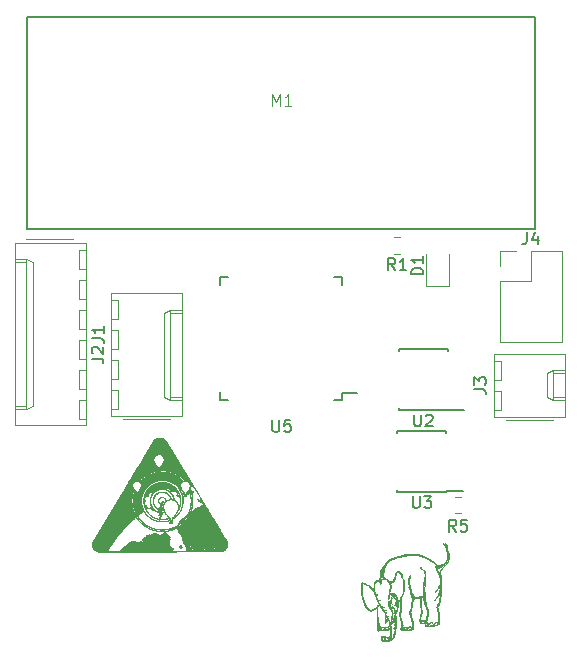
<source format=gbr>
G04 #@! TF.GenerationSoftware,KiCad,Pcbnew,5.0.1*
G04 #@! TF.CreationDate,2019-02-12T17:29:55-06:00*
G04 #@! TF.ProjectId,EFM,45464D2E6B696361645F706362000000,rev?*
G04 #@! TF.SameCoordinates,Original*
G04 #@! TF.FileFunction,Legend,Top*
G04 #@! TF.FilePolarity,Positive*
%FSLAX46Y46*%
G04 Gerber Fmt 4.6, Leading zero omitted, Abs format (unit mm)*
G04 Created by KiCad (PCBNEW 5.0.1) date Tue 12 Feb 2019 05:29:55 PM CST*
%MOMM*%
%LPD*%
G01*
G04 APERTURE LIST*
%ADD10C,0.120000*%
%ADD11C,0.127000*%
%ADD12C,0.150000*%
%ADD13C,0.010000*%
%ADD14C,0.050000*%
G04 APERTURE END LIST*
D10*
G04 #@! TO.C,D1*
X231840000Y-53337500D02*
X231840000Y-56022500D01*
X231840000Y-56022500D02*
X233760000Y-56022500D01*
X233760000Y-56022500D02*
X233760000Y-53337500D01*
G04 #@! TO.C,J1*
X203030000Y-52400000D02*
X197010000Y-52400000D01*
X197010000Y-52400000D02*
X197010000Y-67860000D01*
X197010000Y-67860000D02*
X203030000Y-67860000D01*
X203030000Y-67860000D02*
X203030000Y-52400000D01*
X202000000Y-52110000D02*
X198000000Y-52110000D01*
X197010000Y-53780000D02*
X198010000Y-53780000D01*
X198010000Y-53780000D02*
X198010000Y-66480000D01*
X198010000Y-66480000D02*
X197010000Y-66480000D01*
X198010000Y-53780000D02*
X198540000Y-54030000D01*
X198540000Y-54030000D02*
X198540000Y-66230000D01*
X198540000Y-66230000D02*
X198010000Y-66480000D01*
X197010000Y-54030000D02*
X198010000Y-54030000D01*
X197010000Y-66230000D02*
X198010000Y-66230000D01*
X203030000Y-52980000D02*
X202430000Y-52980000D01*
X202430000Y-52980000D02*
X202430000Y-54580000D01*
X202430000Y-54580000D02*
X203030000Y-54580000D01*
X203030000Y-55520000D02*
X202430000Y-55520000D01*
X202430000Y-55520000D02*
X202430000Y-57120000D01*
X202430000Y-57120000D02*
X203030000Y-57120000D01*
X203030000Y-58060000D02*
X202430000Y-58060000D01*
X202430000Y-58060000D02*
X202430000Y-59660000D01*
X202430000Y-59660000D02*
X203030000Y-59660000D01*
X203030000Y-60600000D02*
X202430000Y-60600000D01*
X202430000Y-60600000D02*
X202430000Y-62200000D01*
X202430000Y-62200000D02*
X203030000Y-62200000D01*
X203030000Y-63140000D02*
X202430000Y-63140000D01*
X202430000Y-63140000D02*
X202430000Y-64740000D01*
X202430000Y-64740000D02*
X203030000Y-64740000D01*
X203030000Y-65680000D02*
X202430000Y-65680000D01*
X202430000Y-65680000D02*
X202430000Y-67280000D01*
X202430000Y-67280000D02*
X203030000Y-67280000D01*
G04 #@! TO.C,J2*
X205170000Y-67060000D02*
X211190000Y-67060000D01*
X211190000Y-67060000D02*
X211190000Y-56680000D01*
X211190000Y-56680000D02*
X205170000Y-56680000D01*
X205170000Y-56680000D02*
X205170000Y-67060000D01*
X206200000Y-67350000D02*
X210200000Y-67350000D01*
X211190000Y-65680000D02*
X210190000Y-65680000D01*
X210190000Y-65680000D02*
X210190000Y-58060000D01*
X210190000Y-58060000D02*
X211190000Y-58060000D01*
X210190000Y-65680000D02*
X209660000Y-65430000D01*
X209660000Y-65430000D02*
X209660000Y-58310000D01*
X209660000Y-58310000D02*
X210190000Y-58060000D01*
X211190000Y-65430000D02*
X210190000Y-65430000D01*
X211190000Y-58310000D02*
X210190000Y-58310000D01*
X205170000Y-66480000D02*
X205770000Y-66480000D01*
X205770000Y-66480000D02*
X205770000Y-64880000D01*
X205770000Y-64880000D02*
X205170000Y-64880000D01*
X205170000Y-63940000D02*
X205770000Y-63940000D01*
X205770000Y-63940000D02*
X205770000Y-62340000D01*
X205770000Y-62340000D02*
X205170000Y-62340000D01*
X205170000Y-61400000D02*
X205770000Y-61400000D01*
X205770000Y-61400000D02*
X205770000Y-59800000D01*
X205770000Y-59800000D02*
X205170000Y-59800000D01*
X205170000Y-58860000D02*
X205770000Y-58860000D01*
X205770000Y-58860000D02*
X205770000Y-57260000D01*
X205770000Y-57260000D02*
X205170000Y-57260000D01*
G04 #@! TO.C,J3*
X237570000Y-67120000D02*
X243590000Y-67120000D01*
X243590000Y-67120000D02*
X243590000Y-61820000D01*
X243590000Y-61820000D02*
X237570000Y-61820000D01*
X237570000Y-61820000D02*
X237570000Y-67120000D01*
X238600000Y-67410000D02*
X242600000Y-67410000D01*
X243590000Y-65740000D02*
X242590000Y-65740000D01*
X242590000Y-65740000D02*
X242590000Y-63200000D01*
X242590000Y-63200000D02*
X243590000Y-63200000D01*
X242590000Y-65740000D02*
X242060000Y-65490000D01*
X242060000Y-65490000D02*
X242060000Y-63450000D01*
X242060000Y-63450000D02*
X242590000Y-63200000D01*
X243590000Y-65490000D02*
X242590000Y-65490000D01*
X243590000Y-63450000D02*
X242590000Y-63450000D01*
X237570000Y-66540000D02*
X238170000Y-66540000D01*
X238170000Y-66540000D02*
X238170000Y-64940000D01*
X238170000Y-64940000D02*
X237570000Y-64940000D01*
X237570000Y-64000000D02*
X238170000Y-64000000D01*
X238170000Y-64000000D02*
X238170000Y-62400000D01*
X238170000Y-62400000D02*
X237570000Y-62400000D01*
D11*
G04 #@! TO.C,M1*
X198098100Y-33245700D02*
X198098100Y-51254300D01*
X198098100Y-33245700D02*
X241100300Y-33245700D01*
X241100300Y-33245700D02*
X241100300Y-51254300D01*
X198098100Y-51254300D02*
X241100300Y-51254300D01*
D10*
G04 #@! TO.C,R1*
X229661252Y-53310000D02*
X229138748Y-53310000D01*
X229661252Y-51890000D02*
X229138748Y-51890000D01*
G04 #@! TO.C,R5*
X234313748Y-73890000D02*
X234836252Y-73890000D01*
X234313748Y-75310000D02*
X234836252Y-75310000D01*
D12*
G04 #@! TO.C,U2*
X233675000Y-66575000D02*
X233675000Y-66525000D01*
X229525000Y-66575000D02*
X229525000Y-66430000D01*
X229525000Y-61425000D02*
X229525000Y-61570000D01*
X233675000Y-61425000D02*
X233675000Y-61570000D01*
X233675000Y-66575000D02*
X229525000Y-66575000D01*
X233675000Y-61425000D02*
X229525000Y-61425000D01*
X233675000Y-66525000D02*
X235075000Y-66525000D01*
G04 #@! TO.C,U3*
X233575000Y-73430000D02*
X234975000Y-73430000D01*
X233575000Y-68330000D02*
X229425000Y-68330000D01*
X233575000Y-73480000D02*
X229425000Y-73480000D01*
X233575000Y-68330000D02*
X233575000Y-68475000D01*
X229425000Y-68330000D02*
X229425000Y-68475000D01*
X229425000Y-73480000D02*
X229425000Y-73335000D01*
X233575000Y-73480000D02*
X233575000Y-73430000D01*
G04 #@! TO.C,U5*
X224775000Y-65675000D02*
X224775000Y-65100000D01*
X214425000Y-65675000D02*
X214425000Y-65000000D01*
X214425000Y-55325000D02*
X214425000Y-56000000D01*
X224775000Y-55325000D02*
X224775000Y-56000000D01*
X224775000Y-65675000D02*
X224100000Y-65675000D01*
X224775000Y-55325000D02*
X224100000Y-55325000D01*
X214425000Y-55325000D02*
X215100000Y-55325000D01*
X214425000Y-65675000D02*
X215100000Y-65675000D01*
X224775000Y-65100000D02*
X226050000Y-65100000D01*
D10*
G04 #@! TO.C,J4*
X238130000Y-60810000D02*
X243330000Y-60810000D01*
X238130000Y-55670000D02*
X238130000Y-60810000D01*
X243330000Y-53070000D02*
X243330000Y-60810000D01*
X238130000Y-55670000D02*
X240730000Y-55670000D01*
X240730000Y-55670000D02*
X240730000Y-53070000D01*
X240730000Y-53070000D02*
X243330000Y-53070000D01*
X238130000Y-54400000D02*
X238130000Y-53070000D01*
X238130000Y-53070000D02*
X239460000Y-53070000D01*
D13*
G04 #@! TO.C,G\002A\002A\002A*
G36*
X206769529Y-73035187D02*
X206799057Y-73049016D01*
X206826999Y-73069434D01*
X206838971Y-73081289D01*
X206854510Y-73100594D01*
X206860284Y-73115359D01*
X206856507Y-73128900D01*
X206843390Y-73144536D01*
X206843038Y-73144888D01*
X206821430Y-73159582D01*
X206796448Y-73163050D01*
X206766861Y-73155367D01*
X206755489Y-73150206D01*
X206732302Y-73135861D01*
X206711734Y-73118050D01*
X206696061Y-73099360D01*
X206687560Y-73082377D01*
X206687175Y-73072598D01*
X206698513Y-73052828D01*
X206717403Y-73037487D01*
X206739053Y-73030257D01*
X206742474Y-73030100D01*
X206769529Y-73035187D01*
X206769529Y-73035187D01*
G37*
X206769529Y-73035187D02*
X206799057Y-73049016D01*
X206826999Y-73069434D01*
X206838971Y-73081289D01*
X206854510Y-73100594D01*
X206860284Y-73115359D01*
X206856507Y-73128900D01*
X206843390Y-73144536D01*
X206843038Y-73144888D01*
X206821430Y-73159582D01*
X206796448Y-73163050D01*
X206766861Y-73155367D01*
X206755489Y-73150206D01*
X206732302Y-73135861D01*
X206711734Y-73118050D01*
X206696061Y-73099360D01*
X206687560Y-73082377D01*
X206687175Y-73072598D01*
X206698513Y-73052828D01*
X206717403Y-73037487D01*
X206739053Y-73030257D01*
X206742474Y-73030100D01*
X206769529Y-73035187D01*
G36*
X206009509Y-74251319D02*
X206012221Y-74251826D01*
X206027736Y-74256020D01*
X206037176Y-74260542D01*
X206037318Y-74260678D01*
X206036849Y-74268264D01*
X206030614Y-74282819D01*
X206020546Y-74301213D01*
X206008578Y-74320311D01*
X205996639Y-74336983D01*
X205986663Y-74348097D01*
X205981679Y-74350900D01*
X205972605Y-74345903D01*
X205961959Y-74333559D01*
X205959830Y-74330262D01*
X205950301Y-74312146D01*
X205948742Y-74298495D01*
X205955849Y-74285007D01*
X205969557Y-74270122D01*
X205984571Y-74256572D01*
X205996338Y-74250969D01*
X206009509Y-74251319D01*
X206009509Y-74251319D01*
G37*
X206009509Y-74251319D02*
X206012221Y-74251826D01*
X206027736Y-74256020D01*
X206037176Y-74260542D01*
X206037318Y-74260678D01*
X206036849Y-74268264D01*
X206030614Y-74282819D01*
X206020546Y-74301213D01*
X206008578Y-74320311D01*
X205996639Y-74336983D01*
X205986663Y-74348097D01*
X205981679Y-74350900D01*
X205972605Y-74345903D01*
X205961959Y-74333559D01*
X205959830Y-74330262D01*
X205950301Y-74312146D01*
X205948742Y-74298495D01*
X205955849Y-74285007D01*
X205969557Y-74270122D01*
X205984571Y-74256572D01*
X205996338Y-74250969D01*
X206009509Y-74251319D01*
G36*
X205786391Y-74806587D02*
X205800836Y-74818660D01*
X205813696Y-74834307D01*
X205817388Y-74840552D01*
X205823826Y-74862055D01*
X205818492Y-74880752D01*
X205803093Y-74896834D01*
X205784280Y-74907713D01*
X205767508Y-74907276D01*
X205749435Y-74895337D01*
X205747697Y-74893752D01*
X205736022Y-74879994D01*
X205734003Y-74867605D01*
X205734997Y-74863590D01*
X205741235Y-74849040D01*
X205750749Y-74831890D01*
X205761164Y-74815867D01*
X205770103Y-74804698D01*
X205774416Y-74801750D01*
X205786391Y-74806587D01*
X205786391Y-74806587D01*
G37*
X205786391Y-74806587D02*
X205800836Y-74818660D01*
X205813696Y-74834307D01*
X205817388Y-74840552D01*
X205823826Y-74862055D01*
X205818492Y-74880752D01*
X205803093Y-74896834D01*
X205784280Y-74907713D01*
X205767508Y-74907276D01*
X205749435Y-74895337D01*
X205747697Y-74893752D01*
X205736022Y-74879994D01*
X205734003Y-74867605D01*
X205734997Y-74863590D01*
X205741235Y-74849040D01*
X205750749Y-74831890D01*
X205761164Y-74815867D01*
X205770103Y-74804698D01*
X205774416Y-74801750D01*
X205786391Y-74806587D01*
G36*
X212515447Y-74085117D02*
X212513245Y-74093807D01*
X212511036Y-74095977D01*
X212501719Y-74099762D01*
X212494177Y-74093878D01*
X212489857Y-74085496D01*
X212496550Y-74080406D01*
X212496936Y-74080256D01*
X212508957Y-74079425D01*
X212515447Y-74085117D01*
X212515447Y-74085117D01*
G37*
X212515447Y-74085117D02*
X212513245Y-74093807D01*
X212511036Y-74095977D01*
X212501719Y-74099762D01*
X212494177Y-74093878D01*
X212489857Y-74085496D01*
X212496550Y-74080406D01*
X212496936Y-74080256D01*
X212508957Y-74079425D01*
X212515447Y-74085117D01*
G36*
X212534164Y-74103285D02*
X212545495Y-74112253D01*
X212560162Y-74119160D01*
X212570362Y-74123464D01*
X212575962Y-74129816D01*
X212578416Y-74141681D01*
X212579183Y-74162527D01*
X212579212Y-74164500D01*
X212581197Y-74191878D01*
X212586615Y-74209608D01*
X212591047Y-74215977D01*
X212598218Y-74226398D01*
X212595782Y-74233380D01*
X212594222Y-74234700D01*
X212579834Y-74243392D01*
X212564520Y-74245176D01*
X212555960Y-74244342D01*
X212542681Y-74239381D01*
X212532483Y-74230367D01*
X212528254Y-74220777D01*
X212531429Y-74214820D01*
X212540096Y-74202390D01*
X212540754Y-74182045D01*
X212533484Y-74155662D01*
X212528397Y-74143886D01*
X212519199Y-74122509D01*
X212516141Y-74109298D01*
X212518658Y-74101637D01*
X212519156Y-74101113D01*
X212527303Y-74097495D01*
X212534164Y-74103285D01*
X212534164Y-74103285D01*
G37*
X212534164Y-74103285D02*
X212545495Y-74112253D01*
X212560162Y-74119160D01*
X212570362Y-74123464D01*
X212575962Y-74129816D01*
X212578416Y-74141681D01*
X212579183Y-74162527D01*
X212579212Y-74164500D01*
X212581197Y-74191878D01*
X212586615Y-74209608D01*
X212591047Y-74215977D01*
X212598218Y-74226398D01*
X212595782Y-74233380D01*
X212594222Y-74234700D01*
X212579834Y-74243392D01*
X212564520Y-74245176D01*
X212555960Y-74244342D01*
X212542681Y-74239381D01*
X212532483Y-74230367D01*
X212528254Y-74220777D01*
X212531429Y-74214820D01*
X212540096Y-74202390D01*
X212540754Y-74182045D01*
X212533484Y-74155662D01*
X212528397Y-74143886D01*
X212519199Y-74122509D01*
X212516141Y-74109298D01*
X212518658Y-74101637D01*
X212519156Y-74101113D01*
X212527303Y-74097495D01*
X212534164Y-74103285D01*
G36*
X205321038Y-75453622D02*
X205346106Y-75464263D01*
X205371402Y-75479030D01*
X205392526Y-75495521D01*
X205400446Y-75504036D01*
X205411971Y-75525851D01*
X205412579Y-75545753D01*
X205404038Y-75562447D01*
X205388114Y-75574638D01*
X205366576Y-75581033D01*
X205341191Y-75580337D01*
X205313727Y-75571255D01*
X205310735Y-75569730D01*
X205289055Y-75555785D01*
X205268790Y-75538503D01*
X205252689Y-75520704D01*
X205243499Y-75505209D01*
X205242350Y-75499549D01*
X205247883Y-75483020D01*
X205261888Y-75466941D01*
X205280468Y-75454658D01*
X205299729Y-75449519D01*
X205300599Y-75449509D01*
X205321038Y-75453622D01*
X205321038Y-75453622D01*
G37*
X205321038Y-75453622D02*
X205346106Y-75464263D01*
X205371402Y-75479030D01*
X205392526Y-75495521D01*
X205400446Y-75504036D01*
X205411971Y-75525851D01*
X205412579Y-75545753D01*
X205404038Y-75562447D01*
X205388114Y-75574638D01*
X205366576Y-75581033D01*
X205341191Y-75580337D01*
X205313727Y-75571255D01*
X205310735Y-75569730D01*
X205289055Y-75555785D01*
X205268790Y-75538503D01*
X205252689Y-75520704D01*
X205243499Y-75505209D01*
X205242350Y-75499549D01*
X205247883Y-75483020D01*
X205261888Y-75466941D01*
X205280468Y-75454658D01*
X205299729Y-75449519D01*
X205300599Y-75449509D01*
X205321038Y-75453622D01*
G36*
X212544033Y-75626829D02*
X212560604Y-75641360D01*
X212572889Y-75665979D01*
X212575725Y-75676739D01*
X212578889Y-75714337D01*
X212571541Y-75746694D01*
X212554012Y-75772474D01*
X212551436Y-75774887D01*
X212534292Y-75788013D01*
X212520629Y-75791349D01*
X212506333Y-75785286D01*
X212498940Y-75779865D01*
X212480064Y-75757785D01*
X212470609Y-75728239D01*
X212469987Y-75693752D01*
X212476661Y-75662877D01*
X212489491Y-75640412D01*
X212506388Y-75626691D01*
X212525265Y-75622052D01*
X212544033Y-75626829D01*
X212544033Y-75626829D01*
G37*
X212544033Y-75626829D02*
X212560604Y-75641360D01*
X212572889Y-75665979D01*
X212575725Y-75676739D01*
X212578889Y-75714337D01*
X212571541Y-75746694D01*
X212554012Y-75772474D01*
X212551436Y-75774887D01*
X212534292Y-75788013D01*
X212520629Y-75791349D01*
X212506333Y-75785286D01*
X212498940Y-75779865D01*
X212480064Y-75757785D01*
X212470609Y-75728239D01*
X212469987Y-75693752D01*
X212476661Y-75662877D01*
X212489491Y-75640412D01*
X212506388Y-75626691D01*
X212525265Y-75622052D01*
X212544033Y-75626829D01*
G36*
X205068841Y-76000387D02*
X205083286Y-76012460D01*
X205096146Y-76028107D01*
X205099838Y-76034352D01*
X205106276Y-76055855D01*
X205100942Y-76074552D01*
X205085543Y-76090634D01*
X205066730Y-76101513D01*
X205049958Y-76101076D01*
X205031885Y-76089137D01*
X205030147Y-76087552D01*
X205018472Y-76073794D01*
X205016453Y-76061405D01*
X205017447Y-76057390D01*
X205023685Y-76042840D01*
X205033199Y-76025690D01*
X205043614Y-76009667D01*
X205052553Y-75998498D01*
X205056866Y-75995550D01*
X205068841Y-76000387D01*
X205068841Y-76000387D01*
G37*
X205068841Y-76000387D02*
X205083286Y-76012460D01*
X205096146Y-76028107D01*
X205099838Y-76034352D01*
X205106276Y-76055855D01*
X205100942Y-76074552D01*
X205085543Y-76090634D01*
X205066730Y-76101513D01*
X205049958Y-76101076D01*
X205031885Y-76089137D01*
X205030147Y-76087552D01*
X205018472Y-76073794D01*
X205016453Y-76061405D01*
X205017447Y-76057390D01*
X205023685Y-76042840D01*
X205033199Y-76025690D01*
X205043614Y-76009667D01*
X205052553Y-75998498D01*
X205056866Y-75995550D01*
X205068841Y-76000387D01*
G36*
X212646304Y-76255583D02*
X212662087Y-76269475D01*
X212672545Y-76285622D01*
X212677030Y-76300262D01*
X212676939Y-76302813D01*
X212674793Y-76309641D01*
X212668955Y-76313860D01*
X212656723Y-76316274D01*
X212635400Y-76317689D01*
X212625716Y-76318081D01*
X212599343Y-76318523D01*
X212583217Y-76317197D01*
X212574970Y-76313774D01*
X212572869Y-76310716D01*
X212573362Y-76297676D01*
X212580341Y-76280774D01*
X212591181Y-76264993D01*
X212601648Y-76256088D01*
X212624845Y-76249559D01*
X212646304Y-76255583D01*
X212646304Y-76255583D01*
G37*
X212646304Y-76255583D02*
X212662087Y-76269475D01*
X212672545Y-76285622D01*
X212677030Y-76300262D01*
X212676939Y-76302813D01*
X212674793Y-76309641D01*
X212668955Y-76313860D01*
X212656723Y-76316274D01*
X212635400Y-76317689D01*
X212625716Y-76318081D01*
X212599343Y-76318523D01*
X212583217Y-76317197D01*
X212574970Y-76313774D01*
X212572869Y-76310716D01*
X212573362Y-76297676D01*
X212580341Y-76280774D01*
X212591181Y-76264993D01*
X212601648Y-76256088D01*
X212624845Y-76249559D01*
X212646304Y-76255583D01*
G36*
X213229833Y-76261829D02*
X213246404Y-76276360D01*
X213258689Y-76300979D01*
X213261525Y-76311739D01*
X213264689Y-76349337D01*
X213257341Y-76381694D01*
X213239812Y-76407474D01*
X213237236Y-76409887D01*
X213220092Y-76423013D01*
X213206429Y-76426349D01*
X213192133Y-76420286D01*
X213184740Y-76414865D01*
X213165864Y-76392785D01*
X213156409Y-76363239D01*
X213155787Y-76328752D01*
X213162461Y-76297877D01*
X213175291Y-76275412D01*
X213192188Y-76261691D01*
X213211065Y-76257052D01*
X213229833Y-76261829D01*
X213229833Y-76261829D01*
G37*
X213229833Y-76261829D02*
X213246404Y-76276360D01*
X213258689Y-76300979D01*
X213261525Y-76311739D01*
X213264689Y-76349337D01*
X213257341Y-76381694D01*
X213239812Y-76407474D01*
X213237236Y-76409887D01*
X213220092Y-76423013D01*
X213206429Y-76426349D01*
X213192133Y-76420286D01*
X213184740Y-76414865D01*
X213165864Y-76392785D01*
X213156409Y-76363239D01*
X213155787Y-76328752D01*
X213162461Y-76297877D01*
X213175291Y-76275412D01*
X213192188Y-76261691D01*
X213211065Y-76257052D01*
X213229833Y-76261829D01*
G36*
X204517259Y-76746869D02*
X204519971Y-76747376D01*
X204535486Y-76751570D01*
X204544926Y-76756092D01*
X204545068Y-76756228D01*
X204544599Y-76763814D01*
X204538364Y-76778369D01*
X204528296Y-76796763D01*
X204516328Y-76815861D01*
X204504389Y-76832533D01*
X204494413Y-76843647D01*
X204489429Y-76846450D01*
X204480355Y-76841453D01*
X204469709Y-76829109D01*
X204467580Y-76825812D01*
X204458051Y-76807696D01*
X204456492Y-76794045D01*
X204463599Y-76780557D01*
X204477307Y-76765672D01*
X204492321Y-76752122D01*
X204504088Y-76746519D01*
X204517259Y-76746869D01*
X204517259Y-76746869D01*
G37*
X204517259Y-76746869D02*
X204519971Y-76747376D01*
X204535486Y-76751570D01*
X204544926Y-76756092D01*
X204545068Y-76756228D01*
X204544599Y-76763814D01*
X204538364Y-76778369D01*
X204528296Y-76796763D01*
X204516328Y-76815861D01*
X204504389Y-76832533D01*
X204494413Y-76843647D01*
X204489429Y-76846450D01*
X204480355Y-76841453D01*
X204469709Y-76829109D01*
X204467580Y-76825812D01*
X204458051Y-76807696D01*
X204456492Y-76794045D01*
X204463599Y-76780557D01*
X204477307Y-76765672D01*
X204492321Y-76752122D01*
X204504088Y-76746519D01*
X204517259Y-76746869D01*
G36*
X214283933Y-76896829D02*
X214300504Y-76911360D01*
X214312789Y-76935979D01*
X214315625Y-76946739D01*
X214318789Y-76984337D01*
X214311441Y-77016694D01*
X214293912Y-77042474D01*
X214291336Y-77044887D01*
X214274192Y-77058013D01*
X214260529Y-77061349D01*
X214246233Y-77055286D01*
X214238840Y-77049865D01*
X214219964Y-77027785D01*
X214210509Y-76998239D01*
X214209887Y-76963752D01*
X214216561Y-76932877D01*
X214229391Y-76910412D01*
X214246288Y-76896691D01*
X214265165Y-76892052D01*
X214283933Y-76896829D01*
X214283933Y-76896829D01*
G37*
X214283933Y-76896829D02*
X214300504Y-76911360D01*
X214312789Y-76935979D01*
X214315625Y-76946739D01*
X214318789Y-76984337D01*
X214311441Y-77016694D01*
X214293912Y-77042474D01*
X214291336Y-77044887D01*
X214274192Y-77058013D01*
X214260529Y-77061349D01*
X214246233Y-77055286D01*
X214238840Y-77049865D01*
X214219964Y-77027785D01*
X214210509Y-76998239D01*
X214209887Y-76963752D01*
X214216561Y-76932877D01*
X214229391Y-76910412D01*
X214246288Y-76896691D01*
X214265165Y-76892052D01*
X214283933Y-76896829D01*
G36*
X212448783Y-76896829D02*
X212465354Y-76911360D01*
X212477639Y-76935979D01*
X212480475Y-76946739D01*
X212483639Y-76984337D01*
X212476291Y-77016694D01*
X212458762Y-77042474D01*
X212456186Y-77044887D01*
X212439042Y-77058013D01*
X212425379Y-77061349D01*
X212411083Y-77055286D01*
X212403690Y-77049865D01*
X212384814Y-77027785D01*
X212375359Y-76998239D01*
X212374737Y-76963752D01*
X212381411Y-76932877D01*
X212394241Y-76910412D01*
X212411138Y-76896691D01*
X212430015Y-76892052D01*
X212448783Y-76896829D01*
X212448783Y-76896829D01*
G37*
X212448783Y-76896829D02*
X212465354Y-76911360D01*
X212477639Y-76935979D01*
X212480475Y-76946739D01*
X212483639Y-76984337D01*
X212476291Y-77016694D01*
X212458762Y-77042474D01*
X212456186Y-77044887D01*
X212439042Y-77058013D01*
X212425379Y-77061349D01*
X212411083Y-77055286D01*
X212403690Y-77049865D01*
X212384814Y-77027785D01*
X212375359Y-76998239D01*
X212374737Y-76963752D01*
X212381411Y-76932877D01*
X212394241Y-76910412D01*
X212411138Y-76896691D01*
X212430015Y-76892052D01*
X212448783Y-76896829D01*
G36*
X204268741Y-77346587D02*
X204283186Y-77358660D01*
X204296046Y-77374307D01*
X204299738Y-77380552D01*
X204306176Y-77402055D01*
X204300842Y-77420752D01*
X204285443Y-77436834D01*
X204266630Y-77447713D01*
X204249858Y-77447276D01*
X204231785Y-77435337D01*
X204230047Y-77433752D01*
X204218372Y-77419994D01*
X204216353Y-77407605D01*
X204217347Y-77403590D01*
X204223585Y-77389040D01*
X204233099Y-77371890D01*
X204243514Y-77355867D01*
X204252453Y-77344698D01*
X204256766Y-77341750D01*
X204268741Y-77346587D01*
X204268741Y-77346587D01*
G37*
X204268741Y-77346587D02*
X204283186Y-77358660D01*
X204296046Y-77374307D01*
X204299738Y-77380552D01*
X204306176Y-77402055D01*
X204300842Y-77420752D01*
X204285443Y-77436834D01*
X204266630Y-77447713D01*
X204249858Y-77447276D01*
X204231785Y-77435337D01*
X204230047Y-77433752D01*
X204218372Y-77419994D01*
X204216353Y-77407605D01*
X204217347Y-77403590D01*
X204223585Y-77389040D01*
X204233099Y-77371890D01*
X204243514Y-77355867D01*
X204252453Y-77344698D01*
X204256766Y-77341750D01*
X204268741Y-77346587D01*
G36*
X213751746Y-77531525D02*
X213768362Y-77546683D01*
X213780352Y-77568794D01*
X213787314Y-77595281D01*
X213788848Y-77623564D01*
X213784551Y-77651066D01*
X213774023Y-77675208D01*
X213756957Y-77693345D01*
X213738747Y-77702290D01*
X213721859Y-77700856D01*
X213702988Y-77688610D01*
X213699834Y-77685860D01*
X213686661Y-77671402D01*
X213679692Y-77654845D01*
X213676735Y-77635417D01*
X213676395Y-77596797D01*
X213682986Y-77565322D01*
X213695883Y-77542254D01*
X213714464Y-77528853D01*
X213730904Y-77525900D01*
X213751746Y-77531525D01*
X213751746Y-77531525D01*
G37*
X213751746Y-77531525D02*
X213768362Y-77546683D01*
X213780352Y-77568794D01*
X213787314Y-77595281D01*
X213788848Y-77623564D01*
X213784551Y-77651066D01*
X213774023Y-77675208D01*
X213756957Y-77693345D01*
X213738747Y-77702290D01*
X213721859Y-77700856D01*
X213702988Y-77688610D01*
X213699834Y-77685860D01*
X213686661Y-77671402D01*
X213679692Y-77654845D01*
X213676735Y-77635417D01*
X213676395Y-77596797D01*
X213682986Y-77565322D01*
X213695883Y-77542254D01*
X213714464Y-77528853D01*
X213730904Y-77525900D01*
X213751746Y-77531525D01*
G36*
X204045379Y-77594487D02*
X204074907Y-77608316D01*
X204102849Y-77628734D01*
X204114821Y-77640589D01*
X204130360Y-77659894D01*
X204136134Y-77674659D01*
X204132357Y-77688200D01*
X204119240Y-77703836D01*
X204118888Y-77704188D01*
X204097280Y-77718882D01*
X204072298Y-77722350D01*
X204042711Y-77714667D01*
X204031339Y-77709506D01*
X204008152Y-77695161D01*
X203987584Y-77677350D01*
X203971911Y-77658660D01*
X203963410Y-77641677D01*
X203963025Y-77631898D01*
X203974363Y-77612128D01*
X203993253Y-77596787D01*
X204014903Y-77589557D01*
X204018324Y-77589400D01*
X204045379Y-77594487D01*
X204045379Y-77594487D01*
G37*
X204045379Y-77594487D02*
X204074907Y-77608316D01*
X204102849Y-77628734D01*
X204114821Y-77640589D01*
X204130360Y-77659894D01*
X204136134Y-77674659D01*
X204132357Y-77688200D01*
X204119240Y-77703836D01*
X204118888Y-77704188D01*
X204097280Y-77718882D01*
X204072298Y-77722350D01*
X204042711Y-77714667D01*
X204031339Y-77709506D01*
X204008152Y-77695161D01*
X203987584Y-77677350D01*
X203971911Y-77658660D01*
X203963410Y-77641677D01*
X203963025Y-77631898D01*
X203974363Y-77612128D01*
X203993253Y-77596787D01*
X204014903Y-77589557D01*
X204018324Y-77589400D01*
X204045379Y-77594487D01*
G36*
X213402496Y-78166525D02*
X213419112Y-78181683D01*
X213431102Y-78203794D01*
X213438064Y-78230281D01*
X213439598Y-78258564D01*
X213435301Y-78286066D01*
X213424773Y-78310208D01*
X213407707Y-78328345D01*
X213389497Y-78337290D01*
X213372609Y-78335856D01*
X213353738Y-78323610D01*
X213350584Y-78320860D01*
X213337411Y-78306402D01*
X213330442Y-78289845D01*
X213327485Y-78270417D01*
X213327145Y-78231797D01*
X213333736Y-78200322D01*
X213346633Y-78177254D01*
X213365214Y-78163853D01*
X213381654Y-78160900D01*
X213402496Y-78166525D01*
X213402496Y-78166525D01*
G37*
X213402496Y-78166525D02*
X213419112Y-78181683D01*
X213431102Y-78203794D01*
X213438064Y-78230281D01*
X213439598Y-78258564D01*
X213435301Y-78286066D01*
X213424773Y-78310208D01*
X213407707Y-78328345D01*
X213389497Y-78337290D01*
X213372609Y-78335856D01*
X213353738Y-78323610D01*
X213350584Y-78320860D01*
X213337411Y-78306402D01*
X213330442Y-78289845D01*
X213327485Y-78270417D01*
X213327145Y-78231797D01*
X213333736Y-78200322D01*
X213346633Y-78177254D01*
X213365214Y-78163853D01*
X213381654Y-78160900D01*
X213402496Y-78166525D01*
G36*
X212366904Y-78160583D02*
X212382687Y-78174475D01*
X212393145Y-78190622D01*
X212397630Y-78205262D01*
X212397539Y-78207813D01*
X212395393Y-78214641D01*
X212389555Y-78218860D01*
X212377323Y-78221274D01*
X212356000Y-78222689D01*
X212346316Y-78223081D01*
X212319943Y-78223523D01*
X212303817Y-78222197D01*
X212295570Y-78218774D01*
X212293469Y-78215716D01*
X212293962Y-78202676D01*
X212300941Y-78185774D01*
X212311781Y-78169993D01*
X212322248Y-78161088D01*
X212345445Y-78154559D01*
X212366904Y-78160583D01*
X212366904Y-78160583D01*
G37*
X212366904Y-78160583D02*
X212382687Y-78174475D01*
X212393145Y-78190622D01*
X212397630Y-78205262D01*
X212397539Y-78207813D01*
X212395393Y-78214641D01*
X212389555Y-78218860D01*
X212377323Y-78221274D01*
X212356000Y-78222689D01*
X212346316Y-78223081D01*
X212319943Y-78223523D01*
X212303817Y-78222197D01*
X212295570Y-78218774D01*
X212293469Y-78215716D01*
X212293962Y-78202676D01*
X212300941Y-78185774D01*
X212311781Y-78169993D01*
X212322248Y-78161088D01*
X212345445Y-78154559D01*
X212366904Y-78160583D01*
G36*
X208405765Y-77056875D02*
X208405475Y-77063717D01*
X208407021Y-77072470D01*
X208411002Y-77084581D01*
X208414268Y-77094944D01*
X208412317Y-77101032D01*
X208402673Y-77105194D01*
X208384955Y-77109329D01*
X208371439Y-77110798D01*
X208364836Y-77109319D01*
X208363547Y-77100161D01*
X208368528Y-77085920D01*
X208377621Y-77071009D01*
X208388662Y-77059843D01*
X208389250Y-77059447D01*
X208401240Y-77053436D01*
X208405765Y-77056875D01*
X208405765Y-77056875D01*
G37*
X208405765Y-77056875D02*
X208405475Y-77063717D01*
X208407021Y-77072470D01*
X208411002Y-77084581D01*
X208414268Y-77094944D01*
X208412317Y-77101032D01*
X208402673Y-77105194D01*
X208384955Y-77109329D01*
X208371439Y-77110798D01*
X208364836Y-77109319D01*
X208363547Y-77100161D01*
X208368528Y-77085920D01*
X208377621Y-77071009D01*
X208388662Y-77059843D01*
X208389250Y-77059447D01*
X208401240Y-77053436D01*
X208405765Y-77056875D01*
G36*
X207992771Y-77339113D02*
X207995592Y-77347107D01*
X207994389Y-77358096D01*
X207994432Y-77374557D01*
X207998585Y-77383428D01*
X208002964Y-77391606D01*
X207996179Y-77395915D01*
X207994329Y-77396424D01*
X207982463Y-77403715D01*
X207970307Y-77417076D01*
X207969472Y-77418289D01*
X207955088Y-77435685D01*
X207939407Y-77449929D01*
X207921839Y-77462936D01*
X207916181Y-77448380D01*
X207914177Y-77436100D01*
X207921218Y-77425938D01*
X207926036Y-77422019D01*
X207938637Y-77408850D01*
X207951333Y-77390241D01*
X207954764Y-77383919D01*
X207968979Y-77358789D01*
X207981286Y-77343265D01*
X207990773Y-77338425D01*
X207992771Y-77339113D01*
X207992771Y-77339113D01*
G37*
X207992771Y-77339113D02*
X207995592Y-77347107D01*
X207994389Y-77358096D01*
X207994432Y-77374557D01*
X207998585Y-77383428D01*
X208002964Y-77391606D01*
X207996179Y-77395915D01*
X207994329Y-77396424D01*
X207982463Y-77403715D01*
X207970307Y-77417076D01*
X207969472Y-77418289D01*
X207955088Y-77435685D01*
X207939407Y-77449929D01*
X207921839Y-77462936D01*
X207916181Y-77448380D01*
X207914177Y-77436100D01*
X207921218Y-77425938D01*
X207926036Y-77422019D01*
X207938637Y-77408850D01*
X207951333Y-77390241D01*
X207954764Y-77383919D01*
X207968979Y-77358789D01*
X207981286Y-77343265D01*
X207990773Y-77338425D01*
X207992771Y-77339113D01*
G36*
X207874766Y-77488883D02*
X207881160Y-77500248D01*
X207884762Y-77515271D01*
X207884926Y-77528870D01*
X207881003Y-77535962D01*
X207880775Y-77536033D01*
X207870307Y-77535225D01*
X207860787Y-77532269D01*
X207846490Y-77523927D01*
X207843830Y-77513561D01*
X207852263Y-77498698D01*
X207853143Y-77497567D01*
X207863208Y-77486679D01*
X207870287Y-77485382D01*
X207874766Y-77488883D01*
X207874766Y-77488883D01*
G37*
X207874766Y-77488883D02*
X207881160Y-77500248D01*
X207884762Y-77515271D01*
X207884926Y-77528870D01*
X207881003Y-77535962D01*
X207880775Y-77536033D01*
X207870307Y-77535225D01*
X207860787Y-77532269D01*
X207846490Y-77523927D01*
X207843830Y-77513561D01*
X207852263Y-77498698D01*
X207853143Y-77497567D01*
X207863208Y-77486679D01*
X207870287Y-77485382D01*
X207874766Y-77488883D01*
G36*
X211068430Y-77985593D02*
X211077445Y-77993980D01*
X211084631Y-78002150D01*
X211109945Y-78033726D01*
X211127468Y-78061831D01*
X211139550Y-78090642D01*
X211145052Y-78109565D01*
X211155474Y-78150306D01*
X211131024Y-78171226D01*
X211098841Y-78194392D01*
X211068081Y-78208296D01*
X211040292Y-78212652D01*
X211017023Y-78207174D01*
X211002260Y-78194968D01*
X210993164Y-78181121D01*
X210989113Y-78170440D01*
X210989100Y-78170055D01*
X210985276Y-78160228D01*
X210975807Y-78146199D01*
X210973032Y-78142779D01*
X210956964Y-78123683D01*
X210973812Y-78112129D01*
X210987509Y-78101707D01*
X211006079Y-78086301D01*
X211022229Y-78072158D01*
X211039285Y-78056025D01*
X211048343Y-78044471D01*
X211051343Y-78034161D01*
X211050511Y-78023492D01*
X211051187Y-78002662D01*
X211056324Y-77991583D01*
X211062469Y-77985197D01*
X211068430Y-77985593D01*
X211068430Y-77985593D01*
G37*
X211068430Y-77985593D02*
X211077445Y-77993980D01*
X211084631Y-78002150D01*
X211109945Y-78033726D01*
X211127468Y-78061831D01*
X211139550Y-78090642D01*
X211145052Y-78109565D01*
X211155474Y-78150306D01*
X211131024Y-78171226D01*
X211098841Y-78194392D01*
X211068081Y-78208296D01*
X211040292Y-78212652D01*
X211017023Y-78207174D01*
X211002260Y-78194968D01*
X210993164Y-78181121D01*
X210989113Y-78170440D01*
X210989100Y-78170055D01*
X210985276Y-78160228D01*
X210975807Y-78146199D01*
X210973032Y-78142779D01*
X210956964Y-78123683D01*
X210973812Y-78112129D01*
X210987509Y-78101707D01*
X211006079Y-78086301D01*
X211022229Y-78072158D01*
X211039285Y-78056025D01*
X211048343Y-78044471D01*
X211051343Y-78034161D01*
X211050511Y-78023492D01*
X211051187Y-78002662D01*
X211056324Y-77991583D01*
X211062469Y-77985197D01*
X211068430Y-77985593D01*
G36*
X210401055Y-78251235D02*
X210405593Y-78261148D01*
X210408327Y-78275590D01*
X210402860Y-78289424D01*
X210398851Y-78295199D01*
X210389950Y-78309561D01*
X210385876Y-78320715D01*
X210385850Y-78321297D01*
X210380461Y-78334644D01*
X210368031Y-78343763D01*
X210361267Y-78345050D01*
X210349249Y-78349051D01*
X210341384Y-78354588D01*
X210331513Y-78360446D01*
X210326597Y-78359880D01*
X210323133Y-78350687D01*
X210322350Y-78342086D01*
X210319235Y-78327759D01*
X210315283Y-78321473D01*
X210310768Y-78311833D01*
X210317654Y-78304711D01*
X210334750Y-78300962D01*
X210344261Y-78300600D01*
X210361960Y-78299642D01*
X210371023Y-78295414D01*
X210375456Y-78285883D01*
X210375790Y-78284594D01*
X210376368Y-78267297D01*
X210373029Y-78255925D01*
X210369636Y-78245181D01*
X210375630Y-78239663D01*
X210375747Y-78239618D01*
X210389798Y-78239454D01*
X210401055Y-78251235D01*
X210401055Y-78251235D01*
G37*
X210401055Y-78251235D02*
X210405593Y-78261148D01*
X210408327Y-78275590D01*
X210402860Y-78289424D01*
X210398851Y-78295199D01*
X210389950Y-78309561D01*
X210385876Y-78320715D01*
X210385850Y-78321297D01*
X210380461Y-78334644D01*
X210368031Y-78343763D01*
X210361267Y-78345050D01*
X210349249Y-78349051D01*
X210341384Y-78354588D01*
X210331513Y-78360446D01*
X210326597Y-78359880D01*
X210323133Y-78350687D01*
X210322350Y-78342086D01*
X210319235Y-78327759D01*
X210315283Y-78321473D01*
X210310768Y-78311833D01*
X210317654Y-78304711D01*
X210334750Y-78300962D01*
X210344261Y-78300600D01*
X210361960Y-78299642D01*
X210371023Y-78295414D01*
X210375456Y-78285883D01*
X210375790Y-78284594D01*
X210376368Y-78267297D01*
X210373029Y-78255925D01*
X210369636Y-78245181D01*
X210375630Y-78239663D01*
X210375747Y-78239618D01*
X210389798Y-78239454D01*
X210401055Y-78251235D01*
G36*
X209326181Y-68901412D02*
X209347160Y-68902294D01*
X209359479Y-68903686D01*
X209361538Y-68904562D01*
X209369649Y-68908154D01*
X209378393Y-68908380D01*
X209394861Y-68909424D01*
X209402883Y-68911743D01*
X209415114Y-68913892D01*
X209419907Y-68912584D01*
X209428282Y-68913294D01*
X209430378Y-68915629D01*
X209439142Y-68920036D01*
X209442896Y-68919345D01*
X209453138Y-68919065D01*
X209455483Y-68920500D01*
X209465206Y-68925551D01*
X209465629Y-68925618D01*
X209474388Y-68927886D01*
X209474625Y-68928000D01*
X209483106Y-68930904D01*
X209484150Y-68931175D01*
X209493093Y-68934079D01*
X209493675Y-68934350D01*
X209501612Y-68936956D01*
X209510319Y-68940551D01*
X209520662Y-68945910D01*
X209531210Y-68950622D01*
X209534950Y-68950341D01*
X209539738Y-68950417D01*
X209551830Y-68955470D01*
X209567812Y-68963662D01*
X209584274Y-68973152D01*
X209597803Y-68982100D01*
X209604330Y-68987759D01*
X209613406Y-68994372D01*
X209618264Y-68994202D01*
X209624933Y-68995963D01*
X209627735Y-69000586D01*
X209633727Y-69007326D01*
X209637260Y-69006936D01*
X209643974Y-69008666D01*
X209646785Y-69013286D01*
X209652612Y-69020137D01*
X209655946Y-69019860D01*
X209662625Y-69022026D01*
X209668204Y-69029422D01*
X209675972Y-69039558D01*
X209681182Y-69042300D01*
X209688023Y-69046519D01*
X209700952Y-69057633D01*
X209717658Y-69073323D01*
X209735828Y-69091269D01*
X209753148Y-69109155D01*
X209767307Y-69124661D01*
X209775992Y-69135469D01*
X209777591Y-69138947D01*
X209781467Y-69145122D01*
X209789013Y-69150283D01*
X209799081Y-69159099D01*
X209801650Y-69165669D01*
X209806784Y-69175182D01*
X209811577Y-69178100D01*
X209818345Y-69184093D01*
X209817963Y-69187639D01*
X209819694Y-69194353D01*
X209824313Y-69197164D01*
X209831110Y-69203073D01*
X209830777Y-69206506D01*
X209832340Y-69214336D01*
X209839750Y-69223274D01*
X209847992Y-69233133D01*
X209849275Y-69239150D01*
X209851243Y-69246310D01*
X209858800Y-69255024D01*
X209866872Y-69265170D01*
X209867800Y-69271748D01*
X209869037Y-69276958D01*
X209870962Y-69277250D01*
X209877484Y-69282291D01*
X209886034Y-69294224D01*
X209893653Y-69308258D01*
X209897380Y-69319606D01*
X209897413Y-69320045D01*
X209901540Y-69327658D01*
X209911091Y-69339162D01*
X209919126Y-69348965D01*
X209920464Y-69353424D01*
X209920231Y-69353449D01*
X209920986Y-69357219D01*
X209928792Y-69366292D01*
X209928881Y-69366381D01*
X209937137Y-69377335D01*
X209938443Y-69384766D01*
X209940326Y-69391250D01*
X209944963Y-69394014D01*
X209951760Y-69399923D01*
X209951427Y-69403356D01*
X209952990Y-69411186D01*
X209960400Y-69420124D01*
X209968642Y-69429983D01*
X209969925Y-69435999D01*
X209971893Y-69443160D01*
X209979450Y-69451874D01*
X209987522Y-69462020D01*
X209988450Y-69468598D01*
X209989687Y-69473808D01*
X209991612Y-69474100D01*
X209998067Y-69479047D01*
X210006358Y-69490562D01*
X210013481Y-69503657D01*
X210016437Y-69513343D01*
X210016091Y-69514796D01*
X210018817Y-69520708D01*
X210027742Y-69531715D01*
X210029769Y-69533913D01*
X210038461Y-69544545D01*
X210040451Y-69550076D01*
X210039774Y-69550299D01*
X210039927Y-69554229D01*
X210047228Y-69563911D01*
X210049299Y-69566174D01*
X210057733Y-69576599D01*
X210059351Y-69581886D01*
X210058718Y-69582049D01*
X210058734Y-69585150D01*
X210065548Y-69591373D01*
X210072751Y-69598361D01*
X210072005Y-69600898D01*
X210071838Y-69604953D01*
X210078963Y-69614687D01*
X210081050Y-69616975D01*
X210089512Y-69627402D01*
X210091191Y-69632688D01*
X210090575Y-69632849D01*
X210090727Y-69636779D01*
X210098028Y-69646461D01*
X210100099Y-69648724D01*
X210108859Y-69659185D01*
X210111177Y-69664450D01*
X210110731Y-69664599D01*
X210111486Y-69668369D01*
X210119292Y-69677442D01*
X210119381Y-69677531D01*
X210127637Y-69688485D01*
X210128943Y-69695916D01*
X210130826Y-69702400D01*
X210135463Y-69705164D01*
X210142260Y-69711073D01*
X210141927Y-69714506D01*
X210143490Y-69722336D01*
X210150900Y-69731274D01*
X210159142Y-69741133D01*
X210160425Y-69747150D01*
X210162393Y-69754310D01*
X210169950Y-69763024D01*
X210178192Y-69772883D01*
X210179475Y-69778899D01*
X210181443Y-69786060D01*
X210189000Y-69794774D01*
X210197072Y-69804920D01*
X210198000Y-69811498D01*
X210199237Y-69816708D01*
X210201162Y-69816999D01*
X210207684Y-69822041D01*
X210216234Y-69833974D01*
X210223853Y-69848008D01*
X210227580Y-69859356D01*
X210227613Y-69859795D01*
X210231740Y-69867408D01*
X210241291Y-69878912D01*
X210249004Y-69888682D01*
X210249653Y-69893168D01*
X210249325Y-69893199D01*
X210249477Y-69897129D01*
X210256778Y-69906811D01*
X210258849Y-69909074D01*
X210267609Y-69919535D01*
X210269927Y-69924800D01*
X210269481Y-69924949D01*
X210270236Y-69928719D01*
X210278042Y-69937792D01*
X210278131Y-69937881D01*
X210286387Y-69948835D01*
X210287693Y-69956266D01*
X210289576Y-69962750D01*
X210294213Y-69965514D01*
X210301010Y-69971423D01*
X210300677Y-69974856D01*
X210302240Y-69982686D01*
X210309650Y-69991624D01*
X210317892Y-70001483D01*
X210319175Y-70007499D01*
X210321143Y-70014660D01*
X210328700Y-70023374D01*
X210336942Y-70033233D01*
X210338225Y-70039250D01*
X210340193Y-70046410D01*
X210347750Y-70055124D01*
X210355822Y-70065270D01*
X210356750Y-70071848D01*
X210357987Y-70077058D01*
X210359912Y-70077350D01*
X210366367Y-70082297D01*
X210374658Y-70093812D01*
X210381781Y-70106907D01*
X210384737Y-70116593D01*
X210384391Y-70118046D01*
X210387117Y-70123958D01*
X210396042Y-70134965D01*
X210398069Y-70137163D01*
X210406761Y-70147795D01*
X210408751Y-70153326D01*
X210408074Y-70153549D01*
X210408227Y-70157479D01*
X210415528Y-70167161D01*
X210417600Y-70169424D01*
X210426359Y-70179885D01*
X210428677Y-70185150D01*
X210428231Y-70185299D01*
X210428986Y-70189069D01*
X210436792Y-70198142D01*
X210436881Y-70198231D01*
X210445137Y-70209185D01*
X210446443Y-70216616D01*
X210448326Y-70223100D01*
X210452963Y-70225864D01*
X210459760Y-70231773D01*
X210459427Y-70235206D01*
X210460990Y-70243036D01*
X210468400Y-70251974D01*
X210476642Y-70261833D01*
X210477925Y-70267849D01*
X210479893Y-70275010D01*
X210487450Y-70283725D01*
X210495692Y-70293583D01*
X210496975Y-70299599D01*
X210498943Y-70306760D01*
X210506500Y-70315474D01*
X210514572Y-70325620D01*
X210515500Y-70332198D01*
X210516737Y-70337408D01*
X210518662Y-70337700D01*
X210525184Y-70342741D01*
X210533734Y-70354674D01*
X210541353Y-70368708D01*
X210545080Y-70380056D01*
X210545113Y-70380495D01*
X210549240Y-70388108D01*
X210558791Y-70399612D01*
X210566504Y-70409382D01*
X210567153Y-70413868D01*
X210566825Y-70413899D01*
X210566977Y-70417829D01*
X210574278Y-70427511D01*
X210576350Y-70429774D01*
X210585109Y-70440235D01*
X210587427Y-70445500D01*
X210586981Y-70445649D01*
X210587736Y-70449419D01*
X210595542Y-70458492D01*
X210595631Y-70458581D01*
X210603887Y-70469535D01*
X210605193Y-70476966D01*
X210607151Y-70483393D01*
X210612220Y-70486409D01*
X210619035Y-70491618D01*
X210618475Y-70494540D01*
X210619437Y-70501433D01*
X210627385Y-70512560D01*
X210628198Y-70513441D01*
X210636140Y-70523410D01*
X210637105Y-70528139D01*
X210636675Y-70528199D01*
X210636827Y-70532129D01*
X210644128Y-70541811D01*
X210646199Y-70544074D01*
X210654959Y-70554535D01*
X210657277Y-70559800D01*
X210656831Y-70559949D01*
X210657586Y-70563719D01*
X210665392Y-70572792D01*
X210665481Y-70572881D01*
X210673615Y-70584046D01*
X210674631Y-70591931D01*
X210675264Y-70597618D01*
X210677412Y-70598050D01*
X210683934Y-70603091D01*
X210692484Y-70615024D01*
X210700103Y-70629058D01*
X210703830Y-70640406D01*
X210703863Y-70640845D01*
X210707990Y-70648458D01*
X210717541Y-70659962D01*
X210725254Y-70669732D01*
X210725903Y-70674218D01*
X210725574Y-70674249D01*
X210725727Y-70678179D01*
X210733028Y-70687861D01*
X210735099Y-70690124D01*
X210743859Y-70700585D01*
X210746177Y-70705850D01*
X210745731Y-70705999D01*
X210746486Y-70709769D01*
X210754292Y-70718842D01*
X210754381Y-70718931D01*
X210762515Y-70730096D01*
X210763531Y-70737981D01*
X210764164Y-70743668D01*
X210766312Y-70744100D01*
X210772834Y-70749141D01*
X210781384Y-70761074D01*
X210789003Y-70775108D01*
X210792730Y-70786456D01*
X210792763Y-70786895D01*
X210796890Y-70794508D01*
X210806441Y-70806012D01*
X210814154Y-70815782D01*
X210814803Y-70820268D01*
X210814475Y-70820299D01*
X210814627Y-70824229D01*
X210821928Y-70833911D01*
X210823999Y-70836174D01*
X210832759Y-70846635D01*
X210835077Y-70851900D01*
X210834631Y-70852049D01*
X210835386Y-70855819D01*
X210843192Y-70864892D01*
X210843281Y-70864981D01*
X210851537Y-70875935D01*
X210852843Y-70883366D01*
X210854801Y-70889793D01*
X210859870Y-70892809D01*
X210866685Y-70898018D01*
X210866125Y-70900940D01*
X210867087Y-70907833D01*
X210875035Y-70918960D01*
X210875848Y-70919841D01*
X210883790Y-70929810D01*
X210884755Y-70934539D01*
X210884324Y-70934599D01*
X210884477Y-70938529D01*
X210891778Y-70948211D01*
X210893850Y-70950474D01*
X210902312Y-70960902D01*
X210903991Y-70966188D01*
X210903375Y-70966349D01*
X210903527Y-70970279D01*
X210910828Y-70979961D01*
X210912899Y-70982224D01*
X210921659Y-70992685D01*
X210923977Y-70997950D01*
X210923531Y-70998099D01*
X210924286Y-71001869D01*
X210932092Y-71010942D01*
X210932181Y-71011031D01*
X210940437Y-71021985D01*
X210941743Y-71029416D01*
X210943626Y-71035900D01*
X210948263Y-71038664D01*
X210955060Y-71044573D01*
X210954727Y-71048006D01*
X210956290Y-71055836D01*
X210963700Y-71064774D01*
X210971942Y-71074633D01*
X210973225Y-71080649D01*
X210975193Y-71087810D01*
X210982750Y-71096524D01*
X210990992Y-71106383D01*
X210992275Y-71112399D01*
X210994243Y-71119560D01*
X211001800Y-71128274D01*
X211009872Y-71138420D01*
X211010800Y-71144998D01*
X211012037Y-71150208D01*
X211013962Y-71150500D01*
X211020484Y-71155541D01*
X211029034Y-71167474D01*
X211036653Y-71181508D01*
X211040380Y-71192856D01*
X211040413Y-71193295D01*
X211044540Y-71200908D01*
X211054091Y-71212412D01*
X211061804Y-71222182D01*
X211062453Y-71226668D01*
X211062124Y-71226699D01*
X211062277Y-71230629D01*
X211069578Y-71240311D01*
X211071649Y-71242574D01*
X211080112Y-71253002D01*
X211081791Y-71258288D01*
X211081174Y-71258449D01*
X211081198Y-71262349D01*
X211088418Y-71271873D01*
X211089651Y-71273208D01*
X211097989Y-71284515D01*
X211099454Y-71291978D01*
X211099224Y-71292258D01*
X211099742Y-71296224D01*
X211102178Y-71296549D01*
X211109101Y-71301603D01*
X211117946Y-71313582D01*
X211125690Y-71327716D01*
X211129306Y-71339234D01*
X211129313Y-71339345D01*
X211133440Y-71346958D01*
X211142991Y-71358462D01*
X211150704Y-71368232D01*
X211151353Y-71372718D01*
X211151025Y-71372750D01*
X211151177Y-71376679D01*
X211158478Y-71386361D01*
X211160550Y-71388625D01*
X211169309Y-71399085D01*
X211171627Y-71404350D01*
X211171181Y-71404500D01*
X211171936Y-71408269D01*
X211179742Y-71417342D01*
X211179831Y-71417431D01*
X211187965Y-71428596D01*
X211188981Y-71436481D01*
X211189614Y-71442168D01*
X211191762Y-71442599D01*
X211198284Y-71447641D01*
X211206834Y-71459574D01*
X211214453Y-71473608D01*
X211218180Y-71484956D01*
X211218213Y-71485395D01*
X211222340Y-71493008D01*
X211231891Y-71504512D01*
X211239604Y-71514282D01*
X211240253Y-71518768D01*
X211239924Y-71518799D01*
X211240077Y-71522729D01*
X211247378Y-71532411D01*
X211249450Y-71534674D01*
X211258209Y-71545135D01*
X211260527Y-71550400D01*
X211260081Y-71550549D01*
X211260836Y-71554319D01*
X211268642Y-71563392D01*
X211268731Y-71563481D01*
X211276865Y-71574646D01*
X211277881Y-71582531D01*
X211278514Y-71588218D01*
X211280662Y-71588650D01*
X211287184Y-71593691D01*
X211295734Y-71605624D01*
X211303353Y-71619658D01*
X211307080Y-71631006D01*
X211307113Y-71631445D01*
X211311240Y-71639058D01*
X211320791Y-71650562D01*
X211328504Y-71660332D01*
X211329153Y-71664818D01*
X211328825Y-71664849D01*
X211328977Y-71668779D01*
X211336278Y-71678461D01*
X211338350Y-71680724D01*
X211347109Y-71691185D01*
X211349427Y-71696450D01*
X211348981Y-71696599D01*
X211349736Y-71700369D01*
X211357542Y-71709442D01*
X211357631Y-71709531D01*
X211365765Y-71720696D01*
X211366781Y-71728581D01*
X211367414Y-71734268D01*
X211369562Y-71734699D01*
X211376084Y-71739741D01*
X211384634Y-71751674D01*
X211392253Y-71765708D01*
X211395980Y-71777056D01*
X211396013Y-71777495D01*
X211400140Y-71785108D01*
X211409691Y-71796612D01*
X211417404Y-71806382D01*
X211418053Y-71810868D01*
X211417724Y-71810899D01*
X211417877Y-71814829D01*
X211425178Y-71824511D01*
X211427249Y-71826774D01*
X211436009Y-71837235D01*
X211438327Y-71842500D01*
X211437881Y-71842649D01*
X211438636Y-71846419D01*
X211446442Y-71855492D01*
X211446531Y-71855581D01*
X211454787Y-71866535D01*
X211456093Y-71873966D01*
X211458051Y-71880393D01*
X211463120Y-71883409D01*
X211469935Y-71888618D01*
X211469375Y-71891540D01*
X211470337Y-71898433D01*
X211478285Y-71909560D01*
X211479098Y-71910441D01*
X211487040Y-71920410D01*
X211488005Y-71925139D01*
X211487574Y-71925199D01*
X211487727Y-71929129D01*
X211495028Y-71938811D01*
X211497099Y-71941074D01*
X211505562Y-71951502D01*
X211507241Y-71956788D01*
X211506624Y-71956949D01*
X211506777Y-71960879D01*
X211514078Y-71970561D01*
X211516150Y-71972824D01*
X211524909Y-71983285D01*
X211527227Y-71988550D01*
X211526781Y-71988699D01*
X211527536Y-71992469D01*
X211535342Y-72001542D01*
X211535431Y-72001631D01*
X211543565Y-72012796D01*
X211544581Y-72020681D01*
X211545214Y-72026368D01*
X211547362Y-72026799D01*
X211553884Y-72031841D01*
X211562434Y-72043774D01*
X211570053Y-72057808D01*
X211573780Y-72069156D01*
X211573813Y-72069595D01*
X211577940Y-72077208D01*
X211587491Y-72088712D01*
X211595204Y-72098482D01*
X211595853Y-72102968D01*
X211595525Y-72102999D01*
X211595677Y-72106929D01*
X211602978Y-72116611D01*
X211605050Y-72118874D01*
X211613809Y-72129335D01*
X211616127Y-72134600D01*
X211615681Y-72134749D01*
X211616436Y-72138519D01*
X211624242Y-72147592D01*
X211624331Y-72147681D01*
X211632465Y-72158846D01*
X211633481Y-72166731D01*
X211634114Y-72172418D01*
X211636262Y-72172850D01*
X211642784Y-72177891D01*
X211651334Y-72189824D01*
X211658953Y-72203858D01*
X211662680Y-72215206D01*
X211662713Y-72215645D01*
X211666840Y-72223258D01*
X211676391Y-72234762D01*
X211684104Y-72244532D01*
X211684753Y-72249018D01*
X211684424Y-72249049D01*
X211684577Y-72252979D01*
X211691878Y-72262661D01*
X211693949Y-72264924D01*
X211702709Y-72275385D01*
X211705027Y-72280650D01*
X211704581Y-72280799D01*
X211705336Y-72284569D01*
X211713142Y-72293642D01*
X211713231Y-72293731D01*
X211721365Y-72304896D01*
X211722381Y-72312781D01*
X211723014Y-72318468D01*
X211725162Y-72318900D01*
X211731684Y-72323941D01*
X211740234Y-72335874D01*
X211747853Y-72349908D01*
X211751580Y-72361256D01*
X211751613Y-72361695D01*
X211755740Y-72369308D01*
X211765291Y-72380812D01*
X211773004Y-72390582D01*
X211773653Y-72395068D01*
X211773325Y-72395100D01*
X211773477Y-72399029D01*
X211780778Y-72408711D01*
X211782850Y-72410975D01*
X211791312Y-72421402D01*
X211792991Y-72426688D01*
X211792375Y-72426849D01*
X211792398Y-72430749D01*
X211799618Y-72440273D01*
X211800851Y-72441608D01*
X211809189Y-72452915D01*
X211810654Y-72460378D01*
X211810424Y-72460658D01*
X211810942Y-72464624D01*
X211813378Y-72464949D01*
X211820301Y-72470003D01*
X211829146Y-72481982D01*
X211836890Y-72496116D01*
X211840506Y-72507634D01*
X211840513Y-72507745D01*
X211844640Y-72515358D01*
X211854191Y-72526862D01*
X211861904Y-72536632D01*
X211862553Y-72541118D01*
X211862224Y-72541149D01*
X211862377Y-72545079D01*
X211869678Y-72554761D01*
X211871749Y-72557024D01*
X211880212Y-72567452D01*
X211881891Y-72572738D01*
X211881274Y-72572899D01*
X211881427Y-72576829D01*
X211888728Y-72586511D01*
X211890800Y-72588774D01*
X211899559Y-72599235D01*
X211901877Y-72604500D01*
X211901431Y-72604649D01*
X211902186Y-72608419D01*
X211909992Y-72617492D01*
X211910081Y-72617581D01*
X211918337Y-72628535D01*
X211919643Y-72635966D01*
X211921601Y-72642393D01*
X211926670Y-72645409D01*
X211933485Y-72650618D01*
X211932925Y-72653540D01*
X211933887Y-72660433D01*
X211941835Y-72671560D01*
X211942648Y-72672441D01*
X211950590Y-72682410D01*
X211951555Y-72687139D01*
X211951125Y-72687199D01*
X211951277Y-72691129D01*
X211958578Y-72700811D01*
X211960650Y-72703074D01*
X211969112Y-72713502D01*
X211970791Y-72718788D01*
X211970175Y-72718949D01*
X211970327Y-72722879D01*
X211977628Y-72732561D01*
X211979700Y-72734824D01*
X211988459Y-72745285D01*
X211990777Y-72750550D01*
X211990331Y-72750699D01*
X211991086Y-72754469D01*
X211998892Y-72763542D01*
X211998981Y-72763631D01*
X212007237Y-72774585D01*
X212008543Y-72782016D01*
X212010501Y-72788443D01*
X212015570Y-72791459D01*
X212022385Y-72796668D01*
X212021825Y-72799590D01*
X212022787Y-72806483D01*
X212030735Y-72817610D01*
X212031548Y-72818491D01*
X212039490Y-72828460D01*
X212040455Y-72833189D01*
X212040024Y-72833249D01*
X212040177Y-72837179D01*
X212047478Y-72846861D01*
X212049549Y-72849124D01*
X212058012Y-72859552D01*
X212059691Y-72864838D01*
X212059074Y-72864999D01*
X212059227Y-72868929D01*
X212066528Y-72878611D01*
X212068599Y-72880874D01*
X212077033Y-72891299D01*
X212078651Y-72896586D01*
X212078018Y-72896749D01*
X212077798Y-72899724D01*
X212083358Y-72904687D01*
X212087744Y-72910829D01*
X212098215Y-72926978D01*
X212114254Y-72952292D01*
X212135345Y-72985929D01*
X212160972Y-73027047D01*
X212190617Y-73074804D01*
X212223764Y-73128357D01*
X212259897Y-73186865D01*
X212298498Y-73249484D01*
X212339052Y-73315374D01*
X212381041Y-73383693D01*
X212423949Y-73453597D01*
X212467260Y-73524244D01*
X212510457Y-73594794D01*
X212553022Y-73664403D01*
X212594440Y-73732229D01*
X212634194Y-73797431D01*
X212671768Y-73859166D01*
X212706644Y-73916592D01*
X212738306Y-73968867D01*
X212766238Y-74015149D01*
X212789922Y-74054596D01*
X212808843Y-74086365D01*
X212821563Y-74108026D01*
X212828291Y-74119367D01*
X212841257Y-74140965D01*
X212860098Y-74172228D01*
X212884457Y-74212561D01*
X212913972Y-74261371D01*
X212948285Y-74318062D01*
X212987034Y-74382042D01*
X213029860Y-74452715D01*
X213076403Y-74529489D01*
X213126303Y-74611769D01*
X213179199Y-74698961D01*
X213234733Y-74790470D01*
X213292543Y-74885704D01*
X213352271Y-74984068D01*
X213413555Y-75084967D01*
X213428595Y-75109725D01*
X213550489Y-75310385D01*
X213665948Y-75500483D01*
X213775142Y-75680302D01*
X213878243Y-75850127D01*
X213975420Y-76010243D01*
X214066845Y-76160932D01*
X214152688Y-76302479D01*
X214233121Y-76435169D01*
X214308313Y-76559286D01*
X214378436Y-76675113D01*
X214443660Y-76782935D01*
X214504155Y-76883036D01*
X214560094Y-76975701D01*
X214611646Y-77061213D01*
X214658982Y-77139856D01*
X214702273Y-77211915D01*
X214741690Y-77277674D01*
X214777403Y-77337417D01*
X214809583Y-77391428D01*
X214838400Y-77439992D01*
X214864026Y-77483392D01*
X214886632Y-77521912D01*
X214906387Y-77555838D01*
X214923463Y-77585452D01*
X214938030Y-77611040D01*
X214950259Y-77632885D01*
X214960322Y-77651271D01*
X214968387Y-77666483D01*
X214974627Y-77678805D01*
X214979212Y-77688520D01*
X214982198Y-77695616D01*
X214999463Y-77745536D01*
X215011192Y-77792983D01*
X215017970Y-77841858D01*
X215020385Y-77896061D01*
X215019625Y-77944324D01*
X215016479Y-77999897D01*
X215010698Y-78046792D01*
X215001348Y-78088917D01*
X214987493Y-78130178D01*
X214968198Y-78174486D01*
X214960945Y-78189491D01*
X214917785Y-78263103D01*
X214864887Y-78329205D01*
X214803247Y-78387077D01*
X214733860Y-78436000D01*
X214657721Y-78475254D01*
X214575826Y-78504118D01*
X214504539Y-78519616D01*
X214497688Y-78520305D01*
X214485749Y-78520981D01*
X214468538Y-78521647D01*
X214445873Y-78522302D01*
X214417567Y-78522946D01*
X214383438Y-78523582D01*
X214343300Y-78524209D01*
X214296970Y-78524828D01*
X214244264Y-78525440D01*
X214184996Y-78526046D01*
X214118984Y-78526646D01*
X214046043Y-78527241D01*
X213965989Y-78527832D01*
X213878637Y-78528420D01*
X213783803Y-78529005D01*
X213681304Y-78529588D01*
X213570954Y-78530169D01*
X213452571Y-78530750D01*
X213325969Y-78531331D01*
X213190964Y-78531913D01*
X213047372Y-78532496D01*
X212895010Y-78533082D01*
X212733692Y-78533670D01*
X212563235Y-78534263D01*
X212383454Y-78534860D01*
X212194165Y-78535462D01*
X211995185Y-78536070D01*
X211786328Y-78536684D01*
X211567411Y-78537306D01*
X211338249Y-78537936D01*
X211098659Y-78538575D01*
X210848455Y-78539223D01*
X210587455Y-78539882D01*
X210315473Y-78540551D01*
X210032326Y-78541232D01*
X209737829Y-78541926D01*
X209431798Y-78542632D01*
X209114049Y-78543353D01*
X208784397Y-78544087D01*
X208442660Y-78544838D01*
X208088651Y-78545604D01*
X207722188Y-78546387D01*
X207598200Y-78546650D01*
X207346674Y-78547180D01*
X207107539Y-78547680D01*
X206880484Y-78548151D01*
X206665198Y-78548592D01*
X206461372Y-78549003D01*
X206268696Y-78549384D01*
X206086859Y-78549735D01*
X205915552Y-78550056D01*
X205754464Y-78550348D01*
X205603286Y-78550610D01*
X205461707Y-78550842D01*
X205329418Y-78551044D01*
X205206108Y-78551216D01*
X205091467Y-78551359D01*
X204985185Y-78551472D01*
X204886952Y-78551555D01*
X204796458Y-78551609D01*
X204713393Y-78551633D01*
X204637447Y-78551627D01*
X204568310Y-78551591D01*
X204505671Y-78551526D01*
X204449222Y-78551431D01*
X204398650Y-78551307D01*
X204353648Y-78551153D01*
X204313904Y-78550969D01*
X204279108Y-78550756D01*
X204248951Y-78550513D01*
X204223123Y-78550240D01*
X204201312Y-78549938D01*
X204183210Y-78549607D01*
X204168506Y-78549246D01*
X204156890Y-78548855D01*
X204148052Y-78548435D01*
X204141682Y-78547985D01*
X204137470Y-78547506D01*
X204135106Y-78546997D01*
X204134610Y-78546787D01*
X204120232Y-78543790D01*
X204112456Y-78544946D01*
X204100669Y-78545039D01*
X204096067Y-78541725D01*
X204087238Y-78537271D01*
X204083036Y-78538014D01*
X204072947Y-78537331D01*
X204070336Y-78534839D01*
X204061805Y-78530867D01*
X204057636Y-78531664D01*
X204047547Y-78530981D01*
X204044936Y-78528489D01*
X204036385Y-78524430D01*
X204032653Y-78525154D01*
X204022411Y-78525434D01*
X204020066Y-78523999D01*
X204013633Y-78520657D01*
X204848472Y-78520657D01*
X204849253Y-78522161D01*
X204851507Y-78523496D01*
X204855901Y-78524678D01*
X204863105Y-78525722D01*
X204873788Y-78526642D01*
X204888618Y-78527453D01*
X204908265Y-78528170D01*
X204933397Y-78528809D01*
X204964683Y-78529383D01*
X205002793Y-78529909D01*
X205048394Y-78530400D01*
X205102156Y-78530872D01*
X205164749Y-78531340D01*
X205236839Y-78531818D01*
X205319098Y-78532321D01*
X205412192Y-78532865D01*
X205516793Y-78533464D01*
X205607475Y-78533983D01*
X205861475Y-78535442D01*
X206020225Y-78378034D01*
X206058840Y-78339968D01*
X206096108Y-78303649D01*
X206130701Y-78270338D01*
X206161294Y-78241297D01*
X206186558Y-78217789D01*
X206205168Y-78201075D01*
X206213900Y-78193805D01*
X206253099Y-78163545D01*
X206284718Y-78138808D01*
X206307799Y-78120348D01*
X206318675Y-78111297D01*
X206330024Y-78102078D01*
X206347812Y-78088209D01*
X206368286Y-78072618D01*
X206369248Y-78071895D01*
X206389355Y-78056576D01*
X206406563Y-78043107D01*
X206417339Y-78034255D01*
X206417739Y-78033900D01*
X206428252Y-78024746D01*
X206444518Y-78010871D01*
X206458621Y-77998975D01*
X206477363Y-77982331D01*
X206500598Y-77960402D01*
X206524137Y-77937169D01*
X206530779Y-77930387D01*
X206554324Y-77907199D01*
X206579725Y-77883890D01*
X206602401Y-77864626D01*
X206607600Y-77860553D01*
X206625554Y-77846607D01*
X206639247Y-77835511D01*
X206645756Y-77829634D01*
X206645785Y-77829596D01*
X206653079Y-77823022D01*
X206667974Y-77811385D01*
X206687579Y-77796781D01*
X206709005Y-77781304D01*
X206729362Y-77767050D01*
X206745759Y-77756112D01*
X206753804Y-77751301D01*
X206769329Y-77746794D01*
X206792346Y-77744199D01*
X206810331Y-77743886D01*
X206832677Y-77743999D01*
X206846503Y-77742038D01*
X206855975Y-77736486D01*
X206865262Y-77725825D01*
X206867326Y-77723126D01*
X206882916Y-77703819D01*
X206899430Y-77685020D01*
X206901445Y-77682870D01*
X206910539Y-77673811D01*
X206918829Y-77668578D01*
X206929725Y-77666484D01*
X206946634Y-77666846D01*
X206971295Y-77668834D01*
X206997898Y-77671934D01*
X207021330Y-77676069D01*
X207037308Y-77680451D01*
X207039400Y-77681371D01*
X207077649Y-77696841D01*
X207111441Y-77702772D01*
X207139384Y-77699016D01*
X207150748Y-77693444D01*
X207163153Y-77686823D01*
X207173029Y-77688096D01*
X207181942Y-77693373D01*
X207195854Y-77699967D01*
X207205754Y-77700983D01*
X207228182Y-77694786D01*
X207242061Y-77693957D01*
X207250655Y-77699205D01*
X207257231Y-77711235D01*
X207257647Y-77712224D01*
X207272830Y-77737734D01*
X207293004Y-77756626D01*
X207315186Y-77766397D01*
X207323137Y-77767200D01*
X207343085Y-77771705D01*
X207352166Y-77779601D01*
X207371318Y-77796703D01*
X207396668Y-77804099D01*
X207426137Y-77801716D01*
X207457649Y-77789483D01*
X207467613Y-77783612D01*
X207487601Y-77771599D01*
X207502925Y-77765560D01*
X207519227Y-77764047D01*
X207538953Y-77765318D01*
X207576389Y-77768713D01*
X207634674Y-77711310D01*
X207658745Y-77687778D01*
X207675973Y-77671817D01*
X207688509Y-77662031D01*
X207698504Y-77657024D01*
X207708108Y-77655401D01*
X207719473Y-77655766D01*
X207720191Y-77655816D01*
X207739104Y-77658722D01*
X207750123Y-77665674D01*
X207755866Y-77674690D01*
X207760420Y-77686612D01*
X207758864Y-77696718D01*
X207750119Y-77710232D01*
X207747928Y-77713129D01*
X207734654Y-77735469D01*
X207732627Y-77752715D01*
X207741850Y-77764528D01*
X207747369Y-77767179D01*
X207766668Y-77770560D01*
X207780453Y-77762907D01*
X207787550Y-77751311D01*
X207803556Y-77731058D01*
X207829195Y-77717818D01*
X207849301Y-77713531D01*
X207866991Y-77709059D01*
X207879258Y-77701904D01*
X207880775Y-77700021D01*
X207888541Y-77689853D01*
X207901872Y-77674580D01*
X207912945Y-77662700D01*
X207929010Y-77643867D01*
X207942251Y-77624739D01*
X207947401Y-77614917D01*
X207952239Y-77601127D01*
X207950873Y-77592013D01*
X207941685Y-77582349D01*
X207935810Y-77577448D01*
X207920753Y-77562957D01*
X207916694Y-77551904D01*
X207923308Y-77541973D01*
X207930157Y-77536937D01*
X207950289Y-77521275D01*
X207971581Y-77500689D01*
X207992055Y-77477642D01*
X208009730Y-77454599D01*
X208022627Y-77434024D01*
X208028768Y-77418382D01*
X208028884Y-77414029D01*
X208031090Y-77404142D01*
X208042700Y-77399930D01*
X208058329Y-77394262D01*
X208073749Y-77383483D01*
X208084601Y-77371151D01*
X208087150Y-77363658D01*
X208089579Y-77354160D01*
X208095898Y-77337107D01*
X208103351Y-77319395D01*
X208111387Y-77299050D01*
X208116090Y-77282759D01*
X208116556Y-77274951D01*
X208119086Y-77266538D01*
X208128780Y-77253173D01*
X208138454Y-77242832D01*
X208155693Y-77223198D01*
X208162530Y-77206795D01*
X208159757Y-77190854D01*
X208155571Y-77183072D01*
X208151291Y-77169958D01*
X208157953Y-77161259D01*
X208175968Y-77156743D01*
X208203122Y-77156090D01*
X208241155Y-77153754D01*
X208269063Y-77144189D01*
X208286653Y-77127469D01*
X208289195Y-77122673D01*
X208295919Y-77111579D01*
X208303853Y-77110638D01*
X208310054Y-77113500D01*
X208318892Y-77120745D01*
X208316431Y-77127708D01*
X208311137Y-77138967D01*
X208309400Y-77152092D01*
X208311853Y-77164851D01*
X208320247Y-77172016D01*
X208336126Y-77173827D01*
X208361040Y-77170529D01*
X208388243Y-77164440D01*
X208436532Y-77150975D01*
X208473644Y-77136927D01*
X208501100Y-77121657D01*
X208513649Y-77111568D01*
X208534749Y-77098443D01*
X208559539Y-77091359D01*
X208577488Y-77087738D01*
X208589441Y-77083596D01*
X208591673Y-77081887D01*
X208598607Y-77077753D01*
X208614936Y-77070519D01*
X208638068Y-77061278D01*
X208660084Y-77053046D01*
X208688059Y-77042802D01*
X208712600Y-77033675D01*
X208730618Y-77026822D01*
X208738025Y-77023858D01*
X208751034Y-77019727D01*
X208771479Y-77014733D01*
X208788825Y-77011150D01*
X208816356Y-77005906D01*
X208844820Y-77000458D01*
X208858675Y-76997793D01*
X208919257Y-76992407D01*
X208980926Y-76998922D01*
X209019970Y-77009341D01*
X209044142Y-77018086D01*
X209064392Y-77026636D01*
X209076983Y-77033385D01*
X209078250Y-77034374D01*
X209088398Y-77041648D01*
X209092961Y-77043300D01*
X209100529Y-77046831D01*
X209113723Y-77055650D01*
X209118460Y-77059175D01*
X209133856Y-77069263D01*
X209146418Y-77074729D01*
X209148728Y-77075050D01*
X209159849Y-77077532D01*
X209162185Y-77086209D01*
X209156178Y-77102919D01*
X209155698Y-77103934D01*
X209149114Y-77124547D01*
X209151247Y-77144776D01*
X209151634Y-77146150D01*
X209155846Y-77158214D01*
X209161932Y-77164498D01*
X209173607Y-77166946D01*
X209192337Y-77167483D01*
X209214362Y-77168895D01*
X209232737Y-77172113D01*
X209239675Y-77174566D01*
X209253083Y-77178544D01*
X209273620Y-77181422D01*
X209287563Y-77182264D01*
X209310483Y-77181748D01*
X209325660Y-77177797D01*
X209337863Y-77169157D01*
X209338039Y-77168993D01*
X209355165Y-77155252D01*
X209370933Y-77145062D01*
X209383763Y-77137280D01*
X209403712Y-77124362D01*
X209427496Y-77108458D01*
X209441107Y-77099157D01*
X209469117Y-77079865D01*
X209498436Y-77059679D01*
X209524109Y-77042012D01*
X209531775Y-77036739D01*
X209559978Y-77016325D01*
X209582648Y-76997901D01*
X209598109Y-76982952D01*
X209604683Y-76972965D01*
X209604800Y-76972004D01*
X209609216Y-76960983D01*
X209620205Y-76946028D01*
X209634376Y-76931083D01*
X209648337Y-76920088D01*
X209650522Y-76918856D01*
X209670771Y-76911456D01*
X209691265Y-76911709D01*
X209715790Y-76919961D01*
X209728483Y-76926038D01*
X209753923Y-76936572D01*
X209773460Y-76938829D01*
X209778275Y-76938080D01*
X209796743Y-76939843D01*
X209814556Y-76950670D01*
X209828009Y-76967296D01*
X209833399Y-76986457D01*
X209833400Y-76986658D01*
X209836909Y-77001185D01*
X209848886Y-77010463D01*
X209868325Y-77015752D01*
X209886125Y-77020038D01*
X209893991Y-77026513D01*
X209894644Y-77038439D01*
X209893425Y-77045840D01*
X209891830Y-77068371D01*
X209895651Y-77085280D01*
X209904072Y-77093670D01*
X209907010Y-77094100D01*
X209915915Y-77099403D01*
X209922300Y-77109975D01*
X209931345Y-77122555D01*
X209945955Y-77125860D01*
X209963311Y-77130827D01*
X209982835Y-77146445D01*
X209986446Y-77150179D01*
X210000318Y-77166577D01*
X210006328Y-77179558D01*
X210006485Y-77193695D01*
X210006259Y-77195322D01*
X210006625Y-77213864D01*
X210011963Y-77221706D01*
X210029418Y-77226890D01*
X210052301Y-77226539D01*
X210074880Y-77221179D01*
X210087292Y-77214826D01*
X210100018Y-77206936D01*
X210107623Y-77206787D01*
X210112828Y-77211609D01*
X210116893Y-77220469D01*
X210114560Y-77232777D01*
X210109554Y-77244370D01*
X210098472Y-77267723D01*
X210118112Y-77284099D01*
X210130952Y-77297188D01*
X210133402Y-77307162D01*
X210132211Y-77310000D01*
X210128416Y-77321686D01*
X210125051Y-77340584D01*
X210123853Y-77351275D01*
X210120543Y-77374436D01*
X210115502Y-77395599D01*
X210113249Y-77402075D01*
X210109031Y-77421629D01*
X210115390Y-77434229D01*
X210132499Y-77440118D01*
X210140442Y-77440628D01*
X210156625Y-77441878D01*
X210166542Y-77444361D01*
X210167214Y-77444847D01*
X210168163Y-77453372D01*
X210161472Y-77464668D01*
X210150232Y-77474715D01*
X210140970Y-77478944D01*
X210124291Y-77489534D01*
X210111810Y-77511332D01*
X210104530Y-77540430D01*
X210097661Y-77561940D01*
X210085885Y-77582172D01*
X210084584Y-77583780D01*
X210072668Y-77600662D01*
X210069008Y-77616082D01*
X210072822Y-77635340D01*
X210075719Y-77643802D01*
X210079722Y-77659626D01*
X210076381Y-77671761D01*
X210069808Y-77681063D01*
X210060388Y-77695569D01*
X210053884Y-77712960D01*
X210049134Y-77737007D01*
X210046631Y-77756302D01*
X210047013Y-77775797D01*
X210053595Y-77797247D01*
X210062517Y-77815809D01*
X210074570Y-77842614D01*
X210079781Y-77866335D01*
X210080264Y-77883857D01*
X210083815Y-77942394D01*
X210097596Y-77995246D01*
X210121151Y-78041374D01*
X210154020Y-78079739D01*
X210173846Y-78095715D01*
X210187068Y-78107328D01*
X210192657Y-78120643D01*
X210193618Y-78136166D01*
X210196276Y-78157818D01*
X210204009Y-78168416D01*
X210212814Y-78176648D01*
X210214400Y-78181253D01*
X210217985Y-78190386D01*
X210226921Y-78204533D01*
X210230275Y-78209089D01*
X210240355Y-78224406D01*
X210245824Y-78236801D01*
X210246150Y-78239073D01*
X210250639Y-78250878D01*
X210254653Y-78255302D01*
X210258915Y-78262947D01*
X210261157Y-78278314D01*
X210261568Y-78303333D01*
X210261108Y-78321167D01*
X210260594Y-78352080D01*
X210261917Y-78374218D01*
X210265552Y-78391431D01*
X210271687Y-78406962D01*
X210280890Y-78422960D01*
X210289767Y-78432636D01*
X210293077Y-78433950D01*
X210304120Y-78439975D01*
X210315370Y-78456888D01*
X210325733Y-78482941D01*
X210327613Y-78489129D01*
X210337287Y-78510782D01*
X210349001Y-78520072D01*
X210357224Y-78520653D01*
X210377234Y-78521110D01*
X210408119Y-78521445D01*
X210448966Y-78521658D01*
X210498863Y-78521749D01*
X210556897Y-78521719D01*
X210622155Y-78521569D01*
X210693727Y-78521299D01*
X210770698Y-78520910D01*
X210852156Y-78520402D01*
X210937190Y-78519776D01*
X210948935Y-78519683D01*
X211535200Y-78514955D01*
X211535200Y-78407873D01*
X211535014Y-78366588D01*
X211534262Y-78335055D01*
X211532653Y-78310328D01*
X211529894Y-78289462D01*
X211525695Y-78269511D01*
X211519763Y-78247531D01*
X211519096Y-78245222D01*
X211511309Y-78219918D01*
X211504077Y-78199160D01*
X211498532Y-78186088D01*
X211496871Y-78183531D01*
X211493526Y-78174220D01*
X211491302Y-78156600D01*
X211490750Y-78140954D01*
X211489724Y-78120516D01*
X211487074Y-78105639D01*
X211484400Y-78100575D01*
X211479180Y-78091673D01*
X211478050Y-78083516D01*
X211474724Y-78068585D01*
X211465925Y-78046686D01*
X211453419Y-78021284D01*
X211449765Y-78014850D01*
X211814600Y-78014850D01*
X211814600Y-78389500D01*
X211897150Y-78389500D01*
X211897150Y-78275574D01*
X211897503Y-78233002D01*
X211898517Y-78198758D01*
X211900126Y-78174083D01*
X211902261Y-78160217D01*
X211903559Y-78157688D01*
X211906690Y-78156825D01*
X211910382Y-78158914D01*
X211915355Y-78165244D01*
X211922328Y-78177104D01*
X211932020Y-78195781D01*
X211945150Y-78222566D01*
X211962438Y-78258745D01*
X211976240Y-78287900D01*
X212022747Y-78386325D01*
X212074248Y-78388169D01*
X212125750Y-78390013D01*
X212125750Y-78271293D01*
X212209016Y-78271293D01*
X212212160Y-78298308D01*
X212217265Y-78315894D01*
X212236170Y-78349143D01*
X212263811Y-78373491D01*
X212299710Y-78388776D01*
X212343392Y-78394837D01*
X212394378Y-78391513D01*
X212424533Y-78385816D01*
X212468650Y-78375782D01*
X212468650Y-78307474D01*
X212438395Y-78322669D01*
X212401259Y-78337179D01*
X212366868Y-78342634D01*
X212337426Y-78338839D01*
X212324058Y-78332689D01*
X212305517Y-78316918D01*
X212294208Y-78298824D01*
X212292104Y-78281826D01*
X212292990Y-78278779D01*
X212296255Y-78274840D01*
X212303781Y-78272075D01*
X212317451Y-78270289D01*
X212339150Y-78269292D01*
X212370761Y-78268888D01*
X212389945Y-78268850D01*
X212483088Y-78268850D01*
X212479819Y-78228116D01*
X212471928Y-78184355D01*
X212455898Y-78150314D01*
X212444322Y-78138675D01*
X212525800Y-78138675D01*
X212526434Y-78156003D01*
X212530077Y-78164400D01*
X212539337Y-78167627D01*
X212546437Y-78168435D01*
X212567075Y-78170425D01*
X212570576Y-78259325D01*
X212572988Y-78305478D01*
X212576098Y-78339453D01*
X212579885Y-78361093D01*
X212584330Y-78370237D01*
X212585216Y-78370545D01*
X212591137Y-78372536D01*
X212604937Y-78377426D01*
X212611525Y-78379791D01*
X212631171Y-78384535D01*
X212657553Y-78387941D01*
X212682962Y-78389221D01*
X212729000Y-78389500D01*
X212729000Y-78332350D01*
X212701409Y-78332350D01*
X212681209Y-78330876D01*
X212666958Y-78325255D01*
X212657667Y-78313686D01*
X212652349Y-78294370D01*
X212650013Y-78265506D01*
X212649625Y-78238039D01*
X212649625Y-78170425D01*
X212692487Y-78168547D01*
X212735350Y-78166669D01*
X212735350Y-78110680D01*
X212722113Y-78110100D01*
X212780945Y-78110100D01*
X212788789Y-78143437D01*
X212792908Y-78160968D01*
X212799239Y-78187942D01*
X212807095Y-78221439D01*
X212815793Y-78258536D01*
X212821554Y-78283115D01*
X212846475Y-78389455D01*
X212892512Y-78389477D01*
X212914854Y-78389057D01*
X212931217Y-78387928D01*
X212938445Y-78386321D01*
X212938550Y-78386092D01*
X212939917Y-78377688D01*
X212943561Y-78360115D01*
X212948791Y-78336359D01*
X212954918Y-78309404D01*
X212961252Y-78282237D01*
X212967104Y-78257845D01*
X212971785Y-78239212D01*
X212974604Y-78229325D01*
X212974914Y-78228609D01*
X212980616Y-78226021D01*
X212987389Y-78235710D01*
X212995275Y-78257781D01*
X213004317Y-78292340D01*
X213008781Y-78312024D01*
X213025038Y-78386325D01*
X213070041Y-78388177D01*
X213115045Y-78390030D01*
X213147447Y-78255771D01*
X213149558Y-78246965D01*
X213243489Y-78246965D01*
X213247253Y-78293824D01*
X213259130Y-78331292D01*
X213279574Y-78360109D01*
X213309037Y-78381012D01*
X213331250Y-78390069D01*
X213350602Y-78393200D01*
X213377335Y-78393633D01*
X213406717Y-78391717D01*
X213434015Y-78387800D01*
X213454496Y-78382230D01*
X213457753Y-78380748D01*
X213487405Y-78358634D01*
X213507954Y-78327700D01*
X213519373Y-78288007D01*
X213521635Y-78239619D01*
X213521295Y-78233317D01*
X213514289Y-78188528D01*
X213499354Y-78153591D01*
X213476119Y-78128155D01*
X213444212Y-78111865D01*
X213434572Y-78110100D01*
X213598950Y-78110100D01*
X213598950Y-78389500D01*
X213675150Y-78389500D01*
X213675185Y-78318062D01*
X213675997Y-78275360D01*
X213678744Y-78243079D01*
X213683969Y-78219017D01*
X213692213Y-78200974D01*
X213704016Y-78186747D01*
X213708434Y-78182808D01*
X213722930Y-78172327D01*
X213736674Y-78168278D01*
X213755812Y-78169031D01*
X213759048Y-78169401D01*
X213789450Y-78173001D01*
X213789450Y-78103750D01*
X213759287Y-78103773D01*
X213726067Y-78108720D01*
X213707282Y-78117113D01*
X213692837Y-78125149D01*
X213684719Y-78126408D01*
X213678806Y-78121334D01*
X213678007Y-78120264D01*
X213667927Y-78113587D01*
X213648830Y-78110479D01*
X213634762Y-78110100D01*
X213598950Y-78110100D01*
X213434572Y-78110100D01*
X213403259Y-78104367D01*
X213385022Y-78103750D01*
X213338773Y-78107400D01*
X213302378Y-78118749D01*
X213275245Y-78138394D01*
X213256785Y-78166932D01*
X213246406Y-78204962D01*
X213243489Y-78246965D01*
X213149558Y-78246965D01*
X213156952Y-78216137D01*
X213165355Y-78180614D01*
X213172223Y-78151075D01*
X213177122Y-78129391D01*
X213179620Y-78117436D01*
X213179850Y-78115806D01*
X213174084Y-78112782D01*
X213159114Y-78110713D01*
X213142177Y-78110100D01*
X213120134Y-78110828D01*
X213107779Y-78113549D01*
X213102157Y-78119069D01*
X213101391Y-78121212D01*
X213098786Y-78131918D01*
X213094277Y-78151805D01*
X213088592Y-78177628D01*
X213084661Y-78195825D01*
X213078641Y-78223452D01*
X213073347Y-78246929D01*
X213069493Y-78263139D01*
X213068089Y-78268324D01*
X213063271Y-78274526D01*
X213057086Y-78268415D01*
X213049663Y-78250289D01*
X213041130Y-78220445D01*
X213033424Y-78187575D01*
X213017173Y-78113275D01*
X212981036Y-78111370D01*
X212961554Y-78110935D01*
X212948434Y-78111775D01*
X212944900Y-78113190D01*
X212943471Y-78123267D01*
X212939664Y-78142021D01*
X212934194Y-78166490D01*
X212927775Y-78193710D01*
X212921126Y-78220719D01*
X212914960Y-78244553D01*
X212909994Y-78262250D01*
X212906944Y-78270846D01*
X212906747Y-78271119D01*
X212901894Y-78272518D01*
X212896759Y-78265718D01*
X212890963Y-78249650D01*
X212884130Y-78223245D01*
X212875879Y-78185435D01*
X212875075Y-78181537D01*
X212860392Y-78110100D01*
X212780945Y-78110100D01*
X212722113Y-78110100D01*
X212692487Y-78108802D01*
X212649625Y-78106925D01*
X212647734Y-78067237D01*
X212645843Y-78027550D01*
X212570856Y-78027550D01*
X212568965Y-78067237D01*
X212567681Y-78088887D01*
X212565339Y-78100927D01*
X212560277Y-78106430D01*
X212550832Y-78108473D01*
X212546437Y-78108914D01*
X212533605Y-78111005D01*
X212527625Y-78116484D01*
X212525891Y-78129111D01*
X212525800Y-78138675D01*
X212444322Y-78138675D01*
X212431468Y-78125753D01*
X212398375Y-78110428D01*
X212356354Y-78104097D01*
X212345067Y-78103889D01*
X212302752Y-78107442D01*
X212269529Y-78118335D01*
X212243606Y-78137361D01*
X212229357Y-78155166D01*
X212220057Y-78170977D01*
X212214313Y-78186698D01*
X212211063Y-78206560D01*
X212209247Y-78234794D01*
X212209215Y-78235538D01*
X212209016Y-78271293D01*
X212125750Y-78271293D01*
X212125750Y-78014850D01*
X212043493Y-78014850D01*
X212041759Y-78127562D01*
X212040757Y-78170077D01*
X212039239Y-78203400D01*
X212037276Y-78226527D01*
X212034942Y-78238456D01*
X212033675Y-78239908D01*
X212029051Y-78234354D01*
X212019887Y-78219087D01*
X212007131Y-78195844D01*
X211991734Y-78166364D01*
X211974646Y-78132385D01*
X211972088Y-78127196D01*
X211916852Y-78014850D01*
X211814600Y-78014850D01*
X211449765Y-78014850D01*
X211438971Y-77995846D01*
X211438941Y-77995800D01*
X213852950Y-77995800D01*
X213852950Y-78389500D01*
X213928615Y-78389500D01*
X213930470Y-78340287D01*
X213932516Y-78311516D01*
X213936008Y-78295152D01*
X213939852Y-78291075D01*
X213946911Y-78295633D01*
X213959947Y-78307926D01*
X213976867Y-78325883D01*
X213989537Y-78340287D01*
X214031696Y-78389500D01*
X214133266Y-78389500D01*
X214065337Y-78312919D01*
X213997407Y-78236338D01*
X214056941Y-78174806D01*
X214116475Y-78113275D01*
X214022501Y-78109505D01*
X213981628Y-78154289D01*
X213963503Y-78173177D01*
X213948200Y-78187336D01*
X213937851Y-78194883D01*
X213934952Y-78195486D01*
X213932952Y-78188214D01*
X213931251Y-78170512D01*
X213929976Y-78144652D01*
X213929259Y-78112903D01*
X213929150Y-78093850D01*
X213929150Y-77995800D01*
X213852950Y-77995800D01*
X211438941Y-77995800D01*
X211424348Y-77973839D01*
X211418141Y-77965930D01*
X211403248Y-77946530D01*
X211385948Y-77921284D01*
X211367895Y-77892947D01*
X211350745Y-77864279D01*
X211336154Y-77838034D01*
X211325776Y-77816971D01*
X211321440Y-77804888D01*
X211317078Y-77790373D01*
X211312129Y-77782568D01*
X211307143Y-77773937D01*
X211306600Y-77769392D01*
X211303101Y-77757729D01*
X211294628Y-77742831D01*
X211294087Y-77742063D01*
X211286456Y-77729505D01*
X211284282Y-77721943D01*
X211284518Y-77721547D01*
X211283851Y-77713976D01*
X211277318Y-77698021D01*
X211266040Y-77675907D01*
X211251136Y-77649855D01*
X211236573Y-77626455D01*
X211224243Y-77606575D01*
X211215257Y-77590550D01*
X211211387Y-77581564D01*
X211211349Y-77581164D01*
X211208162Y-77573038D01*
X211199770Y-77557515D01*
X211187928Y-77537818D01*
X211186809Y-77536040D01*
X211174254Y-77515525D01*
X211167884Y-77502378D01*
X211166791Y-77493435D01*
X211170065Y-77485528D01*
X211171620Y-77483100D01*
X211175825Y-77474631D01*
X211177802Y-77463426D01*
X211177629Y-77446645D01*
X211175383Y-77421449D01*
X211173695Y-77406429D01*
X211171311Y-77379850D01*
X211814600Y-77379850D01*
X211814600Y-77754500D01*
X212062250Y-77754500D01*
X212062250Y-77691390D01*
X211984462Y-77689607D01*
X211906675Y-77687825D01*
X211906675Y-77592575D01*
X211974937Y-77590772D01*
X212043200Y-77588970D01*
X212043200Y-77526329D01*
X211974937Y-77524527D01*
X211906675Y-77522725D01*
X211906675Y-77475100D01*
X212151150Y-77475100D01*
X212151150Y-77754500D01*
X212225937Y-77754500D01*
X212228286Y-77663648D01*
X212229916Y-77621301D01*
X212232706Y-77589692D01*
X212237255Y-77566870D01*
X212244166Y-77550887D01*
X212254039Y-77539792D01*
X212267476Y-77531635D01*
X212269230Y-77530818D01*
X212282088Y-77527122D01*
X212292617Y-77531704D01*
X212299056Y-77537617D01*
X212304350Y-77543685D01*
X212308182Y-77551061D01*
X212310845Y-77561850D01*
X212312630Y-77578154D01*
X212313831Y-77602077D01*
X212314739Y-77635722D01*
X212315099Y-77653059D01*
X212317123Y-77754500D01*
X212397885Y-77754500D01*
X212401975Y-77564796D01*
X212420625Y-77545348D01*
X212435477Y-77531397D01*
X212446412Y-77526989D01*
X212457316Y-77531646D01*
X212466653Y-77539706D01*
X212472185Y-77545463D01*
X212476121Y-77552076D01*
X212478732Y-77561653D01*
X212480289Y-77576304D01*
X212481063Y-77598136D01*
X212481325Y-77629258D01*
X212481350Y-77654006D01*
X212481350Y-77754500D01*
X212564908Y-77754500D01*
X212562816Y-77638612D01*
X212561905Y-77596333D01*
X212560771Y-77564735D01*
X212559205Y-77541795D01*
X212556994Y-77525495D01*
X212553926Y-77513815D01*
X212549790Y-77504733D01*
X212548563Y-77502628D01*
X212533732Y-77484426D01*
X212516824Y-77475100D01*
X212665500Y-77475100D01*
X212665500Y-77754500D01*
X212741700Y-77754500D01*
X212741700Y-77559603D01*
X212825243Y-77559603D01*
X212832773Y-77591110D01*
X212833546Y-77593007D01*
X212844495Y-77610124D01*
X212862275Y-77622919D01*
X212888887Y-77632433D01*
X212922041Y-77639051D01*
X212949643Y-77646026D01*
X212970242Y-77656519D01*
X212981547Y-77669154D01*
X212983000Y-77675648D01*
X212978406Y-77684726D01*
X212967183Y-77696195D01*
X212965537Y-77697533D01*
X212952386Y-77705881D01*
X212938073Y-77708922D01*
X212917174Y-77707745D01*
X212915631Y-77707568D01*
X212891190Y-77703299D01*
X212867738Y-77696973D01*
X212860273Y-77694224D01*
X212844826Y-77688099D01*
X212835029Y-77684822D01*
X212833978Y-77684650D01*
X212832038Y-77690359D01*
X212830816Y-77704936D01*
X212830600Y-77715915D01*
X212830600Y-77747181D01*
X212863937Y-77753662D01*
X212893518Y-77757386D01*
X212927193Y-77758482D01*
X212961121Y-77757148D01*
X212991464Y-77753582D01*
X213014379Y-77747982D01*
X213019805Y-77745644D01*
X213041929Y-77727382D01*
X213055237Y-77700679D01*
X213059106Y-77670677D01*
X213055791Y-77641967D01*
X213045190Y-77620012D01*
X213025987Y-77603674D01*
X212996866Y-77591816D01*
X212958338Y-77583588D01*
X212929882Y-77576911D01*
X212908406Y-77567589D01*
X212899345Y-77559603D01*
X213123693Y-77559603D01*
X213131223Y-77591110D01*
X213131996Y-77593007D01*
X213142945Y-77610124D01*
X213160725Y-77622919D01*
X213187337Y-77632433D01*
X213220491Y-77639051D01*
X213248093Y-77646026D01*
X213268692Y-77656519D01*
X213279997Y-77669154D01*
X213281450Y-77675648D01*
X213276856Y-77684726D01*
X213265633Y-77696195D01*
X213263987Y-77697533D01*
X213250836Y-77705881D01*
X213236523Y-77708922D01*
X213215624Y-77707745D01*
X213214081Y-77707568D01*
X213189640Y-77703299D01*
X213166188Y-77696973D01*
X213158723Y-77694224D01*
X213143276Y-77688099D01*
X213133479Y-77684822D01*
X213132428Y-77684650D01*
X213130488Y-77690359D01*
X213129266Y-77704936D01*
X213129050Y-77715915D01*
X213129050Y-77747181D01*
X213162387Y-77753662D01*
X213191968Y-77757386D01*
X213225643Y-77758482D01*
X213259571Y-77757148D01*
X213289914Y-77753582D01*
X213312829Y-77747982D01*
X213318255Y-77745644D01*
X213340379Y-77727382D01*
X213353687Y-77700679D01*
X213357556Y-77670677D01*
X213354241Y-77641967D01*
X213343640Y-77620012D01*
X213324437Y-77603674D01*
X213295316Y-77591816D01*
X213256788Y-77583588D01*
X213228332Y-77576911D01*
X213206856Y-77567589D01*
X213194580Y-77556770D01*
X213192550Y-77550315D01*
X213196616Y-77542322D01*
X213205250Y-77532250D01*
X213222905Y-77522736D01*
X213248417Y-77519593D01*
X213278594Y-77522929D01*
X213300500Y-77529075D01*
X213321101Y-77535881D01*
X213332498Y-77536978D01*
X213337416Y-77531024D01*
X213338577Y-77516672D01*
X213338600Y-77510269D01*
X213337963Y-77492615D01*
X213333839Y-77483276D01*
X213322903Y-77477867D01*
X213313149Y-77475100D01*
X213440200Y-77475100D01*
X213440200Y-77754500D01*
X213516400Y-77754500D01*
X213516400Y-77611965D01*
X213592739Y-77611965D01*
X213596503Y-77658824D01*
X213608380Y-77696292D01*
X213628824Y-77725109D01*
X213658287Y-77746012D01*
X213680500Y-77755069D01*
X213699852Y-77758200D01*
X213726585Y-77758633D01*
X213755967Y-77756717D01*
X213783265Y-77752800D01*
X213803746Y-77747230D01*
X213807003Y-77745748D01*
X213836655Y-77723634D01*
X213857204Y-77692700D01*
X213868623Y-77653007D01*
X213870885Y-77604619D01*
X213870545Y-77598317D01*
X213863539Y-77553528D01*
X213848604Y-77518591D01*
X213825369Y-77493155D01*
X213793462Y-77476865D01*
X213783822Y-77475100D01*
X213954550Y-77475100D01*
X213954550Y-77754500D01*
X214030750Y-77754500D01*
X214030750Y-77679845D01*
X214031414Y-77637772D01*
X214033752Y-77605986D01*
X214038278Y-77582124D01*
X214045506Y-77563825D01*
X214055950Y-77548728D01*
X214060387Y-77543840D01*
X214077539Y-77529746D01*
X214092513Y-77527328D01*
X214107944Y-77536506D01*
X214113780Y-77542274D01*
X214119663Y-77549153D01*
X214123885Y-77556736D01*
X214126782Y-77567221D01*
X214128694Y-77582806D01*
X214129957Y-77605691D01*
X214130909Y-77638074D01*
X214131332Y-77656574D01*
X214133489Y-77754500D01*
X214208550Y-77754500D01*
X214208550Y-77646678D01*
X214208002Y-77597168D01*
X214206110Y-77558695D01*
X214202503Y-77529633D01*
X214196809Y-77508359D01*
X214188656Y-77493245D01*
X214177673Y-77482667D01*
X214169978Y-77478031D01*
X214144491Y-77470377D01*
X214113828Y-77468968D01*
X214083746Y-77473585D01*
X214062882Y-77482113D01*
X214048437Y-77490149D01*
X214040319Y-77491408D01*
X214034406Y-77486334D01*
X214033607Y-77485264D01*
X214023527Y-77478587D01*
X214004430Y-77475479D01*
X213990362Y-77475100D01*
X213954550Y-77475100D01*
X213783822Y-77475100D01*
X213752509Y-77469367D01*
X213734272Y-77468750D01*
X213688023Y-77472400D01*
X213651628Y-77483749D01*
X213624495Y-77503394D01*
X213606035Y-77531932D01*
X213595656Y-77569962D01*
X213592739Y-77611965D01*
X213516400Y-77611965D01*
X213516400Y-77475100D01*
X213440200Y-77475100D01*
X213313149Y-77475100D01*
X213311612Y-77474664D01*
X213287811Y-77470686D01*
X213258067Y-77469178D01*
X213226077Y-77469926D01*
X213195536Y-77472719D01*
X213170140Y-77477345D01*
X213153585Y-77483591D01*
X213153337Y-77483753D01*
X213135361Y-77502798D01*
X213125276Y-77529123D01*
X213123693Y-77559603D01*
X212899345Y-77559603D01*
X212896130Y-77556770D01*
X212894100Y-77550315D01*
X212898166Y-77542322D01*
X212906800Y-77532250D01*
X212924455Y-77522736D01*
X212949967Y-77519593D01*
X212980144Y-77522929D01*
X213002050Y-77529075D01*
X213022651Y-77535881D01*
X213034048Y-77536978D01*
X213038966Y-77531024D01*
X213040127Y-77516672D01*
X213040150Y-77510269D01*
X213039513Y-77492615D01*
X213035389Y-77483276D01*
X213024453Y-77477867D01*
X213013162Y-77474664D01*
X212989361Y-77470686D01*
X212959617Y-77469178D01*
X212927627Y-77469926D01*
X212897086Y-77472719D01*
X212871690Y-77477345D01*
X212855135Y-77483591D01*
X212854887Y-77483753D01*
X212836911Y-77502798D01*
X212826826Y-77529123D01*
X212825243Y-77559603D01*
X212741700Y-77559603D01*
X212741700Y-77475100D01*
X212665500Y-77475100D01*
X212516824Y-77475100D01*
X212514327Y-77473723D01*
X212487299Y-77469161D01*
X212472478Y-77468750D01*
X212447877Y-77470552D01*
X212428546Y-77477439D01*
X212413312Y-77487216D01*
X212387820Y-77505683D01*
X212370940Y-77488804D01*
X212360334Y-77479653D01*
X212348898Y-77474551D01*
X212332538Y-77472357D01*
X212310422Y-77471925D01*
X212284524Y-77472782D01*
X212267546Y-77475894D01*
X212255790Y-77482071D01*
X212252843Y-77484540D01*
X212242511Y-77492807D01*
X212236275Y-77492476D01*
X212230838Y-77486128D01*
X212221626Y-77479141D01*
X212205178Y-77475747D01*
X212186962Y-77475100D01*
X212151150Y-77475100D01*
X211906675Y-77475100D01*
X211906675Y-77446525D01*
X211981287Y-77444735D01*
X212055900Y-77442946D01*
X212055900Y-77379850D01*
X211814600Y-77379850D01*
X211171311Y-77379850D01*
X211170206Y-77367542D01*
X211170201Y-77360800D01*
X212665500Y-77360800D01*
X212665500Y-77424300D01*
X212741700Y-77424300D01*
X212741700Y-77360800D01*
X213440200Y-77360800D01*
X213440200Y-77424300D01*
X213516400Y-77424300D01*
X213516400Y-77360800D01*
X213440200Y-77360800D01*
X212741700Y-77360800D01*
X212665500Y-77360800D01*
X211170201Y-77360800D01*
X211170186Y-77340582D01*
X211172682Y-77327367D01*
X211176322Y-77302710D01*
X211170281Y-77272804D01*
X211154376Y-77237317D01*
X211128420Y-77195917D01*
X211092231Y-77148272D01*
X211045623Y-77094051D01*
X211038571Y-77086263D01*
X211012580Y-77055263D01*
X210983370Y-77015691D01*
X210950401Y-76966753D01*
X210913131Y-76907653D01*
X210881448Y-76855202D01*
X210870905Y-76835344D01*
X210863878Y-76818015D01*
X210862100Y-76809539D01*
X210859357Y-76797045D01*
X210855750Y-76792475D01*
X210851047Y-76783827D01*
X210849399Y-76771145D01*
X210847611Y-76756067D01*
X210844123Y-76747707D01*
X210842690Y-76744850D01*
X211814600Y-76744850D01*
X211814600Y-77119500D01*
X212062250Y-77119500D01*
X212062250Y-77056390D01*
X211984462Y-77054607D01*
X211906675Y-77052825D01*
X211904974Y-76898837D01*
X211904326Y-76840100D01*
X212132100Y-76840100D01*
X212132100Y-77119500D01*
X212208300Y-77119500D01*
X212208300Y-76968678D01*
X212290678Y-76968678D01*
X212292653Y-77007252D01*
X212300992Y-77043557D01*
X212315870Y-77074848D01*
X212327306Y-77089348D01*
X212352027Y-77106782D01*
X212382426Y-77115975D01*
X212414511Y-77116620D01*
X212444290Y-77108408D01*
X212458876Y-77099510D01*
X212471540Y-77091803D01*
X212480352Y-77090331D01*
X212480627Y-77090478D01*
X212484109Y-77099329D01*
X212481635Y-77114880D01*
X212474495Y-77133398D01*
X212463981Y-77151154D01*
X212456630Y-77159849D01*
X212441865Y-77172233D01*
X212426552Y-77177849D01*
X212406521Y-77179092D01*
X212375519Y-77175154D01*
X212349126Y-77165967D01*
X212322600Y-77152843D01*
X212322600Y-77220131D01*
X212355937Y-77226567D01*
X212391493Y-77230375D01*
X212430055Y-77229564D01*
X212466606Y-77224537D01*
X212496128Y-77215693D01*
X212497032Y-77215292D01*
X212515858Y-77205879D01*
X212530810Y-77195452D01*
X212542324Y-77182498D01*
X212550843Y-77165503D01*
X212556805Y-77142955D01*
X212560650Y-77113341D01*
X212562818Y-77075146D01*
X212563749Y-77026859D01*
X212563900Y-76985202D01*
X212563900Y-76840100D01*
X212528087Y-76840100D01*
X212503482Y-76841575D01*
X212489041Y-76846350D01*
X212484842Y-76850264D01*
X212478915Y-76856107D01*
X212471303Y-76855673D01*
X212457886Y-76848519D01*
X212455567Y-76847113D01*
X212428311Y-76836681D01*
X212396241Y-76833516D01*
X212364726Y-76837643D01*
X212342890Y-76846591D01*
X212321173Y-76866791D01*
X212305114Y-76895703D01*
X212294890Y-76930580D01*
X212290678Y-76968678D01*
X212208300Y-76968678D01*
X212208300Y-76840100D01*
X212132100Y-76840100D01*
X211904326Y-76840100D01*
X211903274Y-76744850D01*
X211814600Y-76744850D01*
X210842690Y-76744850D01*
X210838581Y-76736661D01*
X210834903Y-76725800D01*
X212132100Y-76725800D01*
X212132100Y-76789300D01*
X212208300Y-76789300D01*
X212208300Y-76725800D01*
X212665500Y-76725800D01*
X212665500Y-77119500D01*
X212741700Y-77119500D01*
X212741700Y-77044845D01*
X212742364Y-77002772D01*
X212744702Y-76970986D01*
X212749228Y-76947124D01*
X212756456Y-76928825D01*
X212766900Y-76913728D01*
X212771337Y-76908840D01*
X212788489Y-76894746D01*
X212803463Y-76892328D01*
X212818894Y-76901506D01*
X212824730Y-76907274D01*
X212830613Y-76914153D01*
X212834835Y-76921736D01*
X212837732Y-76932221D01*
X212839644Y-76947806D01*
X212840907Y-76970691D01*
X212841859Y-77003074D01*
X212842282Y-77021574D01*
X212844439Y-77119500D01*
X212919500Y-77119500D01*
X212919500Y-77011678D01*
X212918952Y-76962168D01*
X212917060Y-76923695D01*
X212913453Y-76894633D01*
X212907759Y-76873359D01*
X212905233Y-76868675D01*
X212976650Y-76868675D01*
X212977284Y-76886003D01*
X212980927Y-76894400D01*
X212990187Y-76897627D01*
X212997287Y-76898435D01*
X213017925Y-76900425D01*
X213021426Y-76989325D01*
X213023838Y-77035478D01*
X213026948Y-77069453D01*
X213030735Y-77091093D01*
X213035180Y-77100237D01*
X213036066Y-77100545D01*
X213041987Y-77102536D01*
X213055787Y-77107426D01*
X213062375Y-77109791D01*
X213082021Y-77114535D01*
X213108403Y-77117941D01*
X213133812Y-77119221D01*
X213179850Y-77119500D01*
X213179850Y-77062350D01*
X213152259Y-77062350D01*
X213132059Y-77060876D01*
X213117808Y-77055255D01*
X213108517Y-77043686D01*
X213103199Y-77024370D01*
X213100863Y-76995506D01*
X213100475Y-76968039D01*
X213100475Y-76900425D01*
X213143337Y-76898547D01*
X213186200Y-76896669D01*
X213186200Y-76840680D01*
X213172963Y-76840100D01*
X213262400Y-76840100D01*
X213262400Y-77119500D01*
X213338600Y-77119500D01*
X213338600Y-77044845D01*
X213339264Y-77002772D01*
X213341602Y-76970986D01*
X213346128Y-76947124D01*
X213353356Y-76928825D01*
X213363800Y-76913728D01*
X213368237Y-76908840D01*
X213385389Y-76894746D01*
X213400363Y-76892328D01*
X213415794Y-76901506D01*
X213421630Y-76907274D01*
X213427513Y-76914153D01*
X213431735Y-76921736D01*
X213434632Y-76932221D01*
X213436544Y-76947806D01*
X213437807Y-76970691D01*
X213438759Y-77003074D01*
X213439182Y-77021574D01*
X213441339Y-77119500D01*
X213516400Y-77119500D01*
X213516400Y-77011678D01*
X213515852Y-76962168D01*
X213513960Y-76923695D01*
X213510353Y-76894633D01*
X213504659Y-76873359D01*
X213496506Y-76858245D01*
X213485523Y-76847667D01*
X213477828Y-76843031D01*
X213468069Y-76840100D01*
X213611650Y-76840100D01*
X213611650Y-77119500D01*
X213687850Y-77119500D01*
X213687850Y-76840100D01*
X213789450Y-76840100D01*
X213789450Y-77119500D01*
X213865650Y-77119500D01*
X213865650Y-77044845D01*
X213866314Y-77002772D01*
X213868652Y-76970986D01*
X213873178Y-76947124D01*
X213880406Y-76928825D01*
X213890850Y-76913728D01*
X213895287Y-76908840D01*
X213912439Y-76894746D01*
X213927413Y-76892328D01*
X213942844Y-76901506D01*
X213948680Y-76907274D01*
X213954563Y-76914153D01*
X213958785Y-76921736D01*
X213961682Y-76932221D01*
X213963594Y-76947806D01*
X213964857Y-76970691D01*
X213965809Y-77003074D01*
X213966232Y-77021574D01*
X213968389Y-77119500D01*
X214043450Y-77119500D01*
X214043450Y-77011678D01*
X214042975Y-76968678D01*
X214125828Y-76968678D01*
X214127803Y-77007252D01*
X214136142Y-77043557D01*
X214151020Y-77074848D01*
X214162456Y-77089348D01*
X214187177Y-77106782D01*
X214217576Y-77115975D01*
X214249661Y-77116620D01*
X214279440Y-77108408D01*
X214294026Y-77099510D01*
X214306690Y-77091803D01*
X214315502Y-77090331D01*
X214315777Y-77090478D01*
X214319259Y-77099329D01*
X214316785Y-77114880D01*
X214309645Y-77133398D01*
X214299131Y-77151154D01*
X214291780Y-77159849D01*
X214277015Y-77172233D01*
X214261702Y-77177849D01*
X214241671Y-77179092D01*
X214210669Y-77175154D01*
X214184276Y-77165967D01*
X214157750Y-77152843D01*
X214157750Y-77220131D01*
X214191087Y-77226567D01*
X214226643Y-77230375D01*
X214265205Y-77229564D01*
X214301756Y-77224537D01*
X214331278Y-77215693D01*
X214332182Y-77215292D01*
X214351008Y-77205879D01*
X214365960Y-77195452D01*
X214377474Y-77182498D01*
X214385993Y-77165503D01*
X214391955Y-77142955D01*
X214395800Y-77113341D01*
X214397968Y-77075146D01*
X214398899Y-77026859D01*
X214399050Y-76985202D01*
X214399050Y-76840100D01*
X214363237Y-76840100D01*
X214338632Y-76841575D01*
X214324191Y-76846350D01*
X214319992Y-76850264D01*
X214314065Y-76856107D01*
X214306453Y-76855673D01*
X214293036Y-76848519D01*
X214290717Y-76847113D01*
X214263461Y-76836681D01*
X214231391Y-76833516D01*
X214199876Y-76837643D01*
X214178040Y-76846591D01*
X214156323Y-76866791D01*
X214140264Y-76895703D01*
X214130040Y-76930580D01*
X214125828Y-76968678D01*
X214042975Y-76968678D01*
X214042902Y-76962168D01*
X214041010Y-76923695D01*
X214037403Y-76894633D01*
X214031709Y-76873359D01*
X214023556Y-76858245D01*
X214012573Y-76847667D01*
X214004878Y-76843031D01*
X213979391Y-76835377D01*
X213948728Y-76833968D01*
X213918646Y-76838585D01*
X213897782Y-76847113D01*
X213883337Y-76855149D01*
X213875219Y-76856408D01*
X213869306Y-76851334D01*
X213868507Y-76850264D01*
X213858427Y-76843587D01*
X213839330Y-76840479D01*
X213825262Y-76840100D01*
X213789450Y-76840100D01*
X213687850Y-76840100D01*
X213611650Y-76840100D01*
X213468069Y-76840100D01*
X213452341Y-76835377D01*
X213421678Y-76833968D01*
X213391596Y-76838585D01*
X213370732Y-76847113D01*
X213356287Y-76855149D01*
X213348169Y-76856408D01*
X213342256Y-76851334D01*
X213341457Y-76850264D01*
X213331377Y-76843587D01*
X213312280Y-76840479D01*
X213298212Y-76840100D01*
X213262400Y-76840100D01*
X213172963Y-76840100D01*
X213143337Y-76838802D01*
X213100475Y-76836925D01*
X213098584Y-76797237D01*
X213096693Y-76757550D01*
X213021706Y-76757550D01*
X213019815Y-76797237D01*
X213018531Y-76818887D01*
X213016189Y-76830927D01*
X213011127Y-76836430D01*
X213001682Y-76838473D01*
X212997287Y-76838914D01*
X212984455Y-76841005D01*
X212978475Y-76846484D01*
X212976741Y-76859111D01*
X212976650Y-76868675D01*
X212905233Y-76868675D01*
X212899606Y-76858245D01*
X212888623Y-76847667D01*
X212880928Y-76843031D01*
X212855949Y-76835512D01*
X212825718Y-76833948D01*
X212796023Y-76838144D01*
X212774655Y-76846612D01*
X212759764Y-76853971D01*
X212749117Y-76856197D01*
X212747668Y-76855739D01*
X212745141Y-76848203D01*
X212743144Y-76830879D01*
X212741937Y-76806678D01*
X212741700Y-76788925D01*
X212741700Y-76725800D01*
X213611650Y-76725800D01*
X213611650Y-76789300D01*
X213687850Y-76789300D01*
X213687850Y-76725800D01*
X213611650Y-76725800D01*
X212741700Y-76725800D01*
X212665500Y-76725800D01*
X212208300Y-76725800D01*
X212132100Y-76725800D01*
X210834903Y-76725800D01*
X210831431Y-76715552D01*
X210823246Y-76686828D01*
X210814599Y-76652936D01*
X210806063Y-76616325D01*
X210798211Y-76579442D01*
X210791616Y-76544736D01*
X210786851Y-76514654D01*
X210784588Y-76493366D01*
X210782335Y-76479869D01*
X210776293Y-76476036D01*
X210770332Y-76476989D01*
X210755213Y-76482967D01*
X210741450Y-76490602D01*
X210718311Y-76505224D01*
X210701524Y-76514768D01*
X210687068Y-76521486D01*
X210684300Y-76522611D01*
X210668471Y-76529721D01*
X210658900Y-76534896D01*
X210643243Y-76543758D01*
X210621365Y-76554972D01*
X210596193Y-76567180D01*
X210570654Y-76579024D01*
X210547675Y-76589148D01*
X210530182Y-76596192D01*
X210521147Y-76598800D01*
X210511826Y-76603194D01*
X210506500Y-76608325D01*
X210494702Y-76616442D01*
X210488015Y-76617850D01*
X210476002Y-76620620D01*
X210458695Y-76627556D01*
X210452525Y-76630550D01*
X210434950Y-76638472D01*
X210420905Y-76643034D01*
X210417844Y-76643451D01*
X210405276Y-76647263D01*
X210395748Y-76652976D01*
X210380513Y-76660461D01*
X210370254Y-76662300D01*
X210356382Y-76665235D01*
X210338250Y-76672530D01*
X210333391Y-76675000D01*
X210314839Y-76683131D01*
X210298344Y-76687474D01*
X210295210Y-76687700D01*
X210278510Y-76691355D01*
X210267417Y-76697021D01*
X210252735Y-76703881D01*
X210232475Y-76709539D01*
X210226317Y-76710658D01*
X210206014Y-76715302D01*
X210189359Y-76721607D01*
X210185999Y-76723562D01*
X210171002Y-76729560D01*
X210151915Y-76732278D01*
X210151074Y-76732289D01*
X210131128Y-76735112D01*
X210108187Y-76742011D01*
X210100994Y-76744989D01*
X210078145Y-76752852D01*
X210054708Y-76757228D01*
X210048402Y-76757550D01*
X210025590Y-76759949D01*
X210003840Y-76765781D01*
X210002480Y-76766329D01*
X209985484Y-76771389D01*
X209961082Y-76776230D01*
X209934545Y-76779809D01*
X209934422Y-76779822D01*
X209906277Y-76783465D01*
X209878710Y-76788380D01*
X209858800Y-76793199D01*
X209837571Y-76797633D01*
X209809801Y-76800816D01*
X209782600Y-76802031D01*
X209743151Y-76802857D01*
X209703042Y-76804898D01*
X209664554Y-76807915D01*
X209629968Y-76811665D01*
X209601567Y-76815905D01*
X209581632Y-76820395D01*
X209573023Y-76824248D01*
X209561565Y-76828727D01*
X209540558Y-76831929D01*
X209513086Y-76833854D01*
X209482237Y-76834503D01*
X209451095Y-76833875D01*
X209422748Y-76831970D01*
X209400279Y-76828788D01*
X209386777Y-76824329D01*
X209386657Y-76824252D01*
X209373897Y-76819723D01*
X209350856Y-76815234D01*
X209319951Y-76811033D01*
X209283600Y-76807370D01*
X209244219Y-76804495D01*
X209204226Y-76802658D01*
X209172210Y-76802100D01*
X209144633Y-76800869D01*
X209118484Y-76797734D01*
X209099333Y-76793367D01*
X209099035Y-76793263D01*
X209079981Y-76788207D01*
X209053927Y-76783382D01*
X209026799Y-76779864D01*
X209000098Y-76776329D01*
X208975444Y-76771516D01*
X208958107Y-76766455D01*
X208957912Y-76766375D01*
X208937686Y-76760798D01*
X208913599Y-76757745D01*
X208906937Y-76757550D01*
X208884954Y-76755330D01*
X208866813Y-76749696D01*
X208863097Y-76747549D01*
X208848646Y-76741179D01*
X208827423Y-76735903D01*
X208814103Y-76733965D01*
X208793418Y-76730465D01*
X208777639Y-76725332D01*
X208772216Y-76721741D01*
X208761130Y-76715514D01*
X208745184Y-76712884D01*
X208726626Y-76709905D01*
X208705194Y-76702769D01*
X208699925Y-76700400D01*
X208680815Y-76692659D01*
X208664027Y-76688270D01*
X208660214Y-76687915D01*
X208645525Y-76684814D01*
X208626907Y-76677386D01*
X208622208Y-76675000D01*
X208603925Y-76666891D01*
X208587964Y-76662536D01*
X208584909Y-76662300D01*
X208570139Y-76658088D01*
X208563400Y-76652775D01*
X208550690Y-76644710D01*
X208542680Y-76643250D01*
X208529522Y-76640676D01*
X208510627Y-76634143D01*
X208500595Y-76629865D01*
X208471292Y-76616480D01*
X208450955Y-76607243D01*
X208437007Y-76601000D01*
X208426872Y-76596599D01*
X208417975Y-76592889D01*
X208417350Y-76592633D01*
X208401562Y-76585508D01*
X208391950Y-76580440D01*
X208382984Y-76575632D01*
X208365016Y-76566401D01*
X208340424Y-76553954D01*
X208311589Y-76539504D01*
X208303050Y-76535248D01*
X208271608Y-76519430D01*
X208241983Y-76504218D01*
X208217189Y-76491183D01*
X208200243Y-76481892D01*
X208198275Y-76480748D01*
X208179801Y-76470233D01*
X208163857Y-76461803D01*
X208159849Y-76459887D01*
X208150122Y-76454849D01*
X208135419Y-76446082D01*
X208114375Y-76432721D01*
X208085625Y-76413896D01*
X208047801Y-76388742D01*
X208047263Y-76388382D01*
X208028287Y-76376142D01*
X208013400Y-76367349D01*
X208005738Y-76363853D01*
X208005646Y-76363850D01*
X207998721Y-76359655D01*
X207986610Y-76348983D01*
X207979199Y-76341625D01*
X207965702Y-76328667D01*
X207955551Y-76320658D01*
X207952686Y-76319400D01*
X207944783Y-76315453D01*
X207929029Y-76304541D01*
X207907138Y-76288052D01*
X207880824Y-76267377D01*
X207851798Y-76243906D01*
X207821776Y-76219028D01*
X207792469Y-76194132D01*
X207765592Y-76170610D01*
X207742858Y-76149851D01*
X207738099Y-76145330D01*
X207670339Y-76079486D01*
X207611169Y-76020129D01*
X207559275Y-75965798D01*
X207513344Y-75915030D01*
X207472063Y-75866362D01*
X207434117Y-75818333D01*
X207398194Y-75769480D01*
X207389847Y-75757642D01*
X207375900Y-75739040D01*
X207362969Y-75724005D01*
X207355839Y-75717377D01*
X207346569Y-75708340D01*
X207344200Y-75702963D01*
X207343008Y-75698368D01*
X207338736Y-75690078D01*
X207330334Y-75676383D01*
X207316755Y-75655567D01*
X207298229Y-75627824D01*
X207287510Y-75610791D01*
X207279790Y-75597179D01*
X207275348Y-75589744D01*
X207270502Y-75587847D01*
X207262488Y-75592382D01*
X207248543Y-75604241D01*
X207243210Y-75608985D01*
X207217023Y-75632354D01*
X207188763Y-75657637D01*
X207160774Y-75682730D01*
X207135403Y-75705528D01*
X207114994Y-75723925D01*
X207102569Y-75735200D01*
X207088987Y-75747395D01*
X207069860Y-75764294D01*
X207049260Y-75782304D01*
X207048661Y-75782825D01*
X207024451Y-75804299D01*
X206997373Y-75828978D01*
X206975425Y-75849500D01*
X206954950Y-75868815D01*
X206928952Y-75893089D01*
X206901292Y-75918726D01*
X206883372Y-75935225D01*
X206856377Y-75960493D01*
X206822769Y-75992756D01*
X206783613Y-76030933D01*
X206739975Y-76073946D01*
X206692919Y-76120713D01*
X206643509Y-76170154D01*
X206592810Y-76221191D01*
X206541888Y-76272741D01*
X206491806Y-76323727D01*
X206443630Y-76373067D01*
X206398424Y-76419681D01*
X206357254Y-76462490D01*
X206321182Y-76500414D01*
X206291276Y-76532371D01*
X206268598Y-76557284D01*
X206257367Y-76570225D01*
X206241200Y-76588697D01*
X206220955Y-76610687D01*
X206204961Y-76627375D01*
X206188370Y-76644960D01*
X206166536Y-76669059D01*
X206142354Y-76696434D01*
X206119761Y-76722625D01*
X206098573Y-76747273D01*
X206079494Y-76769017D01*
X206064461Y-76785678D01*
X206055412Y-76795078D01*
X206054780Y-76795650D01*
X206047245Y-76803530D01*
X206033209Y-76819409D01*
X206014232Y-76841475D01*
X205991878Y-76867915D01*
X205972694Y-76890900D01*
X205947085Y-76921653D01*
X205922041Y-76951546D01*
X205899618Y-76978136D01*
X205881872Y-76998980D01*
X205873748Y-77008375D01*
X205855651Y-77029538D01*
X205834175Y-77055368D01*
X205813759Y-77080523D01*
X205812436Y-77082180D01*
X205791272Y-77108641D01*
X205767892Y-77137723D01*
X205747326Y-77163168D01*
X205747175Y-77163355D01*
X205703170Y-77217678D01*
X205666449Y-77263257D01*
X205636199Y-77301130D01*
X205611602Y-77332332D01*
X205591844Y-77357903D01*
X205576108Y-77378878D01*
X205563581Y-77396295D01*
X205560109Y-77401298D01*
X205550985Y-77413640D01*
X205537277Y-77431192D01*
X205526771Y-77444231D01*
X205513947Y-77460640D01*
X205505215Y-77473184D01*
X205502700Y-77478317D01*
X205498948Y-77485628D01*
X205489541Y-77498418D01*
X205485237Y-77503667D01*
X205473775Y-77517936D01*
X205457534Y-77539000D01*
X205439186Y-77563370D01*
X205429675Y-77576225D01*
X205410719Y-77601874D01*
X205391981Y-77626988D01*
X205376396Y-77647642D01*
X205370936Y-77654770D01*
X205358375Y-77671783D01*
X205348999Y-77685858D01*
X205346177Y-77691000D01*
X205338914Y-77703109D01*
X205331108Y-77713225D01*
X205321641Y-77725338D01*
X205307678Y-77744478D01*
X205291718Y-77767073D01*
X205276262Y-77789548D01*
X205263808Y-77808331D01*
X205257977Y-77817783D01*
X205248140Y-77832695D01*
X205242350Y-77840224D01*
X205231627Y-77854650D01*
X205226722Y-77862272D01*
X205220895Y-77871354D01*
X205209369Y-77888712D01*
X205193623Y-77912143D01*
X205175132Y-77939442D01*
X205167737Y-77950308D01*
X205149234Y-77977718D01*
X205133599Y-78001378D01*
X205122098Y-78019332D01*
X205115997Y-78029625D01*
X205115350Y-78031208D01*
X205111715Y-78038361D01*
X205102792Y-78050662D01*
X205101062Y-78052820D01*
X205087595Y-78070959D01*
X205074589Y-78090760D01*
X205074075Y-78091614D01*
X205062992Y-78109398D01*
X205052781Y-78124673D01*
X205051850Y-78125975D01*
X205042065Y-78140444D01*
X205030823Y-78158318D01*
X205029625Y-78160305D01*
X205018467Y-78176895D01*
X205002858Y-78197710D01*
X204990592Y-78212910D01*
X204970595Y-78241453D01*
X204960809Y-78267902D01*
X204960173Y-78271579D01*
X204953609Y-78294753D01*
X204942702Y-78316754D01*
X204940468Y-78319997D01*
X204930514Y-78336050D01*
X204925150Y-78349687D01*
X204924850Y-78352258D01*
X204921259Y-78364143D01*
X204917821Y-78367694D01*
X204911995Y-78375356D01*
X204902709Y-78391915D01*
X204891291Y-78414503D01*
X204879068Y-78440254D01*
X204867367Y-78466301D01*
X204857516Y-78489778D01*
X204850843Y-78507818D01*
X204848650Y-78517086D01*
X204848494Y-78518971D01*
X204848472Y-78520657D01*
X204013633Y-78520657D01*
X204010343Y-78518948D01*
X204009920Y-78518881D01*
X204001161Y-78516613D01*
X204000925Y-78516500D01*
X203992987Y-78513893D01*
X203984280Y-78510298D01*
X203973937Y-78504939D01*
X203963388Y-78500222D01*
X203959650Y-78500492D01*
X203954769Y-78500238D01*
X203942258Y-78495043D01*
X203925308Y-78486610D01*
X203907113Y-78476640D01*
X203890868Y-78466836D01*
X203879764Y-78458899D01*
X203877588Y-78456763D01*
X203868507Y-78450135D01*
X203863635Y-78450297D01*
X203856966Y-78448536D01*
X203854164Y-78443913D01*
X203848337Y-78437062D01*
X203845003Y-78437339D01*
X203838341Y-78435154D01*
X203832650Y-78427600D01*
X203825339Y-78418754D01*
X203820325Y-78417842D01*
X203813552Y-78415529D01*
X203804652Y-78405363D01*
X203804490Y-78405118D01*
X203795687Y-78394773D01*
X203789078Y-78392134D01*
X203789001Y-78392179D01*
X203782533Y-78389644D01*
X203770666Y-78380260D01*
X203756057Y-78366701D01*
X203741361Y-78351645D01*
X203729232Y-78337768D01*
X203722327Y-78327748D01*
X203721912Y-78324554D01*
X203720027Y-78318866D01*
X203710142Y-78310410D01*
X203709430Y-78309937D01*
X203698979Y-78300968D01*
X203696258Y-78294054D01*
X203696357Y-78293874D01*
X203694120Y-78287267D01*
X203686233Y-78281354D01*
X203677385Y-78274595D01*
X203676589Y-78270394D01*
X203675376Y-78263751D01*
X203667313Y-78252736D01*
X203666501Y-78251858D01*
X203658559Y-78241889D01*
X203657594Y-78237160D01*
X203658025Y-78237100D01*
X203657872Y-78233170D01*
X203650571Y-78223488D01*
X203648500Y-78221225D01*
X203639903Y-78210782D01*
X203637934Y-78205506D01*
X203638471Y-78205350D01*
X203638338Y-78200484D01*
X203632782Y-78187976D01*
X203626610Y-78176775D01*
X203618003Y-78160858D01*
X203613774Y-78150485D01*
X203614084Y-78148200D01*
X203614234Y-78144272D01*
X203610399Y-78138675D01*
X203605966Y-78130995D01*
X203607224Y-78129150D01*
X203607983Y-78125306D01*
X203604882Y-78120628D01*
X203600781Y-78111441D01*
X203601834Y-78108081D01*
X203601856Y-78100588D01*
X203598659Y-78095381D01*
X203594326Y-78086262D01*
X203595215Y-78082950D01*
X203595805Y-78075083D01*
X203594003Y-78071155D01*
X203590572Y-78063608D01*
X203588110Y-78052477D01*
X203586467Y-78035791D01*
X203585494Y-78011576D01*
X203585042Y-77977858D01*
X203584958Y-77951350D01*
X203585059Y-77923082D01*
X203635800Y-77923082D01*
X203637263Y-77949961D01*
X203642478Y-77969575D01*
X203650275Y-77983651D01*
X203673868Y-78008609D01*
X203703784Y-78025405D01*
X203736825Y-78033128D01*
X203769791Y-78030868D01*
X203790074Y-78023405D01*
X203804245Y-78014027D01*
X203823649Y-77998554D01*
X203844622Y-77979952D01*
X203849500Y-77975334D01*
X203869715Y-77956611D01*
X203884118Y-77945529D01*
X203895526Y-77940414D01*
X203906755Y-77939589D01*
X203909225Y-77939791D01*
X203931521Y-77948024D01*
X203942223Y-77958516D01*
X203949871Y-77970223D01*
X203951054Y-77979814D01*
X203946037Y-77993264D01*
X203943955Y-77997698D01*
X203933727Y-78013324D01*
X203916697Y-78033673D01*
X203895984Y-78055539D01*
X203874706Y-78075713D01*
X203855981Y-78090991D01*
X203848577Y-78095776D01*
X203839957Y-78102169D01*
X203839052Y-78105456D01*
X203849434Y-78112584D01*
X203865517Y-78122009D01*
X203883163Y-78131503D01*
X203898232Y-78138839D01*
X203906578Y-78141789D01*
X203914045Y-78137432D01*
X203927324Y-78125825D01*
X203943847Y-78109262D01*
X203947853Y-78104973D01*
X203981110Y-78063082D01*
X204003561Y-78021883D01*
X204015219Y-77982354D01*
X204016102Y-77945474D01*
X204006226Y-77912221D01*
X203985607Y-77883573D01*
X203954259Y-77860508D01*
X203943775Y-77855280D01*
X203918895Y-77846217D01*
X203896285Y-77843910D01*
X203873881Y-77849095D01*
X203849621Y-77862507D01*
X203821443Y-77884880D01*
X203796814Y-77907679D01*
X203776348Y-77926327D01*
X203758152Y-77941005D01*
X203744769Y-77949756D01*
X203740073Y-77951350D01*
X203725094Y-77946101D01*
X203710529Y-77933406D01*
X203700880Y-77917842D01*
X203699300Y-77909920D01*
X203704026Y-77894016D01*
X203717168Y-77872441D01*
X203737169Y-77847387D01*
X203762032Y-77821473D01*
X203776253Y-77807112D01*
X203785756Y-77796134D01*
X203788200Y-77791914D01*
X203783178Y-77786503D01*
X203770253Y-77777310D01*
X203758388Y-77769986D01*
X203728577Y-77752515D01*
X203698821Y-77784876D01*
X203666425Y-77825925D01*
X203645883Y-77866193D01*
X203636546Y-77907109D01*
X203635800Y-77923082D01*
X203585059Y-77923082D01*
X203585104Y-77910711D01*
X203585719Y-77880795D01*
X203586952Y-77859626D01*
X203588952Y-77845230D01*
X203591868Y-77835633D01*
X203594003Y-77831544D01*
X203596359Y-77822230D01*
X203595215Y-77819749D01*
X203595422Y-77812482D01*
X203598659Y-77807318D01*
X203602866Y-77798072D01*
X203601834Y-77794618D01*
X203601787Y-77787113D01*
X203604882Y-77782071D01*
X203608652Y-77774958D01*
X203607225Y-77773550D01*
X203606449Y-77769712D01*
X203609496Y-77765114D01*
X203616606Y-77751598D01*
X203618521Y-77744476D01*
X203623204Y-77729203D01*
X203628396Y-77717987D01*
X203633047Y-77707428D01*
X203632741Y-77703700D01*
X203632887Y-77698829D01*
X203633267Y-77697907D01*
X203864598Y-77697907D01*
X203869815Y-77702708D01*
X203884302Y-77713013D01*
X203906431Y-77727810D01*
X203934572Y-77746084D01*
X203967095Y-77766824D01*
X204002372Y-77789017D01*
X204038771Y-77811649D01*
X204074664Y-77833709D01*
X204108422Y-77854183D01*
X204138414Y-77872058D01*
X204163011Y-77886322D01*
X204180584Y-77895962D01*
X204189503Y-77899964D01*
X204189757Y-77900007D01*
X204195575Y-77895433D01*
X204205115Y-77883189D01*
X204210780Y-77874666D01*
X204221997Y-77856417D01*
X204227475Y-77843481D01*
X204226149Y-77833320D01*
X204216955Y-77823394D01*
X204198829Y-77811165D01*
X204179143Y-77799202D01*
X204156205Y-77784786D01*
X204138046Y-77772307D01*
X204127004Y-77763433D01*
X204124750Y-77760372D01*
X204130099Y-77754591D01*
X204143563Y-77747087D01*
X204150429Y-77744122D01*
X204174901Y-77727816D01*
X204191920Y-77702517D01*
X204200287Y-77670286D01*
X204200950Y-77657326D01*
X204194967Y-77622644D01*
X204178426Y-77590164D01*
X204153440Y-77561214D01*
X204122120Y-77537122D01*
X204086579Y-77519214D01*
X204048929Y-77508818D01*
X204011282Y-77507261D01*
X203975814Y-77515844D01*
X203953596Y-77529635D01*
X203939169Y-77550152D01*
X203931531Y-77579265D01*
X203929787Y-77601805D01*
X203928433Y-77622702D01*
X203926131Y-77637250D01*
X203923437Y-77642257D01*
X203913602Y-77639173D01*
X203907806Y-77637024D01*
X203899154Y-77637703D01*
X203889364Y-77647592D01*
X203880818Y-77660924D01*
X203871362Y-77678784D01*
X203865527Y-77693137D01*
X203864598Y-77697907D01*
X203633267Y-77697907D01*
X203638052Y-77686324D01*
X203646560Y-77669340D01*
X203656736Y-77651034D01*
X203666904Y-77634564D01*
X203675390Y-77623087D01*
X203675707Y-77622737D01*
X203683227Y-77612924D01*
X203683714Y-77608473D01*
X203683425Y-77608450D01*
X203683577Y-77604520D01*
X203690878Y-77594838D01*
X203692949Y-77592575D01*
X203701412Y-77582147D01*
X203703091Y-77576861D01*
X203702474Y-77576700D01*
X203702627Y-77572770D01*
X203709928Y-77563088D01*
X203712000Y-77560825D01*
X203720462Y-77550397D01*
X203722141Y-77545111D01*
X203721525Y-77544950D01*
X203721677Y-77541020D01*
X203728978Y-77531338D01*
X203731050Y-77529075D01*
X203739545Y-77518643D01*
X203741294Y-77513360D01*
X203740697Y-77513200D01*
X203740481Y-77509289D01*
X203747200Y-77500195D01*
X203756659Y-77486635D01*
X203760530Y-77476556D01*
X203766603Y-77463310D01*
X203770383Y-77459375D01*
X203778978Y-77448029D01*
X203780611Y-77443327D01*
X203787054Y-77430655D01*
X203790136Y-77427452D01*
X203798321Y-77415744D01*
X203799661Y-77411577D01*
X203806104Y-77398905D01*
X203809186Y-77395702D01*
X203813455Y-77389595D01*
X204055863Y-77389595D01*
X204059510Y-77401834D01*
X204070142Y-77411430D01*
X204073342Y-77413405D01*
X204088427Y-77421739D01*
X204096227Y-77422384D01*
X204100375Y-77414136D01*
X204102785Y-77403662D01*
X204112591Y-77373797D01*
X204127641Y-77346323D01*
X204145901Y-77323783D01*
X204165337Y-77308720D01*
X204182770Y-77303650D01*
X204196826Y-77305547D01*
X204203774Y-77309432D01*
X204202868Y-77317478D01*
X204197297Y-77333735D01*
X204188169Y-77355104D01*
X204185099Y-77361640D01*
X204168287Y-77405260D01*
X204162339Y-77443068D01*
X204167217Y-77474810D01*
X204182884Y-77500233D01*
X204208645Y-77518761D01*
X204234959Y-77529296D01*
X204257399Y-77531373D01*
X204281291Y-77525288D01*
X204286739Y-77523107D01*
X204311167Y-77506432D01*
X204326989Y-77480658D01*
X204333949Y-77446254D01*
X204334276Y-77435787D01*
X204336007Y-77410056D01*
X204341219Y-77396412D01*
X204350001Y-77394698D01*
X204356125Y-77398568D01*
X204362453Y-77400402D01*
X204370144Y-77394432D01*
X204381041Y-77379036D01*
X204384422Y-77373620D01*
X204395010Y-77355556D01*
X204402170Y-77341700D01*
X204404150Y-77336114D01*
X204398859Y-77330408D01*
X204384463Y-77320198D01*
X204363176Y-77306740D01*
X204337214Y-77291287D01*
X204308790Y-77275094D01*
X204280120Y-77259415D01*
X204253418Y-77245506D01*
X204230898Y-77234620D01*
X204214776Y-77228011D01*
X204211671Y-77227088D01*
X204180262Y-77224489D01*
X204151243Y-77233352D01*
X204124275Y-77253960D01*
X204099022Y-77286594D01*
X204075146Y-77331534D01*
X204068770Y-77346102D01*
X204059013Y-77371942D01*
X204055863Y-77389595D01*
X203813455Y-77389595D01*
X203817371Y-77383994D01*
X203818711Y-77379827D01*
X203825154Y-77367155D01*
X203828236Y-77363952D01*
X203836421Y-77352244D01*
X203837761Y-77348077D01*
X203844204Y-77335405D01*
X203847286Y-77332202D01*
X203855471Y-77320494D01*
X203856811Y-77316327D01*
X203863254Y-77303655D01*
X203866336Y-77300452D01*
X203874103Y-77290243D01*
X203875346Y-77286663D01*
X203879505Y-77276943D01*
X203888874Y-77259649D01*
X203901630Y-77237778D01*
X203915947Y-77214330D01*
X203930001Y-77192303D01*
X203941967Y-77174697D01*
X203949052Y-77165537D01*
X203956391Y-77155685D01*
X203956727Y-77151267D01*
X203956475Y-77151250D01*
X203956627Y-77147320D01*
X203963928Y-77137638D01*
X203966000Y-77135375D01*
X203974462Y-77124947D01*
X203976141Y-77119661D01*
X203975525Y-77119500D01*
X203975677Y-77115570D01*
X203982978Y-77105888D01*
X203985050Y-77103625D01*
X203993512Y-77093197D01*
X203995191Y-77087911D01*
X203994574Y-77087750D01*
X203994727Y-77083820D01*
X204002028Y-77074138D01*
X204004099Y-77071875D01*
X204012562Y-77061447D01*
X204014241Y-77056161D01*
X204013624Y-77056000D01*
X204013629Y-77055858D01*
X204252907Y-77055858D01*
X204254147Y-77097130D01*
X204266753Y-77134754D01*
X204290202Y-77167301D01*
X204323972Y-77193343D01*
X204331125Y-77197239D01*
X204370018Y-77213847D01*
X204404013Y-77220434D01*
X204435627Y-77217285D01*
X204453566Y-77211238D01*
X204485421Y-77191582D01*
X204513089Y-77162325D01*
X204534362Y-77126410D01*
X204547030Y-77086779D01*
X204547051Y-77086667D01*
X204548740Y-77071422D01*
X204544677Y-77061729D01*
X204532293Y-77052336D01*
X204529359Y-77050505D01*
X204512392Y-77040622D01*
X204503426Y-77038081D01*
X204499939Y-77043112D01*
X204499400Y-77053242D01*
X204493934Y-77078243D01*
X204479596Y-77102709D01*
X204459475Y-77122839D01*
X204436657Y-77134833D01*
X204432262Y-77135880D01*
X204407569Y-77135121D01*
X204381038Y-77125754D01*
X204355609Y-77109973D01*
X204334223Y-77089973D01*
X204319817Y-77067948D01*
X204315250Y-77048521D01*
X204317718Y-77034674D01*
X204326363Y-77019850D01*
X204343040Y-77001038D01*
X204347000Y-76997035D01*
X204362623Y-76981184D01*
X204373957Y-76969249D01*
X204378721Y-76963639D01*
X204378750Y-76963535D01*
X204373554Y-76958183D01*
X204360888Y-76950485D01*
X204345128Y-76942661D01*
X204330655Y-76936934D01*
X204323191Y-76935350D01*
X204310141Y-76940967D01*
X204295036Y-76956168D01*
X204279795Y-76978473D01*
X204266339Y-77005404D01*
X204263555Y-77012367D01*
X204252907Y-77055858D01*
X204013629Y-77055858D01*
X204013777Y-77052070D01*
X204021078Y-77042388D01*
X204023149Y-77040125D01*
X204031612Y-77029697D01*
X204033291Y-77024411D01*
X204032674Y-77024250D01*
X204032827Y-77020320D01*
X204040128Y-77010638D01*
X204042199Y-77008375D01*
X204050662Y-76997947D01*
X204052341Y-76992661D01*
X204051725Y-76992500D01*
X204051877Y-76988570D01*
X204059178Y-76978888D01*
X204061250Y-76976625D01*
X204069712Y-76966197D01*
X204071391Y-76960911D01*
X204070774Y-76960750D01*
X204070927Y-76956820D01*
X204078228Y-76947138D01*
X204080299Y-76944875D01*
X204088762Y-76934447D01*
X204090441Y-76929161D01*
X204089825Y-76929000D01*
X204089977Y-76925070D01*
X204097278Y-76915388D01*
X204099350Y-76913125D01*
X204107812Y-76902697D01*
X204109491Y-76897411D01*
X204108875Y-76897250D01*
X204109027Y-76893320D01*
X204116328Y-76883638D01*
X204118400Y-76881375D01*
X204126862Y-76870947D01*
X204128541Y-76865661D01*
X204127925Y-76865500D01*
X204128077Y-76861570D01*
X204135378Y-76851888D01*
X204137449Y-76849625D01*
X204145912Y-76839197D01*
X204147591Y-76833911D01*
X204146974Y-76833750D01*
X204147127Y-76829820D01*
X204154428Y-76820138D01*
X204156500Y-76817875D01*
X204164962Y-76807447D01*
X204166641Y-76802161D01*
X204166025Y-76802000D01*
X204166032Y-76801818D01*
X204405392Y-76801818D01*
X204407307Y-76845409D01*
X204420028Y-76882679D01*
X204443844Y-76914096D01*
X204479042Y-76940127D01*
X204496167Y-76949038D01*
X204536106Y-76963208D01*
X204573002Y-76965950D01*
X204605781Y-76958641D01*
X204634710Y-76941837D01*
X204661260Y-76914149D01*
X204684167Y-76877341D01*
X204702164Y-76833179D01*
X204706655Y-76817875D01*
X204712422Y-76795210D01*
X204714225Y-76781336D01*
X204711455Y-76772794D01*
X204703506Y-76766126D01*
X204696857Y-76762094D01*
X204679029Y-76753169D01*
X204668962Y-76753007D01*
X204664868Y-76761994D01*
X204664500Y-76769118D01*
X204660773Y-76797073D01*
X204650680Y-76824135D01*
X204635852Y-76848703D01*
X204617920Y-76869178D01*
X204598515Y-76883956D01*
X204579268Y-76891438D01*
X204561809Y-76890022D01*
X204550176Y-76881347D01*
X204547941Y-76875775D01*
X204549323Y-76867004D01*
X204555098Y-76853262D01*
X204566041Y-76832780D01*
X204582927Y-76803786D01*
X204587499Y-76796118D01*
X204603929Y-76768211D01*
X204617695Y-76744006D01*
X204627603Y-76725669D01*
X204632457Y-76715364D01*
X204632750Y-76714162D01*
X204627070Y-76706615D01*
X204612210Y-76697854D01*
X204591440Y-76689177D01*
X204568030Y-76681877D01*
X204545250Y-76677250D01*
X204537591Y-76676472D01*
X204499048Y-76679707D01*
X204465349Y-76693875D01*
X204437840Y-76717703D01*
X204417862Y-76749917D01*
X204406761Y-76789243D01*
X204405392Y-76801818D01*
X204166032Y-76801818D01*
X204166177Y-76798070D01*
X204173478Y-76788388D01*
X204175550Y-76786125D01*
X204184012Y-76775697D01*
X204185691Y-76770411D01*
X204185074Y-76770250D01*
X204185227Y-76766320D01*
X204192528Y-76756638D01*
X204194599Y-76754375D01*
X204203062Y-76743947D01*
X204204741Y-76738661D01*
X204204125Y-76738500D01*
X204204277Y-76734570D01*
X204211578Y-76724888D01*
X204213650Y-76722625D01*
X204222112Y-76712197D01*
X204223791Y-76706911D01*
X204223175Y-76706750D01*
X204223327Y-76702820D01*
X204230628Y-76693138D01*
X204232700Y-76690875D01*
X204241162Y-76680447D01*
X204242841Y-76675161D01*
X204242225Y-76675000D01*
X204242377Y-76671070D01*
X204249678Y-76661388D01*
X204251750Y-76659125D01*
X204260212Y-76648697D01*
X204261891Y-76643411D01*
X204261275Y-76643250D01*
X204261427Y-76639320D01*
X204268728Y-76629638D01*
X204270800Y-76627375D01*
X204279262Y-76616947D01*
X204280941Y-76611661D01*
X204280324Y-76611500D01*
X204280477Y-76607570D01*
X204287778Y-76597888D01*
X204289849Y-76595625D01*
X204298312Y-76585197D01*
X204299991Y-76579911D01*
X204299374Y-76579750D01*
X204299527Y-76575820D01*
X204306828Y-76566138D01*
X204308899Y-76563875D01*
X204317362Y-76553447D01*
X204319041Y-76548161D01*
X204318424Y-76548000D01*
X204318577Y-76544070D01*
X204325878Y-76534388D01*
X204327949Y-76532125D01*
X204336412Y-76521697D01*
X204338091Y-76516411D01*
X204337474Y-76516250D01*
X204337627Y-76512320D01*
X204344928Y-76502638D01*
X204347000Y-76500375D01*
X204355462Y-76489947D01*
X204357141Y-76484661D01*
X204356524Y-76484500D01*
X204356677Y-76480570D01*
X204363978Y-76470888D01*
X204366050Y-76468625D01*
X204374512Y-76458197D01*
X204376191Y-76452911D01*
X204375575Y-76452750D01*
X204375727Y-76448820D01*
X204383028Y-76439138D01*
X204385100Y-76436875D01*
X204393562Y-76426447D01*
X204395241Y-76421161D01*
X204394624Y-76421000D01*
X204394777Y-76417070D01*
X204402078Y-76407388D01*
X204404149Y-76405125D01*
X204412612Y-76394697D01*
X204414291Y-76389411D01*
X204413675Y-76389250D01*
X204413827Y-76385320D01*
X204421128Y-76375638D01*
X204423200Y-76373375D01*
X204431662Y-76362947D01*
X204433341Y-76357661D01*
X204432725Y-76357500D01*
X204432794Y-76355713D01*
X204558848Y-76355713D01*
X204565248Y-76360105D01*
X204580762Y-76369955D01*
X204603716Y-76384244D01*
X204632436Y-76401954D01*
X204665246Y-76422068D01*
X204700474Y-76443567D01*
X204736445Y-76465433D01*
X204771484Y-76486649D01*
X204803918Y-76506197D01*
X204832071Y-76523057D01*
X204854270Y-76536214D01*
X204868840Y-76544647D01*
X204874050Y-76547359D01*
X204878619Y-76542526D01*
X204887452Y-76529515D01*
X204897892Y-76512392D01*
X204908088Y-76493502D01*
X204914411Y-76478904D01*
X204915527Y-76472127D01*
X204909134Y-76467060D01*
X204894145Y-76457106D01*
X204872925Y-76443792D01*
X204852305Y-76431302D01*
X204827587Y-76416210D01*
X204807040Y-76403021D01*
X204793076Y-76393327D01*
X204788232Y-76389099D01*
X204789672Y-76381330D01*
X204796681Y-76365472D01*
X204808007Y-76344151D01*
X204816923Y-76328886D01*
X204832014Y-76304342D01*
X204842456Y-76289096D01*
X204849937Y-76281439D01*
X204856143Y-76279662D01*
X204862760Y-76282055D01*
X204863010Y-76282188D01*
X204874027Y-76288463D01*
X204892867Y-76299566D01*
X204916515Y-76313710D01*
X204933179Y-76323775D01*
X204956650Y-76337756D01*
X204975679Y-76348615D01*
X204987955Y-76355064D01*
X204991338Y-76356227D01*
X205000359Y-76342536D01*
X205010177Y-76324377D01*
X205018842Y-76305846D01*
X205024404Y-76291038D01*
X205025362Y-76284827D01*
X205019760Y-76279871D01*
X205004902Y-76269479D01*
X204982462Y-76254680D01*
X204954115Y-76236506D01*
X204921536Y-76215985D01*
X204886399Y-76194146D01*
X204850379Y-76172020D01*
X204815151Y-76150637D01*
X204782390Y-76131025D01*
X204753769Y-76114214D01*
X204730965Y-76101235D01*
X204715651Y-76093116D01*
X204709786Y-76090806D01*
X204703874Y-76096076D01*
X204695291Y-76109291D01*
X204686010Y-76126572D01*
X204678005Y-76144045D01*
X204673250Y-76157833D01*
X204672916Y-76163226D01*
X204679510Y-76169894D01*
X204694550Y-76180891D01*
X204715391Y-76194356D01*
X204727441Y-76201597D01*
X204750249Y-76215351D01*
X204768709Y-76227201D01*
X204780164Y-76235404D01*
X204782464Y-76237641D01*
X204780846Y-76244886D01*
X204774193Y-76259929D01*
X204764148Y-76279768D01*
X204752358Y-76301401D01*
X204740467Y-76321826D01*
X204730122Y-76338041D01*
X204722968Y-76347045D01*
X204722164Y-76347657D01*
X204715155Y-76345750D01*
X204699861Y-76338346D01*
X204678745Y-76326713D01*
X204660853Y-76316146D01*
X204636746Y-76301856D01*
X204616430Y-76290427D01*
X204602480Y-76283271D01*
X204597825Y-76281558D01*
X204591379Y-76286597D01*
X204582314Y-76299536D01*
X204572586Y-76316652D01*
X204564151Y-76334222D01*
X204558966Y-76348525D01*
X204558848Y-76355713D01*
X204432794Y-76355713D01*
X204432877Y-76353570D01*
X204440178Y-76343888D01*
X204442250Y-76341625D01*
X204450712Y-76331197D01*
X204452391Y-76325911D01*
X204451775Y-76325750D01*
X204451927Y-76321820D01*
X204459228Y-76312138D01*
X204461300Y-76309875D01*
X204469762Y-76299447D01*
X204471441Y-76294161D01*
X204470825Y-76294000D01*
X204470977Y-76290070D01*
X204478278Y-76280388D01*
X204480349Y-76278125D01*
X204488812Y-76267697D01*
X204490491Y-76262411D01*
X204489875Y-76262250D01*
X204490027Y-76258320D01*
X204497328Y-76248638D01*
X204499399Y-76246375D01*
X204507862Y-76235947D01*
X204509541Y-76230661D01*
X204508925Y-76230500D01*
X204509077Y-76226570D01*
X204516378Y-76216888D01*
X204518450Y-76214625D01*
X204526912Y-76204197D01*
X204528591Y-76198911D01*
X204527975Y-76198750D01*
X204528127Y-76194820D01*
X204535428Y-76185138D01*
X204537500Y-76182875D01*
X204545962Y-76172447D01*
X204547641Y-76167161D01*
X204547025Y-76167000D01*
X204547177Y-76163070D01*
X204554478Y-76153388D01*
X204556549Y-76151125D01*
X204565012Y-76140697D01*
X204566691Y-76135411D01*
X204566075Y-76135250D01*
X204566227Y-76131320D01*
X204573528Y-76121638D01*
X204575600Y-76119375D01*
X204584062Y-76108947D01*
X204585741Y-76103661D01*
X204585125Y-76103500D01*
X204585277Y-76099570D01*
X204592578Y-76089888D01*
X204594650Y-76087625D01*
X204603112Y-76077197D01*
X204604791Y-76071911D01*
X204604175Y-76071750D01*
X204604327Y-76067820D01*
X204611628Y-76058138D01*
X204613699Y-76055875D01*
X204622162Y-76045447D01*
X204622813Y-76043395D01*
X204855963Y-76043395D01*
X204859610Y-76055634D01*
X204870242Y-76065230D01*
X204873442Y-76067205D01*
X204888527Y-76075539D01*
X204896327Y-76076184D01*
X204900475Y-76067936D01*
X204902885Y-76057462D01*
X204912691Y-76027597D01*
X204927741Y-76000123D01*
X204946001Y-75977583D01*
X204965437Y-75962520D01*
X204982870Y-75957450D01*
X204996926Y-75959347D01*
X205003874Y-75963232D01*
X205002968Y-75971278D01*
X204997397Y-75987535D01*
X204988269Y-76008904D01*
X204985199Y-76015440D01*
X204968387Y-76059060D01*
X204962439Y-76096868D01*
X204967317Y-76128610D01*
X204982984Y-76154033D01*
X205008745Y-76172561D01*
X205035059Y-76183096D01*
X205057499Y-76185173D01*
X205081391Y-76179088D01*
X205086839Y-76176907D01*
X205111267Y-76160232D01*
X205127089Y-76134458D01*
X205134049Y-76100054D01*
X205134376Y-76089587D01*
X205136107Y-76063856D01*
X205141319Y-76050212D01*
X205150101Y-76048498D01*
X205156225Y-76052368D01*
X205162553Y-76054202D01*
X205170244Y-76048232D01*
X205181141Y-76032836D01*
X205184522Y-76027420D01*
X205195110Y-76009356D01*
X205202270Y-75995500D01*
X205204250Y-75989914D01*
X205198959Y-75984208D01*
X205184563Y-75973998D01*
X205163276Y-75960540D01*
X205137314Y-75945087D01*
X205108890Y-75928894D01*
X205080220Y-75913215D01*
X205053518Y-75899306D01*
X205030998Y-75888420D01*
X205014876Y-75881811D01*
X205011771Y-75880888D01*
X204980362Y-75878289D01*
X204951343Y-75887152D01*
X204924375Y-75907760D01*
X204899122Y-75940394D01*
X204875246Y-75985334D01*
X204868870Y-75999902D01*
X204859113Y-76025742D01*
X204855963Y-76043395D01*
X204622813Y-76043395D01*
X204623841Y-76040161D01*
X204623224Y-76040000D01*
X204623377Y-76036070D01*
X204630678Y-76026388D01*
X204632749Y-76024125D01*
X204641212Y-76013697D01*
X204642891Y-76008411D01*
X204642274Y-76008250D01*
X204642427Y-76004320D01*
X204649728Y-75994638D01*
X204651799Y-75992375D01*
X204660262Y-75981947D01*
X204661941Y-75976661D01*
X204661324Y-75976500D01*
X204661477Y-75972570D01*
X204668778Y-75962888D01*
X204670850Y-75960625D01*
X204679312Y-75950197D01*
X204680991Y-75944911D01*
X204680375Y-75944750D01*
X204680527Y-75940820D01*
X204687828Y-75931138D01*
X204689900Y-75928875D01*
X204698362Y-75918447D01*
X204700041Y-75913161D01*
X204699425Y-75913000D01*
X204699577Y-75909070D01*
X204706878Y-75899388D01*
X204708950Y-75897125D01*
X204717412Y-75886697D01*
X204719091Y-75881411D01*
X204718475Y-75881250D01*
X204718627Y-75877320D01*
X204725928Y-75867638D01*
X204728000Y-75865375D01*
X204736462Y-75854947D01*
X204738141Y-75849661D01*
X204737525Y-75849500D01*
X204737677Y-75845570D01*
X204744978Y-75835888D01*
X204747050Y-75833625D01*
X204755512Y-75823197D01*
X204757191Y-75817911D01*
X204756575Y-75817750D01*
X204756727Y-75813820D01*
X204764028Y-75804138D01*
X204766099Y-75801875D01*
X204774562Y-75791447D01*
X204776241Y-75786161D01*
X204775625Y-75786000D01*
X204775777Y-75782070D01*
X204783078Y-75772388D01*
X204785150Y-75770125D01*
X204792427Y-75761157D01*
X205020288Y-75761157D01*
X205025484Y-75766422D01*
X205039683Y-75776915D01*
X205060944Y-75791420D01*
X205087324Y-75808722D01*
X205116883Y-75827607D01*
X205147679Y-75846859D01*
X205177770Y-75865263D01*
X205205215Y-75881603D01*
X205228073Y-75894666D01*
X205244401Y-75903235D01*
X205251875Y-75906099D01*
X205258205Y-75901301D01*
X205267891Y-75888358D01*
X205275687Y-75875545D01*
X205285244Y-75857970D01*
X205291587Y-75845236D01*
X205293150Y-75841052D01*
X205288054Y-75836581D01*
X205274302Y-75827214D01*
X205254199Y-75814473D01*
X205237587Y-75804364D01*
X205204396Y-75784169D01*
X205180289Y-75768582D01*
X205163236Y-75756067D01*
X205151208Y-75745085D01*
X205142173Y-75734101D01*
X205139343Y-75729971D01*
X205129576Y-75708311D01*
X205131113Y-75688023D01*
X205144261Y-75666473D01*
X205147100Y-75663145D01*
X205158523Y-75649361D01*
X205165323Y-75639663D01*
X205166150Y-75637603D01*
X205161090Y-75631696D01*
X205148606Y-75622749D01*
X205132741Y-75613183D01*
X205117536Y-75605420D01*
X205107033Y-75601878D01*
X205106443Y-75601850D01*
X205097858Y-75607657D01*
X205090677Y-75622928D01*
X205085843Y-75644434D01*
X205084296Y-75668947D01*
X205084631Y-75676654D01*
X205085167Y-75695335D01*
X205081966Y-75703605D01*
X205073099Y-75703620D01*
X205063506Y-75700274D01*
X205054854Y-75700953D01*
X205045064Y-75710842D01*
X205036518Y-75724174D01*
X205027060Y-75742034D01*
X205021220Y-75756387D01*
X205020288Y-75761157D01*
X204792427Y-75761157D01*
X204793612Y-75759697D01*
X204795291Y-75754411D01*
X204794675Y-75754250D01*
X204794827Y-75750320D01*
X204802128Y-75740638D01*
X204804200Y-75738375D01*
X204812662Y-75727947D01*
X204814341Y-75722661D01*
X204813725Y-75722500D01*
X204813877Y-75718570D01*
X204821178Y-75708888D01*
X204823250Y-75706625D01*
X204831712Y-75696197D01*
X204833391Y-75690911D01*
X204832775Y-75690750D01*
X204832927Y-75686820D01*
X204840228Y-75677138D01*
X204842300Y-75674875D01*
X204850762Y-75664447D01*
X204852441Y-75659161D01*
X204851825Y-75659000D01*
X204851977Y-75655070D01*
X204859278Y-75645388D01*
X204861349Y-75643125D01*
X204869812Y-75632697D01*
X204871491Y-75627411D01*
X204870875Y-75627250D01*
X204871027Y-75623320D01*
X204878328Y-75613638D01*
X204880400Y-75611375D01*
X204888862Y-75600947D01*
X204890541Y-75595661D01*
X204889925Y-75595500D01*
X204890077Y-75591570D01*
X204897378Y-75581888D01*
X204899449Y-75579625D01*
X204907912Y-75569197D01*
X204909591Y-75563911D01*
X204908974Y-75563750D01*
X204909127Y-75559820D01*
X204916428Y-75550138D01*
X204918499Y-75547875D01*
X204926962Y-75537447D01*
X204928641Y-75532161D01*
X204928025Y-75532000D01*
X204928177Y-75528070D01*
X204935478Y-75518388D01*
X204937550Y-75516125D01*
X204946012Y-75505697D01*
X204947691Y-75500411D01*
X204947075Y-75500250D01*
X204947227Y-75496320D01*
X204954528Y-75486638D01*
X204956600Y-75484375D01*
X204965062Y-75473947D01*
X204966741Y-75468661D01*
X204966125Y-75468500D01*
X204966277Y-75464570D01*
X204973578Y-75454888D01*
X204975650Y-75452625D01*
X204984112Y-75442197D01*
X204985791Y-75436911D01*
X204985175Y-75436750D01*
X204985327Y-75432820D01*
X204992628Y-75423138D01*
X204994700Y-75420875D01*
X205003162Y-75410447D01*
X205004841Y-75405161D01*
X205004225Y-75405000D01*
X205004377Y-75401070D01*
X205011678Y-75391388D01*
X205013749Y-75389125D01*
X205022212Y-75378697D01*
X205023891Y-75373411D01*
X205023274Y-75373250D01*
X205023427Y-75369320D01*
X205030728Y-75359638D01*
X205032800Y-75357375D01*
X205041262Y-75346947D01*
X205042941Y-75341661D01*
X205042325Y-75341500D01*
X205042477Y-75337570D01*
X205043881Y-75335707D01*
X205147177Y-75335707D01*
X205152378Y-75342777D01*
X205166176Y-75353861D01*
X205185980Y-75366967D01*
X205194189Y-75371860D01*
X205222530Y-75388670D01*
X205240481Y-75400850D01*
X205248851Y-75409766D01*
X205248446Y-75416784D01*
X205240073Y-75423269D01*
X205227993Y-75429074D01*
X205202236Y-75446484D01*
X205186029Y-75471907D01*
X205179142Y-75505750D01*
X205178850Y-75515750D01*
X205184821Y-75551220D01*
X205201356Y-75584114D01*
X205226382Y-75613146D01*
X205257828Y-75637028D01*
X205293623Y-75654475D01*
X205331694Y-75664201D01*
X205369971Y-75664917D01*
X205404741Y-75656039D01*
X205424736Y-75641373D01*
X205440181Y-75617864D01*
X205449346Y-75589051D01*
X205450813Y-75561701D01*
X205450081Y-75545037D01*
X205452746Y-75537618D01*
X205460809Y-75536067D01*
X205465841Y-75536323D01*
X205477514Y-75534981D01*
X205487331Y-75527379D01*
X205498520Y-75510902D01*
X205499695Y-75508911D01*
X205508683Y-75491267D01*
X205513377Y-75477356D01*
X205513441Y-75472555D01*
X205507627Y-75467842D01*
X205492548Y-75457659D01*
X205469856Y-75443016D01*
X205441208Y-75424926D01*
X205408258Y-75404402D01*
X205372660Y-75382455D01*
X205336070Y-75360098D01*
X205300140Y-75338342D01*
X205266527Y-75318201D01*
X205236885Y-75300685D01*
X205212868Y-75286808D01*
X205196130Y-75277580D01*
X205189417Y-75274346D01*
X205181492Y-75277347D01*
X205170861Y-75288394D01*
X205159974Y-75303927D01*
X205151282Y-75320386D01*
X205147234Y-75334211D01*
X205147177Y-75335707D01*
X205043881Y-75335707D01*
X205049778Y-75327888D01*
X205051850Y-75325625D01*
X205060312Y-75315197D01*
X205061991Y-75309911D01*
X205061375Y-75309750D01*
X205061527Y-75305820D01*
X205068828Y-75296138D01*
X205070900Y-75293875D01*
X205079362Y-75283447D01*
X205081041Y-75278161D01*
X205080425Y-75278000D01*
X205080577Y-75274070D01*
X205087878Y-75264388D01*
X205089950Y-75262125D01*
X205090524Y-75261417D01*
X205319670Y-75261417D01*
X205320050Y-75262567D01*
X205327053Y-75265631D01*
X205344000Y-75271748D01*
X205368705Y-75280211D01*
X205398981Y-75290314D01*
X205432643Y-75301351D01*
X205467503Y-75312613D01*
X205501375Y-75323396D01*
X205532073Y-75332991D01*
X205557410Y-75340694D01*
X205575200Y-75345796D01*
X205583117Y-75347590D01*
X205590169Y-75342719D01*
X205600838Y-75329834D01*
X205610105Y-75316004D01*
X205620737Y-75297277D01*
X205627853Y-75281971D01*
X205629700Y-75275175D01*
X205625253Y-75267694D01*
X205613101Y-75253678D01*
X205595024Y-75235036D01*
X205572802Y-75213678D01*
X205569375Y-75210500D01*
X205544676Y-75186875D01*
X205526697Y-75167947D01*
X205516472Y-75154886D01*
X205514842Y-75149017D01*
X205523151Y-75148579D01*
X205541690Y-75152304D01*
X205568838Y-75159799D01*
X205600966Y-75169997D01*
X205630667Y-75179692D01*
X205655692Y-75187479D01*
X205673773Y-75192679D01*
X205682641Y-75194615D01*
X205683145Y-75194521D01*
X205691794Y-75181547D01*
X205701766Y-75163257D01*
X205710927Y-75144035D01*
X205717143Y-75128265D01*
X205718600Y-75121672D01*
X205713943Y-75112900D01*
X205700458Y-75096542D01*
X205678867Y-75073379D01*
X205649894Y-75044191D01*
X205619477Y-75014724D01*
X205520354Y-74920113D01*
X205508571Y-74935544D01*
X205497088Y-74953431D01*
X205488955Y-74969628D01*
X205486054Y-74977550D01*
X205485777Y-74984546D01*
X205489418Y-74992484D01*
X205498274Y-75003231D01*
X205513637Y-75018656D01*
X205536804Y-75040624D01*
X205540730Y-75044316D01*
X205566091Y-75069017D01*
X205583920Y-75088245D01*
X205593422Y-75101083D01*
X205594382Y-75106257D01*
X205585752Y-75106908D01*
X205566678Y-75103222D01*
X205538532Y-75095515D01*
X205512577Y-75087379D01*
X205479155Y-75077075D01*
X205453118Y-75070317D01*
X205436068Y-75067478D01*
X205430027Y-75068232D01*
X205422956Y-75077115D01*
X205413538Y-75092355D01*
X205410693Y-75097524D01*
X205398062Y-75121177D01*
X205461267Y-75180215D01*
X205488584Y-75206402D01*
X205506449Y-75225172D01*
X205515318Y-75237054D01*
X205515645Y-75242577D01*
X205515133Y-75242837D01*
X205505803Y-75242273D01*
X205487154Y-75238123D01*
X205461827Y-75231068D01*
X205432466Y-75221785D01*
X205430374Y-75221084D01*
X205401431Y-75211649D01*
X205376979Y-75204221D01*
X205359443Y-75199497D01*
X205351246Y-75198177D01*
X205351040Y-75198255D01*
X205344695Y-75205911D01*
X205336430Y-75220114D01*
X205328201Y-75236805D01*
X205321962Y-75251925D01*
X205319670Y-75261417D01*
X205090524Y-75261417D01*
X205098412Y-75251697D01*
X205100091Y-75246411D01*
X205099475Y-75246250D01*
X205099627Y-75242320D01*
X205106928Y-75232638D01*
X205109000Y-75230375D01*
X205117495Y-75219943D01*
X205119244Y-75214660D01*
X205118647Y-75214500D01*
X205118431Y-75210589D01*
X205125150Y-75201495D01*
X205134609Y-75187935D01*
X205138480Y-75177856D01*
X205144553Y-75164610D01*
X205148333Y-75160675D01*
X205156928Y-75149329D01*
X205158561Y-75144627D01*
X205165004Y-75131955D01*
X205168086Y-75128752D01*
X205176271Y-75117044D01*
X205177611Y-75112877D01*
X205184054Y-75100205D01*
X205187136Y-75097002D01*
X205195321Y-75085294D01*
X205196661Y-75081127D01*
X205203104Y-75068455D01*
X205206186Y-75065252D01*
X205214371Y-75053544D01*
X205215711Y-75049377D01*
X205222154Y-75036705D01*
X205225236Y-75033502D01*
X205233421Y-75021794D01*
X205234761Y-75017627D01*
X205241204Y-75004955D01*
X205244286Y-75001752D01*
X205252471Y-74990044D01*
X205253811Y-74985877D01*
X205260254Y-74973205D01*
X205263336Y-74970002D01*
X205271521Y-74958294D01*
X205272861Y-74954127D01*
X205279304Y-74941455D01*
X205282386Y-74938252D01*
X205290571Y-74926544D01*
X205291911Y-74922377D01*
X205298354Y-74909705D01*
X205301436Y-74906502D01*
X205309621Y-74894794D01*
X205310961Y-74890627D01*
X205317404Y-74877955D01*
X205320486Y-74874752D01*
X205328671Y-74863044D01*
X205330011Y-74858877D01*
X205334730Y-74849595D01*
X205573513Y-74849595D01*
X205577160Y-74861834D01*
X205587792Y-74871430D01*
X205590992Y-74873405D01*
X205606077Y-74881739D01*
X205613877Y-74882384D01*
X205618025Y-74874136D01*
X205620435Y-74863662D01*
X205630241Y-74833797D01*
X205645291Y-74806323D01*
X205663551Y-74783783D01*
X205682987Y-74768720D01*
X205700420Y-74763650D01*
X205714476Y-74765547D01*
X205721424Y-74769432D01*
X205720518Y-74777478D01*
X205714947Y-74793735D01*
X205705819Y-74815104D01*
X205702749Y-74821640D01*
X205685937Y-74865260D01*
X205679989Y-74903068D01*
X205684867Y-74934810D01*
X205700534Y-74960233D01*
X205726295Y-74978761D01*
X205752609Y-74989296D01*
X205775049Y-74991373D01*
X205798941Y-74985288D01*
X205804389Y-74983107D01*
X205828817Y-74966432D01*
X205844639Y-74940658D01*
X205851599Y-74906254D01*
X205851926Y-74895787D01*
X205853657Y-74870056D01*
X205858869Y-74856412D01*
X205867651Y-74854698D01*
X205873775Y-74858568D01*
X205880103Y-74860402D01*
X205887794Y-74854432D01*
X205898691Y-74839036D01*
X205902072Y-74833620D01*
X205912660Y-74815556D01*
X205919820Y-74801700D01*
X205921800Y-74796114D01*
X205916509Y-74790408D01*
X205902113Y-74780198D01*
X205880826Y-74766740D01*
X205854864Y-74751287D01*
X205826440Y-74735094D01*
X205797770Y-74719415D01*
X205771068Y-74705506D01*
X205748548Y-74694620D01*
X205732426Y-74688011D01*
X205729321Y-74687088D01*
X205697912Y-74684489D01*
X205668893Y-74693352D01*
X205641925Y-74713960D01*
X205616672Y-74746594D01*
X205592796Y-74791534D01*
X205586420Y-74806102D01*
X205576663Y-74831942D01*
X205573513Y-74849595D01*
X205334730Y-74849595D01*
X205336454Y-74846205D01*
X205339536Y-74843002D01*
X205347721Y-74831294D01*
X205349061Y-74827127D01*
X205355504Y-74814455D01*
X205358586Y-74811252D01*
X205366771Y-74799544D01*
X205368111Y-74795377D01*
X205374554Y-74782705D01*
X205377636Y-74779502D01*
X205385821Y-74767794D01*
X205387161Y-74763627D01*
X205393604Y-74750955D01*
X205396686Y-74747752D01*
X205404871Y-74736044D01*
X205406211Y-74731877D01*
X205412654Y-74719205D01*
X205415736Y-74716002D01*
X205423921Y-74704294D01*
X205425261Y-74700127D01*
X205431704Y-74687455D01*
X205434786Y-74684252D01*
X205442971Y-74672544D01*
X205444311Y-74668377D01*
X205450754Y-74655705D01*
X205453836Y-74652502D01*
X205462021Y-74640794D01*
X205463361Y-74636627D01*
X205469804Y-74623955D01*
X205472886Y-74620752D01*
X205481071Y-74609044D01*
X205482411Y-74604877D01*
X205488854Y-74592205D01*
X205491936Y-74589002D01*
X205500121Y-74577294D01*
X205501461Y-74573127D01*
X205504394Y-74567357D01*
X205737838Y-74567357D01*
X205743034Y-74572622D01*
X205757233Y-74583115D01*
X205778494Y-74597620D01*
X205804874Y-74614922D01*
X205834433Y-74633807D01*
X205865229Y-74653059D01*
X205895320Y-74671463D01*
X205922765Y-74687803D01*
X205945623Y-74700866D01*
X205961951Y-74709435D01*
X205969425Y-74712299D01*
X205975755Y-74707501D01*
X205985441Y-74694558D01*
X205993237Y-74681745D01*
X206002794Y-74664170D01*
X206009137Y-74651436D01*
X206010700Y-74647252D01*
X206005604Y-74642781D01*
X205991852Y-74633414D01*
X205971749Y-74620673D01*
X205955137Y-74610564D01*
X205921946Y-74590369D01*
X205897839Y-74574782D01*
X205880786Y-74562267D01*
X205868758Y-74551285D01*
X205859723Y-74540301D01*
X205856893Y-74536171D01*
X205847126Y-74514511D01*
X205848663Y-74494223D01*
X205861811Y-74472673D01*
X205864650Y-74469345D01*
X205876073Y-74455561D01*
X205882873Y-74445863D01*
X205883700Y-74443803D01*
X205878640Y-74437896D01*
X205866156Y-74428949D01*
X205850291Y-74419383D01*
X205835086Y-74411620D01*
X205824583Y-74408078D01*
X205823993Y-74408050D01*
X205815408Y-74413857D01*
X205808227Y-74429128D01*
X205803393Y-74450634D01*
X205801846Y-74475147D01*
X205802181Y-74482854D01*
X205802717Y-74501535D01*
X205799516Y-74509805D01*
X205790649Y-74509820D01*
X205781056Y-74506474D01*
X205772404Y-74507153D01*
X205762614Y-74517042D01*
X205754068Y-74530374D01*
X205744610Y-74548234D01*
X205738770Y-74562587D01*
X205737838Y-74567357D01*
X205504394Y-74567357D01*
X205507904Y-74560455D01*
X205510986Y-74557252D01*
X205519171Y-74545544D01*
X205520511Y-74541377D01*
X205526954Y-74528705D01*
X205530036Y-74525502D01*
X205538221Y-74513794D01*
X205539561Y-74509627D01*
X205546004Y-74496955D01*
X205549086Y-74493752D01*
X205557271Y-74482044D01*
X205558611Y-74477877D01*
X205565054Y-74465205D01*
X205568136Y-74462002D01*
X205576321Y-74450294D01*
X205577661Y-74446127D01*
X205584104Y-74433455D01*
X205587186Y-74430252D01*
X205595371Y-74418544D01*
X205596711Y-74414377D01*
X205603154Y-74401705D01*
X205606236Y-74398502D01*
X205614421Y-74386794D01*
X205615761Y-74382627D01*
X205622204Y-74369955D01*
X205625286Y-74366752D01*
X205633471Y-74355044D01*
X205634811Y-74350877D01*
X205641254Y-74338205D01*
X205644336Y-74335002D01*
X205652521Y-74323294D01*
X205653861Y-74319127D01*
X205660304Y-74306455D01*
X205660483Y-74306268D01*
X205897642Y-74306268D01*
X205899557Y-74349859D01*
X205912278Y-74387129D01*
X205936094Y-74418546D01*
X205971292Y-74444577D01*
X205988417Y-74453488D01*
X206028356Y-74467658D01*
X206065252Y-74470400D01*
X206098031Y-74463091D01*
X206126960Y-74446287D01*
X206153510Y-74418599D01*
X206176417Y-74381791D01*
X206194414Y-74337629D01*
X206198905Y-74322325D01*
X206204672Y-74299660D01*
X206206475Y-74285786D01*
X206203705Y-74277244D01*
X206195756Y-74270576D01*
X206189107Y-74266544D01*
X206177592Y-74260779D01*
X206892935Y-74260779D01*
X206893722Y-74288263D01*
X206895623Y-74309515D01*
X206898699Y-74321643D01*
X206899520Y-74322780D01*
X206904658Y-74334060D01*
X206909333Y-74355885D01*
X206913303Y-74386101D01*
X206916328Y-74422555D01*
X206918168Y-74463093D01*
X206918624Y-74493795D01*
X206919531Y-74536399D01*
X206922370Y-74570304D01*
X206927556Y-74599420D01*
X206931450Y-74614425D01*
X206938027Y-74641846D01*
X206942616Y-74669429D01*
X206944150Y-74689221D01*
X206946277Y-74713359D01*
X206951592Y-74736655D01*
X206953724Y-74742523D01*
X206960023Y-74762453D01*
X206965382Y-74787646D01*
X206967306Y-74801056D01*
X206971139Y-74824424D01*
X206976555Y-74845190D01*
X206979956Y-74853822D01*
X206986056Y-74872539D01*
X206988599Y-74893496D01*
X206988600Y-74893532D01*
X206991747Y-74914234D01*
X206999501Y-74936208D01*
X207001300Y-74939791D01*
X207009562Y-74959919D01*
X207013837Y-74979537D01*
X207014000Y-74982948D01*
X207015945Y-74998845D01*
X207020389Y-75008799D01*
X207025702Y-75018296D01*
X207032144Y-75035406D01*
X207035548Y-75046582D01*
X207050407Y-75094580D01*
X207067165Y-75137541D01*
X207072031Y-75148520D01*
X207079274Y-75166458D01*
X207083448Y-75180557D01*
X207083850Y-75183819D01*
X207087471Y-75195876D01*
X207093173Y-75205348D01*
X207100753Y-75220736D01*
X207102698Y-75231106D01*
X207106678Y-75245578D01*
X207115600Y-75260682D01*
X207124466Y-75273880D01*
X207128296Y-75283398D01*
X207128300Y-75283568D01*
X207130954Y-75293096D01*
X207137586Y-75308717D01*
X207140296Y-75314316D01*
X207148581Y-75330991D01*
X207160389Y-75354878D01*
X207173652Y-75381789D01*
X207178822Y-75392300D01*
X207193861Y-75422699D01*
X207205031Y-75444616D01*
X207213943Y-75461026D01*
X207222213Y-75474900D01*
X207231233Y-75488880D01*
X207239227Y-75503539D01*
X207242599Y-75514804D01*
X207242600Y-75514883D01*
X207246961Y-75525452D01*
X207255300Y-75535175D01*
X207264853Y-75546771D01*
X207268000Y-75555274D01*
X207271452Y-75564779D01*
X207280406Y-75580640D01*
X207290225Y-75595500D01*
X207302007Y-75613095D01*
X207310065Y-75626718D01*
X207312450Y-75632550D01*
X207316667Y-75640638D01*
X207323562Y-75648092D01*
X207333601Y-75660180D01*
X207344701Y-75677617D01*
X207347312Y-75682414D01*
X207356713Y-75698489D01*
X207364942Y-75709413D01*
X207366896Y-75711113D01*
X207374254Y-75718684D01*
X207385352Y-75733044D01*
X207392219Y-75742863D01*
X207438692Y-75807233D01*
X207494029Y-75876182D01*
X207556271Y-75947649D01*
X207623456Y-76019575D01*
X207693622Y-76089899D01*
X207764808Y-76156560D01*
X207835053Y-76217499D01*
X207874064Y-76248997D01*
X207900314Y-76269332D01*
X207923080Y-76286529D01*
X207940483Y-76299206D01*
X207950648Y-76305978D01*
X207952344Y-76306730D01*
X207959287Y-76310707D01*
X207971998Y-76320851D01*
X207981140Y-76328955D01*
X207995279Y-76341514D01*
X208005226Y-76349560D01*
X208007929Y-76351150D01*
X208014115Y-76354413D01*
X208027889Y-76362990D01*
X208046329Y-76375059D01*
X208047263Y-76375682D01*
X208085209Y-76400921D01*
X208114065Y-76419820D01*
X208135197Y-76433245D01*
X208149971Y-76442063D01*
X208159752Y-76447144D01*
X208159849Y-76447187D01*
X208173341Y-76454025D01*
X208191593Y-76464160D01*
X208198275Y-76468048D01*
X208213503Y-76476505D01*
X208237117Y-76488987D01*
X208266101Y-76503925D01*
X208297439Y-76519750D01*
X208303050Y-76522548D01*
X208332648Y-76537344D01*
X208358672Y-76550476D01*
X208378742Y-76560733D01*
X208390477Y-76566906D01*
X208391950Y-76567740D01*
X208405162Y-76574536D01*
X208417350Y-76579933D01*
X208426256Y-76583638D01*
X208436225Y-76587955D01*
X208449832Y-76594036D01*
X208469653Y-76603033D01*
X208498264Y-76616099D01*
X208500595Y-76617165D01*
X208520262Y-76625031D01*
X208537041Y-76629844D01*
X208542680Y-76630550D01*
X208557241Y-76635021D01*
X208563400Y-76640075D01*
X208575965Y-76647968D01*
X208584909Y-76649600D01*
X208599088Y-76652544D01*
X208617402Y-76659860D01*
X208622208Y-76662300D01*
X208640716Y-76670480D01*
X208657109Y-76674949D01*
X208660214Y-76675215D01*
X208674837Y-76678079D01*
X208693926Y-76684970D01*
X208699925Y-76687700D01*
X208720735Y-76695580D01*
X208740879Y-76699912D01*
X208745184Y-76700184D01*
X208761504Y-76702936D01*
X208772216Y-76709041D01*
X208782231Y-76714500D01*
X208800232Y-76719225D01*
X208814103Y-76721265D01*
X208836547Y-76725125D01*
X208855714Y-76731047D01*
X208863097Y-76734849D01*
X208878745Y-76741214D01*
X208900276Y-76744630D01*
X208906937Y-76744850D01*
X208930467Y-76746848D01*
X208952775Y-76751828D01*
X208957912Y-76753675D01*
X208975083Y-76758731D01*
X208999659Y-76763557D01*
X209026369Y-76767121D01*
X209026799Y-76767164D01*
X209054195Y-76770724D01*
X209080209Y-76775557D01*
X209099035Y-76780563D01*
X209117971Y-76784949D01*
X209144027Y-76788118D01*
X209171633Y-76789398D01*
X209172210Y-76789400D01*
X209210062Y-76790163D01*
X209249482Y-76792138D01*
X209288061Y-76795078D01*
X209323389Y-76798736D01*
X209353059Y-76802866D01*
X209374661Y-76807221D01*
X209385352Y-76811224D01*
X209398521Y-76815747D01*
X209421064Y-76818946D01*
X209449720Y-76820817D01*
X209481232Y-76821352D01*
X209512341Y-76820547D01*
X209539788Y-76818395D01*
X209560315Y-76814891D01*
X209568942Y-76811552D01*
X209581667Y-76807040D01*
X209604675Y-76802555D01*
X209635548Y-76798348D01*
X209671870Y-76794671D01*
X209711226Y-76791776D01*
X209751199Y-76789912D01*
X209782600Y-76789331D01*
X209810856Y-76788030D01*
X209838495Y-76784790D01*
X209858800Y-76780499D01*
X209880109Y-76775394D01*
X209907870Y-76770521D01*
X209934422Y-76767122D01*
X209960957Y-76763551D01*
X209985381Y-76758713D01*
X210002425Y-76753652D01*
X210002480Y-76753629D01*
X210023687Y-76747613D01*
X210046806Y-76744867D01*
X210048402Y-76744850D01*
X210070131Y-76742066D01*
X210094136Y-76735111D01*
X210100994Y-76732289D01*
X210123071Y-76724455D01*
X210144981Y-76719980D01*
X210151074Y-76719589D01*
X210170143Y-76717074D01*
X210185518Y-76711181D01*
X210185999Y-76710862D01*
X210200119Y-76704489D01*
X210220022Y-76699093D01*
X210226317Y-76697958D01*
X210246871Y-76693127D01*
X210263987Y-76686383D01*
X210267417Y-76684321D01*
X210283647Y-76676932D01*
X210295210Y-76675000D01*
X210310014Y-76672036D01*
X210328695Y-76664679D01*
X210333391Y-76662300D01*
X210351542Y-76654202D01*
X210367241Y-76649842D01*
X210370254Y-76649600D01*
X210385824Y-76645819D01*
X210395748Y-76640276D01*
X210409341Y-76632811D01*
X210417844Y-76630751D01*
X210429314Y-76627869D01*
X210446284Y-76620892D01*
X210452525Y-76617850D01*
X210470320Y-76609954D01*
X210484817Y-76605508D01*
X210488015Y-76605150D01*
X210500812Y-76600593D01*
X210506500Y-76595625D01*
X210516262Y-76587609D01*
X210521147Y-76586100D01*
X210530335Y-76583436D01*
X210547904Y-76576350D01*
X210570927Y-76566200D01*
X210596479Y-76554344D01*
X210621630Y-76542140D01*
X210643455Y-76530945D01*
X210658900Y-76522196D01*
X210672124Y-76515192D01*
X210684300Y-76509745D01*
X210699686Y-76502354D01*
X210719088Y-76491675D01*
X210725575Y-76487827D01*
X210742953Y-76477657D01*
X210756925Y-76470135D01*
X210760500Y-76468469D01*
X210774604Y-76461506D01*
X210779550Y-76458626D01*
X210793402Y-76451109D01*
X210802035Y-76447046D01*
X210816772Y-76437630D01*
X210823450Y-76431186D01*
X210832641Y-76422852D01*
X210837232Y-76421000D01*
X210844457Y-76417630D01*
X210859560Y-76408565D01*
X210880000Y-76395374D01*
X210893850Y-76386075D01*
X210915964Y-76371201D01*
X210933908Y-76359480D01*
X210945281Y-76352460D01*
X210947974Y-76351150D01*
X210953843Y-76347588D01*
X210967118Y-76338217D01*
X210985167Y-76325003D01*
X211005355Y-76309916D01*
X211025050Y-76294923D01*
X211041619Y-76281992D01*
X211052429Y-76273092D01*
X211052600Y-76272941D01*
X211061089Y-76265906D01*
X211077312Y-76252873D01*
X211098994Y-76235658D01*
X211123857Y-76216077D01*
X211125625Y-76214691D01*
X211148711Y-76195483D01*
X211177754Y-76169602D01*
X211211300Y-76138496D01*
X211241356Y-76109850D01*
X211814600Y-76109850D01*
X211814600Y-76484500D01*
X212062250Y-76484500D01*
X212062250Y-76421390D01*
X211984462Y-76419607D01*
X211906675Y-76417825D01*
X211906675Y-76322575D01*
X211974937Y-76320772D01*
X212043200Y-76318970D01*
X212043200Y-76256329D01*
X211974937Y-76254527D01*
X211906675Y-76252725D01*
X211906675Y-76205100D01*
X212151150Y-76205100D01*
X212151150Y-76484500D01*
X212227350Y-76484500D01*
X212227350Y-76409845D01*
X212228014Y-76367772D01*
X212230352Y-76335986D01*
X212234878Y-76312124D01*
X212242106Y-76293825D01*
X212252550Y-76278728D01*
X212256987Y-76273840D01*
X212274139Y-76259746D01*
X212289113Y-76257328D01*
X212304544Y-76266506D01*
X212310380Y-76272274D01*
X212316263Y-76279153D01*
X212320485Y-76286736D01*
X212323382Y-76297221D01*
X212325294Y-76312806D01*
X212326557Y-76335691D01*
X212327509Y-76368074D01*
X212327932Y-76386574D01*
X212330089Y-76484500D01*
X212405150Y-76484500D01*
X212405150Y-76376678D01*
X212405036Y-76366293D01*
X212488416Y-76366293D01*
X212491560Y-76393308D01*
X212496665Y-76410894D01*
X212515570Y-76444143D01*
X212543211Y-76468491D01*
X212579110Y-76483776D01*
X212622792Y-76489837D01*
X212673778Y-76486513D01*
X212703933Y-76480816D01*
X212748050Y-76470782D01*
X212748050Y-76402474D01*
X212717795Y-76417669D01*
X212680659Y-76432179D01*
X212646268Y-76437634D01*
X212616826Y-76433839D01*
X212603458Y-76427689D01*
X212584917Y-76411918D01*
X212573608Y-76393824D01*
X212571504Y-76376826D01*
X212572390Y-76373779D01*
X212575655Y-76369840D01*
X212583181Y-76367075D01*
X212596851Y-76365289D01*
X212618550Y-76364292D01*
X212650161Y-76363888D01*
X212669345Y-76363850D01*
X212762488Y-76363850D01*
X212759219Y-76323116D01*
X212751328Y-76279355D01*
X212735298Y-76245314D01*
X212710868Y-76220753D01*
X212677775Y-76205428D01*
X212675598Y-76205100D01*
X212843300Y-76205100D01*
X212843300Y-76484500D01*
X212919500Y-76484500D01*
X212919535Y-76413062D01*
X212920347Y-76370360D01*
X212923094Y-76338079D01*
X212924049Y-76333678D01*
X213071728Y-76333678D01*
X213073703Y-76372252D01*
X213082042Y-76408557D01*
X213096920Y-76439848D01*
X213108356Y-76454348D01*
X213133077Y-76471782D01*
X213163476Y-76480975D01*
X213195561Y-76481620D01*
X213225340Y-76473408D01*
X213239926Y-76464510D01*
X213252590Y-76456803D01*
X213261402Y-76455331D01*
X213261677Y-76455478D01*
X213265159Y-76464329D01*
X213262685Y-76479880D01*
X213255545Y-76498398D01*
X213245031Y-76516154D01*
X213237680Y-76524849D01*
X213222915Y-76537233D01*
X213207602Y-76542849D01*
X213187571Y-76544092D01*
X213156569Y-76540154D01*
X213130176Y-76530967D01*
X213103650Y-76517843D01*
X213103650Y-76585131D01*
X213136987Y-76591567D01*
X213172543Y-76595375D01*
X213211105Y-76594564D01*
X213247656Y-76589537D01*
X213277178Y-76580693D01*
X213278082Y-76580292D01*
X213296908Y-76570879D01*
X213311860Y-76560452D01*
X213323374Y-76547498D01*
X213331893Y-76530503D01*
X213337855Y-76507955D01*
X213341700Y-76478341D01*
X213343868Y-76440146D01*
X213344799Y-76391859D01*
X213344950Y-76350202D01*
X213344950Y-76209256D01*
X213414800Y-76209256D01*
X213417002Y-76216110D01*
X213423183Y-76233095D01*
X213432703Y-76258516D01*
X213444923Y-76290672D01*
X213459204Y-76327866D01*
X213468775Y-76352616D01*
X213484093Y-76392639D01*
X213497723Y-76429239D01*
X213509013Y-76460585D01*
X213517313Y-76484849D01*
X213521972Y-76500203D01*
X213522750Y-76504322D01*
X213517186Y-76520576D01*
X213503234Y-76535547D01*
X213485002Y-76545682D01*
X213472238Y-76548000D01*
X213459987Y-76548924D01*
X213454438Y-76554091D01*
X213452950Y-76567085D01*
X213452900Y-76574269D01*
X213452900Y-76600538D01*
X213494173Y-76597225D01*
X213518439Y-76593891D01*
X213539666Y-76588585D01*
X213551241Y-76583563D01*
X213558712Y-76577810D01*
X213565785Y-76569974D01*
X213573041Y-76558736D01*
X213581056Y-76542775D01*
X213590408Y-76520773D01*
X213601676Y-76491410D01*
X213615437Y-76453367D01*
X213632270Y-76405325D01*
X213643317Y-76373375D01*
X213657770Y-76331485D01*
X213670941Y-76293371D01*
X213682238Y-76260740D01*
X213691070Y-76235300D01*
X213696844Y-76218760D01*
X213698883Y-76213037D01*
X213696937Y-76208491D01*
X213685715Y-76205959D01*
X213663614Y-76205105D01*
X213660908Y-76205100D01*
X213619908Y-76205100D01*
X213594717Y-76289237D01*
X213583278Y-76325441D01*
X213573535Y-76352194D01*
X213565891Y-76368486D01*
X213561139Y-76373375D01*
X213555705Y-76367529D01*
X213547308Y-76350959D01*
X213536599Y-76325116D01*
X213524228Y-76291451D01*
X213523463Y-76289259D01*
X213494175Y-76205143D01*
X213454487Y-76205121D01*
X213433923Y-76205716D01*
X213419580Y-76207287D01*
X213414800Y-76209256D01*
X213344950Y-76209256D01*
X213344950Y-76205100D01*
X213309137Y-76205100D01*
X213284532Y-76206575D01*
X213270091Y-76211350D01*
X213265892Y-76215264D01*
X213259965Y-76221107D01*
X213252353Y-76220673D01*
X213238936Y-76213519D01*
X213236617Y-76212113D01*
X213209361Y-76201681D01*
X213177291Y-76198516D01*
X213145776Y-76202643D01*
X213123940Y-76211591D01*
X213102223Y-76231791D01*
X213086164Y-76260703D01*
X213075940Y-76295580D01*
X213071728Y-76333678D01*
X212924049Y-76333678D01*
X212928319Y-76314017D01*
X212936563Y-76295974D01*
X212948366Y-76281747D01*
X212952784Y-76277808D01*
X212967280Y-76267327D01*
X212981024Y-76263278D01*
X213000162Y-76264031D01*
X213003398Y-76264401D01*
X213033800Y-76268001D01*
X213033800Y-76198750D01*
X213003637Y-76198773D01*
X212970417Y-76203720D01*
X212951632Y-76212113D01*
X212937187Y-76220149D01*
X212929069Y-76221408D01*
X212923156Y-76216334D01*
X212922357Y-76215264D01*
X212912277Y-76208587D01*
X212893180Y-76205479D01*
X212879112Y-76205100D01*
X212843300Y-76205100D01*
X212675598Y-76205100D01*
X212635754Y-76199097D01*
X212624467Y-76198889D01*
X212582152Y-76202442D01*
X212548929Y-76213335D01*
X212523006Y-76232361D01*
X212508757Y-76250166D01*
X212499457Y-76265977D01*
X212493713Y-76281698D01*
X212490463Y-76301560D01*
X212488647Y-76329794D01*
X212488615Y-76330538D01*
X212488416Y-76366293D01*
X212405036Y-76366293D01*
X212404602Y-76327168D01*
X212402710Y-76288695D01*
X212399103Y-76259633D01*
X212393409Y-76238359D01*
X212385256Y-76223245D01*
X212374273Y-76212667D01*
X212366578Y-76208031D01*
X212341091Y-76200377D01*
X212310428Y-76198968D01*
X212280346Y-76203585D01*
X212259482Y-76212113D01*
X212245037Y-76220149D01*
X212236919Y-76221408D01*
X212231006Y-76216334D01*
X212230207Y-76215264D01*
X212220127Y-76208587D01*
X212201030Y-76205479D01*
X212186962Y-76205100D01*
X212151150Y-76205100D01*
X211906675Y-76205100D01*
X211906675Y-76176525D01*
X211981287Y-76174735D01*
X212055900Y-76172946D01*
X212055900Y-76109850D01*
X211814600Y-76109850D01*
X211241356Y-76109850D01*
X211247895Y-76103618D01*
X211286088Y-76066417D01*
X211324425Y-76028343D01*
X211361454Y-75990846D01*
X211395721Y-75955378D01*
X211425773Y-75923387D01*
X211450158Y-75896326D01*
X211467422Y-75875642D01*
X211473200Y-75867745D01*
X211490502Y-75843243D01*
X211510749Y-75816479D01*
X211523550Y-75800540D01*
X211542964Y-75776475D01*
X211563577Y-75749818D01*
X211575433Y-75733865D01*
X211587538Y-75716990D01*
X211598865Y-75700680D01*
X211611374Y-75682015D01*
X211627024Y-75658080D01*
X211644693Y-75630739D01*
X211652680Y-75618622D01*
X211664657Y-75600746D01*
X211673312Y-75587942D01*
X211684586Y-75569886D01*
X211692082Y-75555121D01*
X211693950Y-75548717D01*
X211698428Y-75537408D01*
X211703017Y-75532379D01*
X211708216Y-75526786D01*
X211715000Y-75516830D01*
X211724115Y-75501154D01*
X211736306Y-75478400D01*
X211738128Y-75474850D01*
X211814600Y-75474850D01*
X211814600Y-75849500D01*
X211903120Y-75849500D01*
X211904897Y-75768537D01*
X211906675Y-75687575D01*
X212033675Y-75687575D01*
X212035452Y-75768537D01*
X212037229Y-75849500D01*
X212125750Y-75849500D01*
X212125750Y-75570100D01*
X212227350Y-75570100D01*
X212227350Y-75849500D01*
X212303550Y-75849500D01*
X212303550Y-75698678D01*
X212385928Y-75698678D01*
X212387903Y-75737252D01*
X212396242Y-75773557D01*
X212411120Y-75804848D01*
X212422556Y-75819348D01*
X212447277Y-75836782D01*
X212477676Y-75845975D01*
X212509761Y-75846620D01*
X212539540Y-75838408D01*
X212554126Y-75829510D01*
X212566790Y-75821803D01*
X212575602Y-75820331D01*
X212575877Y-75820478D01*
X212579359Y-75829329D01*
X212576885Y-75844880D01*
X212569745Y-75863398D01*
X212559231Y-75881154D01*
X212551880Y-75889849D01*
X212537115Y-75902233D01*
X212521802Y-75907849D01*
X212501771Y-75909092D01*
X212470769Y-75905154D01*
X212444376Y-75895967D01*
X212417850Y-75882843D01*
X212417850Y-75950131D01*
X212451187Y-75956567D01*
X212486743Y-75960375D01*
X212525305Y-75959564D01*
X212561856Y-75954537D01*
X212591378Y-75945693D01*
X212592282Y-75945292D01*
X212611108Y-75935879D01*
X212626060Y-75925452D01*
X212637574Y-75912498D01*
X212646093Y-75895503D01*
X212652055Y-75872955D01*
X212655900Y-75843341D01*
X212658068Y-75805146D01*
X212658999Y-75756859D01*
X212659150Y-75715202D01*
X212659150Y-75570100D01*
X212623337Y-75570100D01*
X212598732Y-75571575D01*
X212584291Y-75576350D01*
X212580092Y-75580264D01*
X212574165Y-75586107D01*
X212566553Y-75585673D01*
X212553136Y-75578519D01*
X212550817Y-75577113D01*
X212523561Y-75566681D01*
X212491491Y-75563516D01*
X212459976Y-75567643D01*
X212438140Y-75576591D01*
X212416423Y-75596791D01*
X212400364Y-75625703D01*
X212390140Y-75660580D01*
X212385928Y-75698678D01*
X212303550Y-75698678D01*
X212303550Y-75570100D01*
X212227350Y-75570100D01*
X212125750Y-75570100D01*
X212125750Y-75474850D01*
X212037265Y-75474850D01*
X212035470Y-75546287D01*
X212033675Y-75617725D01*
X211906675Y-75617725D01*
X211904879Y-75546287D01*
X211903084Y-75474850D01*
X211814600Y-75474850D01*
X211738128Y-75474850D01*
X211747910Y-75455800D01*
X212227350Y-75455800D01*
X212227350Y-75519300D01*
X212303550Y-75519300D01*
X212303550Y-75455800D01*
X212760750Y-75455800D01*
X212760750Y-75849500D01*
X212836950Y-75849500D01*
X212836950Y-75774845D01*
X212837614Y-75732772D01*
X212839952Y-75700986D01*
X212844478Y-75677124D01*
X212851706Y-75658825D01*
X212862150Y-75643728D01*
X212866587Y-75638840D01*
X212883739Y-75624746D01*
X212898713Y-75622328D01*
X212914144Y-75631506D01*
X212919980Y-75637274D01*
X212925863Y-75644153D01*
X212930085Y-75651736D01*
X212932982Y-75662221D01*
X212934894Y-75677806D01*
X212936157Y-75700691D01*
X212937109Y-75733074D01*
X212937532Y-75751574D01*
X212939689Y-75849500D01*
X213014750Y-75849500D01*
X213014750Y-75741678D01*
X213014202Y-75692168D01*
X213012310Y-75653695D01*
X213008703Y-75624633D01*
X213003009Y-75603359D01*
X212994856Y-75588245D01*
X212983873Y-75577667D01*
X212976178Y-75573031D01*
X212951199Y-75565512D01*
X212920968Y-75563948D01*
X212891273Y-75568144D01*
X212869905Y-75576612D01*
X212855014Y-75583971D01*
X212844367Y-75586197D01*
X212842918Y-75585739D01*
X212840391Y-75578203D01*
X212838394Y-75560879D01*
X212837187Y-75536678D01*
X212836950Y-75518925D01*
X212836950Y-75455800D01*
X212760750Y-75455800D01*
X212303550Y-75455800D01*
X212227350Y-75455800D01*
X211747910Y-75455800D01*
X211752320Y-75447212D01*
X211772902Y-75406232D01*
X211778263Y-75395475D01*
X211792456Y-75367037D01*
X211805824Y-75340377D01*
X211816597Y-75319020D01*
X211821763Y-75308885D01*
X211829370Y-75291899D01*
X211833437Y-75278517D01*
X211833650Y-75276325D01*
X211838160Y-75264540D01*
X211843175Y-75258950D01*
X211850841Y-75246575D01*
X211852700Y-75236322D01*
X211854972Y-75223317D01*
X211858586Y-75217961D01*
X211864111Y-75209989D01*
X211870396Y-75194815D01*
X211871766Y-75190599D01*
X211879071Y-75169079D01*
X211886925Y-75148980D01*
X211887427Y-75147825D01*
X211899373Y-75119244D01*
X211909857Y-75091633D01*
X211917791Y-75068090D01*
X211922090Y-75051714D01*
X211922550Y-75047666D01*
X211925439Y-75035301D01*
X211932635Y-75018072D01*
X211935250Y-75012958D01*
X211943556Y-74992922D01*
X211947954Y-74973503D01*
X211948151Y-74970119D01*
X211951391Y-74951829D01*
X211957676Y-74938648D01*
X211964151Y-74923853D01*
X211967122Y-74904811D01*
X211967139Y-74903723D01*
X211969966Y-74883636D01*
X211976873Y-74860610D01*
X211979839Y-74853444D01*
X211987702Y-74830595D01*
X211992078Y-74807158D01*
X211992400Y-74800852D01*
X211994754Y-74778170D01*
X212000479Y-74756657D01*
X212001041Y-74755258D01*
X212006182Y-74738101D01*
X212011032Y-74713829D01*
X212014228Y-74690375D01*
X212017967Y-74661910D01*
X212023033Y-74633126D01*
X212027282Y-74614425D01*
X212030515Y-74596911D01*
X212033752Y-74569806D01*
X212036702Y-74536218D01*
X212039068Y-74499253D01*
X212039916Y-74481075D01*
X212041795Y-74443928D01*
X212044237Y-74408980D01*
X212046983Y-74379230D01*
X212049776Y-74357675D01*
X212051111Y-74350900D01*
X212053696Y-74334050D01*
X212055857Y-74307758D01*
X212057404Y-74275279D01*
X212058145Y-74239870D01*
X212058182Y-74230250D01*
X212057691Y-74194607D01*
X212056342Y-74161019D01*
X212054328Y-74132739D01*
X212051839Y-74113025D01*
X212051111Y-74109600D01*
X212048391Y-74093276D01*
X212045588Y-74067255D01*
X212042959Y-74034536D01*
X212040764Y-73998116D01*
X212039907Y-73979425D01*
X212037928Y-73942276D01*
X212035214Y-73907327D01*
X212032061Y-73877576D01*
X212028763Y-73856022D01*
X212027149Y-73849250D01*
X212021953Y-73827467D01*
X212017140Y-73799642D01*
X212014230Y-73776225D01*
X212010731Y-73750094D01*
X212005853Y-73725907D01*
X212001168Y-73710362D01*
X211995627Y-73690135D01*
X211992594Y-73666048D01*
X211992400Y-73659387D01*
X211990180Y-73637404D01*
X211984546Y-73619263D01*
X211982399Y-73615547D01*
X211976029Y-73601096D01*
X211970753Y-73579873D01*
X211968815Y-73566553D01*
X211965315Y-73545868D01*
X211960182Y-73530089D01*
X211956591Y-73524666D01*
X211950387Y-73513583D01*
X211947810Y-73497634D01*
X211945036Y-73479468D01*
X211938243Y-73457617D01*
X211935110Y-73450094D01*
X211927550Y-73430992D01*
X211923074Y-73414970D01*
X211922550Y-73410383D01*
X211919639Y-73397310D01*
X211912396Y-73379653D01*
X211909850Y-73374658D01*
X211901741Y-73356375D01*
X211897386Y-73340414D01*
X211897150Y-73337359D01*
X211892938Y-73322589D01*
X211887625Y-73315850D01*
X211879560Y-73303140D01*
X211878100Y-73295130D01*
X211875526Y-73281972D01*
X211868993Y-73263077D01*
X211864715Y-73253045D01*
X211854818Y-73231384D01*
X211845563Y-73211102D01*
X211842658Y-73204725D01*
X211834195Y-73184996D01*
X211827625Y-73168212D01*
X211821610Y-73155913D01*
X211816344Y-73151259D01*
X211811774Y-73156810D01*
X211802918Y-73171570D01*
X211791033Y-73193320D01*
X211777377Y-73219842D01*
X211776767Y-73221059D01*
X211761756Y-73251902D01*
X211752403Y-73273442D01*
X211748099Y-73287418D01*
X211748231Y-73295572D01*
X211749780Y-73298020D01*
X211756627Y-73310341D01*
X211757450Y-73315626D01*
X211760317Y-73327247D01*
X211767464Y-73344023D01*
X211770150Y-73349258D01*
X211778263Y-73367604D01*
X211782615Y-73383690D01*
X211782850Y-73386764D01*
X211787042Y-73402829D01*
X211792360Y-73411084D01*
X211799214Y-73423500D01*
X211805485Y-73442662D01*
X211807519Y-73451825D01*
X211812258Y-73471153D01*
X211817799Y-73485504D01*
X211820233Y-73489123D01*
X211825313Y-73500171D01*
X211827300Y-73515651D01*
X211830374Y-73534050D01*
X211837972Y-73554776D01*
X211840000Y-73558808D01*
X211848305Y-73579334D01*
X211852584Y-73599734D01*
X211852739Y-73603164D01*
X211855805Y-73624216D01*
X211862099Y-73641696D01*
X211868383Y-73658746D01*
X211873643Y-73681508D01*
X211875283Y-73692496D01*
X211879463Y-73717316D01*
X211885489Y-73741397D01*
X211888147Y-73749366D01*
X211893791Y-73771180D01*
X211896924Y-73796511D01*
X211897150Y-73803919D01*
X211899237Y-73829569D01*
X211904471Y-73857165D01*
X211906836Y-73865703D01*
X211909597Y-73876052D01*
X211912167Y-73889285D01*
X211914657Y-73906622D01*
X211917177Y-73929286D01*
X211919839Y-73958497D01*
X211922754Y-73995477D01*
X211926032Y-74041449D01*
X211929786Y-74097633D01*
X211934126Y-74165252D01*
X211934220Y-74166750D01*
X211935621Y-74203965D01*
X211935775Y-74246708D01*
X211934700Y-74287866D01*
X211933866Y-74303275D01*
X211931729Y-74336245D01*
X211929113Y-74377130D01*
X211926320Y-74421166D01*
X211923654Y-74463591D01*
X211923158Y-74471550D01*
X211920044Y-74512311D01*
X211916186Y-74548431D01*
X211911912Y-74577319D01*
X211907554Y-74596384D01*
X211907087Y-74597760D01*
X211901239Y-74620957D01*
X211897647Y-74648380D01*
X211897110Y-74661260D01*
X211895582Y-74684415D01*
X211891714Y-74704742D01*
X211888605Y-74713197D01*
X211883028Y-74728806D01*
X211878054Y-74750915D01*
X211875994Y-74764690D01*
X211871775Y-74789557D01*
X211865688Y-74813260D01*
X211862274Y-74822876D01*
X211855826Y-74842969D01*
X211852744Y-74861737D01*
X211852700Y-74863552D01*
X211849663Y-74880708D01*
X211842149Y-74900741D01*
X211840000Y-74905008D01*
X211831683Y-74925803D01*
X211827439Y-74946735D01*
X211827300Y-74950174D01*
X211824880Y-74967002D01*
X211819014Y-74978497D01*
X211818598Y-74978866D01*
X211812238Y-74989464D01*
X211807260Y-75006811D01*
X211806436Y-75011886D01*
X211801775Y-75031285D01*
X211794627Y-75046606D01*
X211792913Y-75048805D01*
X211785532Y-75063193D01*
X211782850Y-75079284D01*
X211780030Y-75095592D01*
X211773733Y-75106211D01*
X211765995Y-75117551D01*
X211760299Y-75133976D01*
X211754510Y-75154006D01*
X211747947Y-75170050D01*
X211741071Y-75184810D01*
X211731960Y-75205833D01*
X211725736Y-75220850D01*
X211717083Y-75241456D01*
X211709558Y-75258151D01*
X211705915Y-75265300D01*
X211699203Y-75278543D01*
X211693938Y-75290700D01*
X211686864Y-75306525D01*
X211681744Y-75316100D01*
X211676428Y-75325586D01*
X211666854Y-75343429D01*
X211654585Y-75366697D01*
X211646200Y-75382775D01*
X211632704Y-75408077D01*
X211620444Y-75429844D01*
X211611134Y-75445094D01*
X211607609Y-75449950D01*
X211600198Y-75462590D01*
X211598700Y-75469603D01*
X211594310Y-75480840D01*
X211586000Y-75490725D01*
X211576540Y-75501101D01*
X211573300Y-75507649D01*
X211569896Y-75515370D01*
X211561059Y-75529912D01*
X211551075Y-75544700D01*
X211539352Y-75561825D01*
X211531299Y-75574447D01*
X211528850Y-75579277D01*
X211525485Y-75586216D01*
X211517264Y-75599195D01*
X211506993Y-75614129D01*
X211497481Y-75626933D01*
X211491620Y-75633461D01*
X211485798Y-75640542D01*
X211476539Y-75654604D01*
X211471966Y-75662175D01*
X211457543Y-75683687D01*
X211440445Y-75705289D01*
X211436407Y-75709800D01*
X211419179Y-75730049D01*
X211402274Y-75752439D01*
X211398854Y-75757425D01*
X211381445Y-75780732D01*
X211356046Y-75810924D01*
X211324183Y-75846476D01*
X211287380Y-75885862D01*
X211247163Y-75927557D01*
X211205058Y-75970036D01*
X211162591Y-76011773D01*
X211121288Y-76051243D01*
X211082673Y-76086920D01*
X211048273Y-76117280D01*
X211019614Y-76140797D01*
X211003888Y-76152301D01*
X210982731Y-76167628D01*
X210961866Y-76184333D01*
X210956263Y-76189219D01*
X210939461Y-76203408D01*
X210921139Y-76217462D01*
X210904518Y-76229072D01*
X210892819Y-76235927D01*
X210889874Y-76236850D01*
X210883478Y-76240550D01*
X210870602Y-76250085D01*
X210859339Y-76259075D01*
X210843677Y-76271337D01*
X210832030Y-76279409D01*
X210828043Y-76281300D01*
X210821021Y-76284684D01*
X210807001Y-76293475D01*
X210792250Y-76303525D01*
X210774654Y-76315307D01*
X210761031Y-76323365D01*
X210755199Y-76325750D01*
X210747309Y-76329998D01*
X210738275Y-76338450D01*
X210726274Y-76348033D01*
X210717153Y-76351150D01*
X210704670Y-76355132D01*
X210697500Y-76360070D01*
X210686828Y-76367540D01*
X210668852Y-76378247D01*
X210649375Y-76388859D01*
X210627793Y-76400188D01*
X210609203Y-76410078D01*
X210598575Y-76415865D01*
X210583900Y-76424116D01*
X210576350Y-76428366D01*
X210563155Y-76434909D01*
X210550950Y-76440253D01*
X210533109Y-76447784D01*
X210520830Y-76453659D01*
X210512850Y-76457976D01*
X210484636Y-76473037D01*
X210461511Y-76484094D01*
X210445780Y-76490085D01*
X210441497Y-76490850D01*
X210430881Y-76493581D01*
X210414458Y-76500428D01*
X210408075Y-76503550D01*
X210390279Y-76511445D01*
X210375782Y-76515891D01*
X210372584Y-76516250D01*
X210359787Y-76520806D01*
X210354100Y-76525775D01*
X210342319Y-76532730D01*
X210327336Y-76535300D01*
X210308540Y-76539301D01*
X210292332Y-76548000D01*
X210273984Y-76557273D01*
X210255596Y-76560700D01*
X210238788Y-76563479D01*
X210227147Y-76570167D01*
X210227100Y-76570225D01*
X210215621Y-76576816D01*
X210198643Y-76579741D01*
X210197724Y-76579750D01*
X210177839Y-76582871D01*
X210156302Y-76590569D01*
X210152558Y-76592450D01*
X210132980Y-76600667D01*
X210114451Y-76604966D01*
X210111102Y-76605150D01*
X210093128Y-76607662D01*
X210072714Y-76613803D01*
X210070426Y-76614724D01*
X210050429Y-76621083D01*
X210025253Y-76626523D01*
X210012240Y-76628444D01*
X209989190Y-76632334D01*
X209968952Y-76637732D01*
X209960747Y-76641055D01*
X209945188Y-76645867D01*
X209923049Y-76648953D01*
X209908810Y-76649560D01*
X209882503Y-76651461D01*
X209856148Y-76656243D01*
X209845399Y-76659372D01*
X209835028Y-76662339D01*
X209820648Y-76665137D01*
X209801123Y-76667869D01*
X209775313Y-76670638D01*
X209742081Y-76673547D01*
X209700287Y-76676700D01*
X209648794Y-76680198D01*
X209586463Y-76684147D01*
X209541682Y-76686877D01*
X209504152Y-76688238D01*
X209462060Y-76688372D01*
X209422772Y-76687294D01*
X209411507Y-76686662D01*
X209381466Y-76684679D01*
X209343078Y-76682140D01*
X209300665Y-76679332D01*
X209258553Y-76676542D01*
X209246025Y-76675711D01*
X209208618Y-76672749D01*
X209173142Y-76669071D01*
X209142679Y-76665058D01*
X209120312Y-76661093D01*
X209113253Y-76659286D01*
X209087377Y-76653296D01*
X209059887Y-76649893D01*
X209051469Y-76649600D01*
X209026955Y-76647598D01*
X209003007Y-76642599D01*
X208996916Y-76640597D01*
X208976021Y-76634473D01*
X208950418Y-76629238D01*
X208938644Y-76627547D01*
X208915380Y-76623477D01*
X208894536Y-76617642D01*
X208886572Y-76614324D01*
X208866822Y-76607479D01*
X208849442Y-76605150D01*
X208831097Y-76602076D01*
X208810401Y-76594482D01*
X208806358Y-76592450D01*
X208786322Y-76584143D01*
X208766903Y-76579745D01*
X208763519Y-76579548D01*
X208745229Y-76576308D01*
X208732048Y-76570023D01*
X208715855Y-76562602D01*
X208703473Y-76560658D01*
X208686947Y-76557116D01*
X208669081Y-76548588D01*
X208668175Y-76548000D01*
X208650494Y-76539275D01*
X208633655Y-76535357D01*
X208632876Y-76535341D01*
X208615113Y-76531634D01*
X208604301Y-76525976D01*
X208591150Y-76518540D01*
X208583145Y-76516451D01*
X208572520Y-76513823D01*
X208555355Y-76507357D01*
X208545045Y-76502865D01*
X208523400Y-76493061D01*
X208503126Y-76484027D01*
X208496725Y-76481226D01*
X208478496Y-76472911D01*
X208453064Y-76460757D01*
X208422953Y-76446031D01*
X208390686Y-76429999D01*
X208358788Y-76413928D01*
X208329783Y-76399083D01*
X208306197Y-76386731D01*
X208290551Y-76378139D01*
X208287175Y-76376098D01*
X208267600Y-76364166D01*
X208249075Y-76353760D01*
X208219582Y-76337917D01*
X208198186Y-76325630D01*
X208181582Y-76314865D01*
X208166461Y-76303588D01*
X208162889Y-76300743D01*
X208147398Y-76289354D01*
X208135340Y-76282356D01*
X208131785Y-76281300D01*
X208123406Y-76277683D01*
X208108609Y-76268287D01*
X208093724Y-76257487D01*
X208071631Y-76240885D01*
X208045369Y-76221555D01*
X208024061Y-76206151D01*
X208005470Y-76192137D01*
X207991806Y-76180451D01*
X207985662Y-76173339D01*
X207985550Y-76172813D01*
X207980618Y-76167265D01*
X207978521Y-76167000D01*
X207971309Y-76164595D01*
X207959368Y-76157027D01*
X207942078Y-76143762D01*
X207918823Y-76124269D01*
X207888984Y-76098014D01*
X207851944Y-76064465D01*
X207807084Y-76023089D01*
X207753787Y-75973355D01*
X207753126Y-75972735D01*
X207734579Y-75954292D01*
X207709919Y-75928250D01*
X207681102Y-75896817D01*
X207650082Y-75862203D01*
X207618817Y-75826617D01*
X207589261Y-75792267D01*
X207563369Y-75761362D01*
X207543097Y-75736112D01*
X207539484Y-75731401D01*
X207506273Y-75687475D01*
X207480172Y-75652695D01*
X207460525Y-75626157D01*
X207446677Y-75606958D01*
X207437971Y-75594194D01*
X207433751Y-75586962D01*
X207433100Y-75584893D01*
X207429787Y-75577598D01*
X207421112Y-75563064D01*
X207409287Y-75544937D01*
X207391748Y-75518839D01*
X207379691Y-75500435D01*
X207375336Y-75493367D01*
X207393324Y-75493367D01*
X207397444Y-75508042D01*
X207409426Y-75527868D01*
X207421236Y-75544975D01*
X207433684Y-75563710D01*
X207442521Y-75578722D01*
X207445800Y-75586632D01*
X207449871Y-75594928D01*
X207460020Y-75607680D01*
X207463814Y-75611757D01*
X207478171Y-75628956D01*
X207493235Y-75650417D01*
X207498524Y-75659000D01*
X207512286Y-75680211D01*
X207527393Y-75700166D01*
X207532897Y-75706461D01*
X207547869Y-75724093D01*
X207563584Y-75744963D01*
X207567683Y-75750911D01*
X207583654Y-75772446D01*
X207606266Y-75799638D01*
X207634364Y-75831351D01*
X207666795Y-75866449D01*
X207702405Y-75903797D01*
X207740042Y-75942260D01*
X207778552Y-75980702D01*
X207816782Y-76017988D01*
X207853577Y-76052983D01*
X207887785Y-76084550D01*
X207918251Y-76111555D01*
X207943824Y-76132862D01*
X207963348Y-76147335D01*
X207975672Y-76153840D01*
X207977252Y-76154087D01*
X207986658Y-76158943D01*
X207993127Y-76165939D01*
X208001899Y-76174859D01*
X208016991Y-76187373D01*
X208035052Y-76201023D01*
X208052726Y-76213349D01*
X208066661Y-76221893D01*
X208072797Y-76224351D01*
X208079733Y-76228613D01*
X208091972Y-76239234D01*
X208099544Y-76246576D01*
X208114514Y-76259551D01*
X208127608Y-76267464D01*
X208132104Y-76268600D01*
X208144970Y-76273159D01*
X208150616Y-76278084D01*
X208161334Y-76287189D01*
X208181833Y-76301047D01*
X208210566Y-76318670D01*
X208245985Y-76339071D01*
X208247988Y-76340194D01*
X208268240Y-76351968D01*
X208287175Y-76363568D01*
X208299154Y-76370360D01*
X208320039Y-76381399D01*
X208347297Y-76395417D01*
X208378394Y-76411143D01*
X208410796Y-76427309D01*
X208441970Y-76442645D01*
X208469381Y-76455884D01*
X208490498Y-76465756D01*
X208496725Y-76468526D01*
X208514281Y-76476277D01*
X208536221Y-76486147D01*
X208545045Y-76490165D01*
X208563719Y-76497984D01*
X208578493Y-76502908D01*
X208583145Y-76503751D01*
X208594892Y-76507525D01*
X208604301Y-76513276D01*
X208620494Y-76520697D01*
X208632876Y-76522641D01*
X208649402Y-76526183D01*
X208667268Y-76534711D01*
X208668175Y-76535300D01*
X208685855Y-76544024D01*
X208702694Y-76547942D01*
X208703473Y-76547958D01*
X208721236Y-76551665D01*
X208732048Y-76557323D01*
X208747538Y-76564307D01*
X208763519Y-76566848D01*
X208781695Y-76570049D01*
X208802301Y-76577706D01*
X208806358Y-76579750D01*
X208826462Y-76588010D01*
X208846033Y-76592286D01*
X208849442Y-76592450D01*
X208869867Y-76595532D01*
X208886572Y-76601624D01*
X208903306Y-76607711D01*
X208926076Y-76612951D01*
X208938644Y-76614847D01*
X208963660Y-76619005D01*
X208987839Y-76624919D01*
X208996916Y-76627897D01*
X209018730Y-76633541D01*
X209044061Y-76636674D01*
X209051469Y-76636900D01*
X209077119Y-76638987D01*
X209104715Y-76644221D01*
X209113253Y-76646586D01*
X209122841Y-76649210D01*
X209134609Y-76651621D01*
X209149808Y-76653933D01*
X209169687Y-76656262D01*
X209195496Y-76658722D01*
X209228485Y-76661429D01*
X209269903Y-76664497D01*
X209321000Y-76668043D01*
X209383026Y-76672180D01*
X209411125Y-76674024D01*
X209466178Y-76676519D01*
X209518713Y-76676324D01*
X209574031Y-76673309D01*
X209623850Y-76668778D01*
X209658495Y-76665614D01*
X209698900Y-76662539D01*
X209738131Y-76660062D01*
X209751264Y-76659386D01*
X209782589Y-76657097D01*
X209812261Y-76653522D01*
X209836036Y-76649236D01*
X209845725Y-76646557D01*
X209868639Y-76640880D01*
X209895874Y-76637388D01*
X209908810Y-76636860D01*
X209931965Y-76635332D01*
X209952292Y-76631464D01*
X209960747Y-76628355D01*
X209976356Y-76622778D01*
X209998465Y-76617804D01*
X210012240Y-76615744D01*
X210037107Y-76611525D01*
X210060810Y-76605438D01*
X210070426Y-76602024D01*
X210090519Y-76595576D01*
X210109287Y-76592494D01*
X210111102Y-76592450D01*
X210128258Y-76589413D01*
X210148291Y-76581899D01*
X210152558Y-76579750D01*
X210173353Y-76571433D01*
X210194285Y-76567189D01*
X210197724Y-76567050D01*
X210214795Y-76564384D01*
X210226745Y-76557929D01*
X210227100Y-76557525D01*
X210238675Y-76550816D01*
X210255472Y-76548000D01*
X210255596Y-76548000D01*
X210275774Y-76543954D01*
X210292332Y-76535300D01*
X210310010Y-76526067D01*
X210327336Y-76522600D01*
X210343626Y-76519565D01*
X210354100Y-76513075D01*
X210365897Y-76504957D01*
X210372584Y-76503550D01*
X210384597Y-76500779D01*
X210401904Y-76493843D01*
X210408075Y-76490850D01*
X210425294Y-76483004D01*
X210438639Y-76478540D01*
X210441497Y-76478150D01*
X210452190Y-76475346D01*
X210468381Y-76468360D01*
X210473491Y-76465764D01*
X210490673Y-76457067D01*
X210504208Y-76450833D01*
X210506500Y-76449930D01*
X210520334Y-76443280D01*
X210525550Y-76440086D01*
X210538824Y-76432779D01*
X210550950Y-76427361D01*
X210567571Y-76420000D01*
X210577937Y-76414665D01*
X210593235Y-76406018D01*
X210609276Y-76397268D01*
X210629966Y-76386308D01*
X210649375Y-76376159D01*
X210670479Y-76364620D01*
X210688015Y-76354084D01*
X210697500Y-76347370D01*
X210710660Y-76339922D01*
X210718137Y-76338450D01*
X210727262Y-76335265D01*
X210728750Y-76331963D01*
X210733955Y-76325088D01*
X210746212Y-76317876D01*
X210761501Y-76309607D01*
X210781012Y-76296999D01*
X210791575Y-76289437D01*
X210808325Y-76277788D01*
X210821538Y-76270130D01*
X210826500Y-76268388D01*
X210836289Y-76264447D01*
X210846442Y-76257276D01*
X210854718Y-76247151D01*
X210857585Y-76232863D01*
X210857014Y-76217459D01*
X210856691Y-76198738D01*
X210860763Y-76184420D01*
X210871243Y-76168850D01*
X210876687Y-76162191D01*
X210892409Y-76139098D01*
X210902782Y-76112102D01*
X210907103Y-76093584D01*
X210910984Y-76075692D01*
X210915537Y-76061595D01*
X210922446Y-76048699D01*
X210933392Y-76034410D01*
X210950058Y-76016136D01*
X210972180Y-75993277D01*
X210994690Y-75969327D01*
X211014462Y-75946637D01*
X211029405Y-75927717D01*
X211037429Y-75915077D01*
X211037556Y-75914786D01*
X211047325Y-75900085D01*
X211063823Y-75882738D01*
X211079589Y-75869529D01*
X211103489Y-75850637D01*
X211129173Y-75828693D01*
X211143753Y-75815355D01*
X211160091Y-75800478D01*
X211173053Y-75789916D01*
X211179725Y-75786000D01*
X211185889Y-75781262D01*
X211196806Y-75768925D01*
X211208329Y-75754039D01*
X211224666Y-75734137D01*
X211239913Y-75722237D01*
X211258562Y-75714932D01*
X211260646Y-75714361D01*
X211286214Y-75703526D01*
X211302207Y-75689460D01*
X211316481Y-75676102D01*
X211332541Y-75668406D01*
X211348331Y-75662403D01*
X211357738Y-75655416D01*
X211369979Y-75647513D01*
X211376600Y-75646300D01*
X211386949Y-75641225D01*
X211398143Y-75628689D01*
X211400235Y-75625385D01*
X211413733Y-75609698D01*
X211436090Y-75591694D01*
X211457594Y-75577725D01*
X211485999Y-75560281D01*
X211504896Y-75546920D01*
X211516079Y-75535933D01*
X211521341Y-75525611D01*
X211522500Y-75515894D01*
X211526783Y-75502608D01*
X211536858Y-75492841D01*
X211548557Y-75489518D01*
X211555566Y-75492676D01*
X211563682Y-75493340D01*
X211574264Y-75486737D01*
X211583072Y-75476387D01*
X211586000Y-75467412D01*
X211589883Y-75456910D01*
X211594909Y-75449950D01*
X211601548Y-75440203D01*
X211612193Y-75422100D01*
X211625130Y-75398623D01*
X211633500Y-75382775D01*
X211646662Y-75357599D01*
X211658112Y-75336006D01*
X211666285Y-75320927D01*
X211669044Y-75316100D01*
X211675929Y-75302847D01*
X211681238Y-75290700D01*
X211688228Y-75274883D01*
X211693215Y-75265300D01*
X211698607Y-75254409D01*
X211706624Y-75236250D01*
X211713036Y-75220850D01*
X211722282Y-75198736D01*
X211730940Y-75179119D01*
X211735247Y-75170050D01*
X211742566Y-75151797D01*
X211747599Y-75133976D01*
X211753357Y-75117425D01*
X211761033Y-75106211D01*
X211767610Y-75094764D01*
X211770150Y-75079284D01*
X211773389Y-75061506D01*
X211780213Y-75048805D01*
X211787569Y-75035398D01*
X211793024Y-75016314D01*
X211793736Y-75011886D01*
X211797965Y-74993734D01*
X211804167Y-74980728D01*
X211805898Y-74978866D01*
X211811904Y-74967910D01*
X211814590Y-74951207D01*
X211814600Y-74950174D01*
X211817721Y-74930289D01*
X211825419Y-74908752D01*
X211827300Y-74905008D01*
X211835517Y-74885430D01*
X211839816Y-74866901D01*
X211840000Y-74863552D01*
X211842512Y-74845578D01*
X211848653Y-74825164D01*
X211849574Y-74822876D01*
X211855933Y-74802879D01*
X211861373Y-74777703D01*
X211863294Y-74764690D01*
X211867184Y-74741640D01*
X211872582Y-74721402D01*
X211875905Y-74713197D01*
X211880717Y-74697638D01*
X211883803Y-74675499D01*
X211884410Y-74661260D01*
X211886344Y-74634928D01*
X211891208Y-74608524D01*
X211894387Y-74597760D01*
X211898745Y-74579842D01*
X211903053Y-74551645D01*
X211907005Y-74515591D01*
X211910299Y-74474099D01*
X211910666Y-74468375D01*
X211913269Y-74426904D01*
X211916020Y-74383439D01*
X211918638Y-74342426D01*
X211920839Y-74308310D01*
X211921374Y-74300100D01*
X211922900Y-74262001D01*
X211923143Y-74218859D01*
X211922099Y-74178263D01*
X211921473Y-74166750D01*
X211917125Y-74099534D01*
X211913399Y-74043758D01*
X211910181Y-73998181D01*
X211907359Y-73961563D01*
X211904821Y-73932664D01*
X211902453Y-73910245D01*
X211900143Y-73893065D01*
X211897779Y-73879885D01*
X211895248Y-73869465D01*
X211894136Y-73865703D01*
X211888146Y-73839827D01*
X211884743Y-73812337D01*
X211884450Y-73803919D01*
X211882448Y-73779405D01*
X211877449Y-73755457D01*
X211875447Y-73749366D01*
X211869211Y-73728138D01*
X211864014Y-73702610D01*
X211862583Y-73692496D01*
X211858466Y-73669470D01*
X211852451Y-73648788D01*
X211849399Y-73641696D01*
X211842700Y-73625583D01*
X211840039Y-73613036D01*
X211838848Y-73606475D01*
X211833116Y-73605815D01*
X211819499Y-73610815D01*
X211817978Y-73611449D01*
X211797695Y-73617129D01*
X211773180Y-73620364D01*
X211764814Y-73620650D01*
X211734510Y-73623798D01*
X211698035Y-73632327D01*
X211659197Y-73644864D01*
X211621805Y-73660033D01*
X211589668Y-73676461D01*
X211567755Y-73691735D01*
X211542641Y-73711135D01*
X211523459Y-73719865D01*
X211509636Y-73718165D01*
X211507649Y-73716750D01*
X211501992Y-73713960D01*
X211499901Y-73719859D01*
X211500224Y-73733279D01*
X211502415Y-73753310D01*
X211506451Y-73778642D01*
X211509428Y-73794002D01*
X211513500Y-73816336D01*
X211513558Y-73831729D01*
X211507917Y-73841386D01*
X211494895Y-73846515D01*
X211472805Y-73848322D01*
X211439964Y-73848015D01*
X211434239Y-73847867D01*
X211366925Y-73846075D01*
X211367530Y-73817500D01*
X211367592Y-73816300D01*
X211382475Y-73816300D01*
X211387173Y-73825205D01*
X211399935Y-73829158D01*
X211422586Y-73830169D01*
X211439550Y-73830200D01*
X211496301Y-73830200D01*
X211492493Y-73806387D01*
X211488045Y-73779983D01*
X211483448Y-73763577D01*
X211476353Y-73754661D01*
X211464410Y-73750723D01*
X211445272Y-73749256D01*
X211438750Y-73748966D01*
X211397144Y-73747107D01*
X211389972Y-73775590D01*
X211384017Y-73800432D01*
X211382475Y-73816300D01*
X211367592Y-73816300D01*
X211369462Y-73780279D01*
X211373415Y-73740290D01*
X211375965Y-73722250D01*
X211400188Y-73722250D01*
X211439547Y-73722250D01*
X211461085Y-73721829D01*
X211472483Y-73720044D01*
X211476285Y-73716112D01*
X211475641Y-73711137D01*
X211472369Y-73697559D01*
X211468638Y-73678888D01*
X211468156Y-73676212D01*
X211464795Y-73661428D01*
X211459005Y-73654531D01*
X211446738Y-73652515D01*
X211436068Y-73652400D01*
X211418159Y-73653438D01*
X211409858Y-73657343D01*
X211408130Y-73663512D01*
X211407070Y-73677061D01*
X211404565Y-73695699D01*
X211404124Y-73698437D01*
X211400188Y-73722250D01*
X211375965Y-73722250D01*
X211378798Y-73702211D01*
X211385020Y-73670720D01*
X211387005Y-73663106D01*
X211386705Y-73654355D01*
X211378594Y-73653581D01*
X211372723Y-73653218D01*
X211368875Y-73648115D01*
X211366342Y-73635899D01*
X211364417Y-73614198D01*
X211363750Y-73603823D01*
X211361003Y-73573792D01*
X211356754Y-73553746D01*
X211350381Y-73540998D01*
X211348706Y-73538987D01*
X211338782Y-73529872D01*
X211332831Y-73527239D01*
X211328825Y-73524738D01*
X211324399Y-73518700D01*
X211313233Y-73507939D01*
X211307092Y-73502614D01*
X211288894Y-73485151D01*
X211265540Y-73459543D01*
X211238984Y-73428167D01*
X211211176Y-73393405D01*
X211184067Y-73357635D01*
X211159609Y-73323237D01*
X211157817Y-73320602D01*
X211141636Y-73297720D01*
X211127418Y-73279417D01*
X211116959Y-73267902D01*
X211112658Y-73265050D01*
X211103490Y-73267532D01*
X211086397Y-73274068D01*
X211064938Y-73283288D01*
X211063142Y-73284099D01*
X211041243Y-73293501D01*
X211023167Y-73300307D01*
X211012605Y-73303136D01*
X211012241Y-73303149D01*
X210998922Y-73307963D01*
X210993919Y-73319584D01*
X210998205Y-73332374D01*
X211005663Y-73344419D01*
X211016419Y-73363415D01*
X211026814Y-73382741D01*
X211037852Y-73403605D01*
X211047150Y-73420850D01*
X211052355Y-73430150D01*
X211059593Y-73444322D01*
X211061626Y-73449200D01*
X211068291Y-73463227D01*
X211071221Y-73468250D01*
X211079079Y-73482680D01*
X211088473Y-73502624D01*
X211097757Y-73524196D01*
X211105286Y-73543516D01*
X211109413Y-73556698D01*
X211109750Y-73559154D01*
X211114243Y-73570744D01*
X211118898Y-73575887D01*
X211126850Y-73587906D01*
X211130010Y-73599201D01*
X211131574Y-73606784D01*
X211135673Y-73611509D01*
X211144888Y-73614146D01*
X211161803Y-73615468D01*
X211186871Y-73616199D01*
X211215873Y-73617457D01*
X211235213Y-73620007D01*
X211247912Y-73624440D01*
X211255134Y-73629571D01*
X211266701Y-73646782D01*
X211266082Y-73665026D01*
X211253424Y-73682299D01*
X211251146Y-73684178D01*
X211237933Y-73692324D01*
X211222472Y-73695882D01*
X211199885Y-73695898D01*
X211197159Y-73695751D01*
X211173342Y-73695445D01*
X211161732Y-73697894D01*
X211162413Y-73703071D01*
X211166900Y-73706374D01*
X211171339Y-73714886D01*
X211173285Y-73730021D01*
X211173289Y-73730562D01*
X211176552Y-73750967D01*
X211183881Y-73769875D01*
X211191056Y-73787948D01*
X211196774Y-73811181D01*
X211198231Y-73820675D01*
X211202048Y-73841214D01*
X211207399Y-73850127D01*
X211210658Y-73850572D01*
X211222706Y-73853466D01*
X211234865Y-73863650D01*
X211242417Y-73876669D01*
X211243100Y-73881206D01*
X211239622Y-73892503D01*
X211231864Y-73901250D01*
X211223833Y-73903429D01*
X211222062Y-73902295D01*
X211220033Y-73905172D01*
X211219635Y-73917782D01*
X211220609Y-73937298D01*
X211222695Y-73960894D01*
X211225633Y-73985744D01*
X211229164Y-74009022D01*
X211233029Y-74027902D01*
X211233903Y-74031202D01*
X211237096Y-74049606D01*
X211239667Y-74078367D01*
X211241614Y-74115215D01*
X211242937Y-74157880D01*
X211243635Y-74204093D01*
X211243705Y-74251582D01*
X211243148Y-74298078D01*
X211241962Y-74341312D01*
X211240145Y-74379013D01*
X211237698Y-74408912D01*
X211234617Y-74428738D01*
X211234099Y-74430709D01*
X211229193Y-74452528D01*
X211224527Y-74481307D01*
X211221008Y-74511327D01*
X211220648Y-74515435D01*
X211217493Y-74543202D01*
X211213145Y-74568669D01*
X211208432Y-74587162D01*
X211207423Y-74589844D01*
X211201493Y-74610820D01*
X211198684Y-74634100D01*
X211198650Y-74636469D01*
X211195427Y-74659493D01*
X211187515Y-74682675D01*
X211185950Y-74685791D01*
X211177685Y-74705938D01*
X211173412Y-74725592D01*
X211173250Y-74729004D01*
X211170227Y-74747356D01*
X211163926Y-74760848D01*
X211156384Y-74777135D01*
X211154401Y-74789144D01*
X211151273Y-74805016D01*
X211143770Y-74824321D01*
X211141500Y-74828808D01*
X211133352Y-74847555D01*
X211129016Y-74864439D01*
X211128800Y-74867624D01*
X211125013Y-74882815D01*
X211119275Y-74890650D01*
X211111259Y-74900412D01*
X211109750Y-74905297D01*
X211107016Y-74914300D01*
X211099578Y-74932197D01*
X211088584Y-74956607D01*
X211075181Y-74985151D01*
X211060513Y-75015450D01*
X211045730Y-75045125D01*
X211031976Y-75071796D01*
X211020399Y-75093085D01*
X211014290Y-75103375D01*
X211002567Y-75122989D01*
X210992455Y-75141475D01*
X210977206Y-75168426D01*
X210957186Y-75199977D01*
X210935767Y-75230980D01*
X210920837Y-75250749D01*
X210909111Y-75266543D01*
X210901635Y-75278683D01*
X210900200Y-75282692D01*
X210895917Y-75290968D01*
X210886786Y-75300828D01*
X210877604Y-75310457D01*
X210862668Y-75327594D01*
X210844084Y-75349769D01*
X210824974Y-75373250D01*
X210743955Y-75465292D01*
X210654812Y-75549119D01*
X210620800Y-75577337D01*
X210596132Y-75597462D01*
X210574157Y-75615935D01*
X210557339Y-75630650D01*
X210548378Y-75639236D01*
X210537515Y-75649048D01*
X210529982Y-75652650D01*
X210521913Y-75656401D01*
X210507846Y-75666053D01*
X210496560Y-75674875D01*
X210480981Y-75687126D01*
X210469515Y-75695198D01*
X210465678Y-75697100D01*
X210458818Y-75700431D01*
X210444977Y-75709047D01*
X210431822Y-75717883D01*
X210412077Y-75730974D01*
X210394032Y-75742040D01*
X210385850Y-75746525D01*
X210360697Y-75759457D01*
X210344807Y-75769926D01*
X210335915Y-75780803D01*
X210331757Y-75794955D01*
X210330067Y-75815253D01*
X210329966Y-75817327D01*
X210328299Y-75839749D01*
X210325301Y-75852535D01*
X210319926Y-75858745D01*
X210315157Y-75860580D01*
X210308166Y-75863548D01*
X210304896Y-75869826D01*
X210304717Y-75882581D01*
X210306738Y-75902764D01*
X210310099Y-75926296D01*
X210314118Y-75946707D01*
X210316947Y-75956701D01*
X210320046Y-75972946D01*
X210319023Y-75983327D01*
X210318332Y-75994839D01*
X210319816Y-76014863D01*
X210323157Y-76039460D01*
X210323988Y-76044401D01*
X210328184Y-76072691D01*
X210331089Y-76100322D01*
X210332111Y-76121574D01*
X210332099Y-76122550D01*
X210331595Y-76151125D01*
X210230173Y-76152881D01*
X210191617Y-76153412D01*
X210163802Y-76153352D01*
X210144777Y-76152537D01*
X210132590Y-76150805D01*
X210125291Y-76147992D01*
X210120927Y-76143935D01*
X210120775Y-76143730D01*
X210114742Y-76129374D01*
X210114696Y-76128900D01*
X210131274Y-76128900D01*
X210317191Y-76128900D01*
X210312891Y-76095562D01*
X210308353Y-76068464D01*
X210302087Y-76040172D01*
X210299705Y-76031278D01*
X210295227Y-76012477D01*
X210293620Y-75998690D01*
X210294259Y-75994766D01*
X210289747Y-75992570D01*
X210274898Y-75990783D01*
X210252071Y-75989596D01*
X210225660Y-75989200D01*
X210194304Y-75989392D01*
X210173505Y-75990187D01*
X210161124Y-75991912D01*
X210155023Y-75994894D01*
X210153060Y-75999461D01*
X210152990Y-76000312D01*
X210151512Y-76012337D01*
X210148335Y-76032005D01*
X210145176Y-76049525D01*
X210140636Y-76074076D01*
X210136574Y-76096845D01*
X210134633Y-76108262D01*
X210131274Y-76128900D01*
X210114696Y-76128900D01*
X210113056Y-76112366D01*
X210115850Y-76098307D01*
X210119582Y-76093707D01*
X210123758Y-76085033D01*
X210122952Y-76080619D01*
X210122192Y-76069453D01*
X210124168Y-76051318D01*
X210125994Y-76041574D01*
X210130569Y-76016945D01*
X210134105Y-75992296D01*
X210134766Y-75986025D01*
X210135965Y-75973325D01*
X210144550Y-75973325D01*
X210147725Y-75976500D01*
X210150900Y-75973325D01*
X210147725Y-75970150D01*
X210162689Y-75970150D01*
X210290262Y-75970150D01*
X210288126Y-75939670D01*
X210284936Y-75915442D01*
X210279570Y-75892052D01*
X210277667Y-75886173D01*
X210269344Y-75863155D01*
X210225434Y-75861090D01*
X210196569Y-75861016D01*
X210179338Y-75864006D01*
X210175170Y-75866708D01*
X210171704Y-75876468D01*
X210168428Y-75895129D01*
X210165982Y-75918901D01*
X210165752Y-75922271D01*
X210162689Y-75970150D01*
X210147725Y-75970150D01*
X210144550Y-75973325D01*
X210135965Y-75973325D01*
X210138628Y-75945140D01*
X210141847Y-75914985D01*
X210144701Y-75893621D01*
X210147469Y-75879113D01*
X210150430Y-75869523D01*
X210152011Y-75866078D01*
X210156072Y-75857611D01*
X210154136Y-75857480D01*
X210144630Y-75865846D01*
X210143415Y-75866962D01*
X210127785Y-75877074D01*
X210112216Y-75881250D01*
X210094281Y-75884961D01*
X210083726Y-75890250D01*
X210068977Y-75897338D01*
X210049292Y-75903150D01*
X210045800Y-75903851D01*
X210026158Y-75909031D01*
X210010155Y-75915848D01*
X210008199Y-75917075D01*
X209992579Y-75923455D01*
X209976355Y-75925700D01*
X209958061Y-75928771D01*
X209937393Y-75936362D01*
X209933341Y-75938400D01*
X209911109Y-75946830D01*
X209887358Y-75951003D01*
X209884019Y-75951100D01*
X209861027Y-75953460D01*
X209839053Y-75959220D01*
X209837106Y-75959993D01*
X209820911Y-75964623D01*
X209796513Y-75969132D01*
X209768390Y-75972737D01*
X209759522Y-75973557D01*
X209730571Y-75976719D01*
X209703373Y-75980997D01*
X209682702Y-75985604D01*
X209678614Y-75986888D01*
X209663620Y-75989785D01*
X209638095Y-75992134D01*
X209604195Y-75993936D01*
X209564076Y-75995192D01*
X209519894Y-75995902D01*
X209473807Y-75996067D01*
X209427970Y-75995687D01*
X209384541Y-75994763D01*
X209345675Y-75993295D01*
X209313530Y-75991284D01*
X209290260Y-75988731D01*
X209280950Y-75986790D01*
X209261116Y-75982249D01*
X209233663Y-75977801D01*
X209203650Y-75974232D01*
X209195225Y-75973476D01*
X209167391Y-75970375D01*
X209142578Y-75966162D01*
X209124864Y-75961581D01*
X209120927Y-75959942D01*
X209103670Y-75954381D01*
X209081561Y-75951311D01*
X209074867Y-75951100D01*
X209047593Y-75947554D01*
X209022504Y-75938531D01*
X209022258Y-75938400D01*
X209002222Y-75930093D01*
X208982803Y-75925695D01*
X208979419Y-75925498D01*
X208961129Y-75922258D01*
X208947948Y-75915973D01*
X208932713Y-75908488D01*
X208922454Y-75906650D01*
X208908582Y-75903714D01*
X208890450Y-75896419D01*
X208885591Y-75893950D01*
X208867091Y-75885812D01*
X208850701Y-75881443D01*
X208847585Y-75881208D01*
X208832543Y-75877720D01*
X208815390Y-75869304D01*
X208814225Y-75868550D01*
X208798582Y-75859997D01*
X208785800Y-75855942D01*
X208784840Y-75855891D01*
X208772046Y-75851307D01*
X208767151Y-75846989D01*
X208756086Y-75839736D01*
X208739354Y-75834300D01*
X208738436Y-75834121D01*
X208721442Y-75828712D01*
X208709625Y-75821120D01*
X208709310Y-75820756D01*
X208698365Y-75812774D01*
X208692540Y-75811400D01*
X208681190Y-75808088D01*
X208666457Y-75800116D01*
X208666330Y-75800033D01*
X208641249Y-75784050D01*
X208620609Y-75772525D01*
X208603862Y-75764517D01*
X208589060Y-75756450D01*
X208579977Y-75748993D01*
X208579675Y-75748547D01*
X208570263Y-75742493D01*
X208564009Y-75741550D01*
X208551382Y-75737103D01*
X208541175Y-75728850D01*
X208530469Y-75719365D01*
X208523382Y-75716150D01*
X208515214Y-75712438D01*
X208501140Y-75702931D01*
X208491028Y-75695141D01*
X208469789Y-75679187D01*
X208447182Y-75663905D01*
X208439575Y-75659242D01*
X208422850Y-75648763D01*
X208410529Y-75639841D01*
X208407825Y-75637363D01*
X208399927Y-75630023D01*
X208385262Y-75617434D01*
X208366970Y-75602288D01*
X208366550Y-75601946D01*
X208304110Y-75549342D01*
X208249561Y-75499228D01*
X208199502Y-75448282D01*
X208150532Y-75393179D01*
X208139093Y-75379600D01*
X208117120Y-75353588D01*
X208097529Y-75330960D01*
X208081967Y-75313577D01*
X208072085Y-75303303D01*
X208069934Y-75301496D01*
X208062541Y-75293585D01*
X208061750Y-75290609D01*
X208058336Y-75282497D01*
X208049596Y-75268045D01*
X208042484Y-75257587D01*
X208023430Y-75230341D01*
X208005088Y-75203531D01*
X207988857Y-75179263D01*
X207976132Y-75159646D01*
X207968311Y-75146789D01*
X207966500Y-75142900D01*
X207963267Y-75136183D01*
X207954834Y-75122117D01*
X207944275Y-75105661D01*
X207932646Y-75086722D01*
X207924601Y-75071169D01*
X207922050Y-75063298D01*
X207917819Y-75061670D01*
X207906232Y-75068186D01*
X207896213Y-75075853D01*
X207878052Y-75089895D01*
X207861221Y-75101553D01*
X207854938Y-75105308D01*
X207843593Y-75113286D01*
X207839500Y-75119433D01*
X207834423Y-75126041D01*
X207822064Y-75134274D01*
X207820710Y-75134990D01*
X207801684Y-75146838D01*
X207786210Y-75158966D01*
X207775235Y-75168340D01*
X207756782Y-75183488D01*
X207733374Y-75202360D01*
X207707535Y-75222906D01*
X207706118Y-75224025D01*
X207686125Y-75239865D01*
X207665472Y-75256378D01*
X207642944Y-75274558D01*
X207617325Y-75295398D01*
X207587400Y-75319890D01*
X207551955Y-75349029D01*
X207509775Y-75383806D01*
X207459643Y-75425216D01*
X207431515Y-75448472D01*
X207410021Y-75466760D01*
X207397403Y-75480665D01*
X207393324Y-75493367D01*
X207375336Y-75493367D01*
X207371388Y-75486960D01*
X207365110Y-75475653D01*
X207361468Y-75468500D01*
X207353252Y-75453608D01*
X207341550Y-75434208D01*
X207335913Y-75425328D01*
X207324285Y-75406458D01*
X207314951Y-75389754D01*
X207312190Y-75384053D01*
X207304890Y-75368717D01*
X207300443Y-75360550D01*
X207293520Y-75347432D01*
X207287774Y-75335150D01*
X207280357Y-75319457D01*
X207275189Y-75309750D01*
X207262452Y-75286615D01*
X207251724Y-75264461D01*
X207244610Y-75246813D01*
X207242600Y-75238225D01*
X207238093Y-75226246D01*
X207233739Y-75221401D01*
X207226486Y-75210336D01*
X207221050Y-75193604D01*
X207220871Y-75192686D01*
X207215462Y-75175692D01*
X207207870Y-75163875D01*
X207207506Y-75163560D01*
X207199450Y-75150984D01*
X207198150Y-75143849D01*
X207195240Y-75130834D01*
X207188001Y-75113213D01*
X207185450Y-75108208D01*
X207177312Y-75090161D01*
X207172833Y-75074683D01*
X207172548Y-75071719D01*
X207168612Y-75056466D01*
X207163023Y-75046598D01*
X207156137Y-75031181D01*
X207153658Y-75014848D01*
X207150025Y-74995848D01*
X207141310Y-74976850D01*
X207141000Y-74976375D01*
X207132187Y-74957603D01*
X207128347Y-74938607D01*
X207128341Y-74938100D01*
X207125450Y-74919705D01*
X207119649Y-74906350D01*
X207113606Y-74892717D01*
X207108188Y-74872498D01*
X207106335Y-74862158D01*
X207101718Y-74839596D01*
X207095493Y-74819487D01*
X207092760Y-74813261D01*
X207087307Y-74796264D01*
X207084158Y-74773956D01*
X207083850Y-74765378D01*
X207081980Y-74744212D01*
X207077264Y-74726568D01*
X207074682Y-74721637D01*
X207069745Y-74709185D01*
X207065059Y-74688207D01*
X207061517Y-74662862D01*
X207061084Y-74658312D01*
X207058160Y-74632133D01*
X207054503Y-74609098D01*
X207050834Y-74593631D01*
X207050312Y-74592200D01*
X207047668Y-74580284D01*
X207044754Y-74558452D01*
X207041874Y-74529476D01*
X207039327Y-74496126D01*
X207038588Y-74484250D01*
X207036185Y-74447883D01*
X207033378Y-74412849D01*
X207030480Y-74382655D01*
X207027806Y-74360809D01*
X207027241Y-74357250D01*
X207023755Y-74326810D01*
X207021715Y-74287266D01*
X207021088Y-74242123D01*
X207021225Y-74233425D01*
X207729237Y-74233425D01*
X207729445Y-74292848D01*
X207730084Y-74340484D01*
X207731188Y-74377238D01*
X207732796Y-74404016D01*
X207734944Y-74421724D01*
X207737166Y-74430193D01*
X207741287Y-74445410D01*
X207745163Y-74468878D01*
X207748099Y-74496154D01*
X207748616Y-74503218D01*
X207751843Y-74534061D01*
X207757083Y-74565408D01*
X207763275Y-74591051D01*
X207764076Y-74593587D01*
X207770703Y-74617371D01*
X207775032Y-74639819D01*
X207776000Y-74651111D01*
X207778769Y-74669823D01*
X207785323Y-74684648D01*
X207792371Y-74700168D01*
X207794987Y-74716025D01*
X207797872Y-74733637D01*
X207804707Y-74755148D01*
X207807889Y-74762755D01*
X207815528Y-74782288D01*
X207820099Y-74799158D01*
X207820651Y-74804030D01*
X207824620Y-74820004D01*
X207830176Y-74829951D01*
X207837620Y-74844513D01*
X207839500Y-74854093D01*
X207842291Y-74867160D01*
X207849220Y-74884831D01*
X207851433Y-74889391D01*
X207862077Y-74911193D01*
X207872147Y-74933098D01*
X207873024Y-74935100D01*
X207883014Y-74957002D01*
X207896689Y-74985546D01*
X207912352Y-75017339D01*
X207928303Y-75048987D01*
X207942847Y-75077097D01*
X207954285Y-75098276D01*
X207957211Y-75103375D01*
X207967902Y-75121791D01*
X207976772Y-75137565D01*
X207978879Y-75141475D01*
X207987057Y-75155390D01*
X208000871Y-75177175D01*
X208018666Y-75204302D01*
X208038787Y-75234244D01*
X208056577Y-75260155D01*
X208081815Y-75294420D01*
X208112948Y-75333413D01*
X208148002Y-75374939D01*
X208185002Y-75416804D01*
X208221973Y-75456812D01*
X208256941Y-75492768D01*
X208287932Y-75522478D01*
X208308710Y-75540415D01*
X208325112Y-75553715D01*
X208347401Y-75572014D01*
X208371733Y-75592152D01*
X208381475Y-75600262D01*
X208402234Y-75617209D01*
X208419418Y-75630547D01*
X208430691Y-75638501D01*
X208433659Y-75639950D01*
X208440804Y-75643648D01*
X208454146Y-75653131D01*
X208464321Y-75661120D01*
X208486317Y-75677557D01*
X208511219Y-75694173D01*
X208520537Y-75699823D01*
X208537197Y-75710471D01*
X208548152Y-75719317D01*
X208550700Y-75723103D01*
X208556007Y-75727820D01*
X208563025Y-75728850D01*
X208575396Y-75732080D01*
X208579675Y-75735847D01*
X208588077Y-75743101D01*
X208602638Y-75751255D01*
X208603862Y-75751817D01*
X208624986Y-75762104D01*
X208646106Y-75774320D01*
X208666330Y-75787333D01*
X208681063Y-75795333D01*
X208692473Y-75798699D01*
X208692540Y-75798700D01*
X208703947Y-75803189D01*
X208709310Y-75808056D01*
X208720699Y-75815671D01*
X208737608Y-75821259D01*
X208738436Y-75821421D01*
X208755275Y-75826673D01*
X208766818Y-75833907D01*
X208767151Y-75834289D01*
X208778872Y-75842043D01*
X208784840Y-75843191D01*
X208796898Y-75846571D01*
X208812546Y-75854763D01*
X208814225Y-75855850D01*
X208831219Y-75864517D01*
X208846695Y-75868483D01*
X208847585Y-75868508D01*
X208862267Y-75871495D01*
X208880877Y-75878859D01*
X208885591Y-75881250D01*
X208903742Y-75889347D01*
X208919441Y-75893707D01*
X208922454Y-75893950D01*
X208938024Y-75897730D01*
X208947948Y-75903273D01*
X208963438Y-75910257D01*
X208979419Y-75912798D01*
X208997595Y-75915999D01*
X209018201Y-75923656D01*
X209022258Y-75925700D01*
X209047260Y-75934773D01*
X209074567Y-75938399D01*
X209074867Y-75938400D01*
X209096889Y-75940380D01*
X209116509Y-75945320D01*
X209120927Y-75947242D01*
X209134985Y-75951776D01*
X209157649Y-75956223D01*
X209184840Y-75959838D01*
X209195225Y-75960815D01*
X209224466Y-75963908D01*
X209252061Y-75967979D01*
X209273237Y-75972292D01*
X209277775Y-75973570D01*
X209293211Y-75976338D01*
X209319030Y-75978616D01*
X209353102Y-75980400D01*
X209393297Y-75981687D01*
X209437487Y-75982474D01*
X209483542Y-75982757D01*
X209529334Y-75982532D01*
X209572734Y-75981798D01*
X209611613Y-75980550D01*
X209643841Y-75978786D01*
X209667290Y-75976501D01*
X209678614Y-75974188D01*
X209696503Y-75969633D01*
X209722301Y-75965178D01*
X209751236Y-75961612D01*
X209759522Y-75960857D01*
X209787891Y-75957696D01*
X209813938Y-75953386D01*
X209833185Y-75948709D01*
X209837106Y-75947293D01*
X209858312Y-75941275D01*
X209881710Y-75938433D01*
X209884019Y-75938400D01*
X209907043Y-75935177D01*
X209930225Y-75927265D01*
X209933341Y-75925700D01*
X209953422Y-75917441D01*
X209972948Y-75913164D01*
X209976355Y-75913000D01*
X209994766Y-75910163D01*
X210008199Y-75904375D01*
X210022701Y-75897547D01*
X210042241Y-75891864D01*
X210045800Y-75891151D01*
X210065558Y-75885864D01*
X210081768Y-75878803D01*
X210083726Y-75877550D01*
X210099717Y-75870821D01*
X210115482Y-75868550D01*
X210127751Y-75867495D01*
X210129049Y-75863609D01*
X210126770Y-75860930D01*
X210122775Y-75850011D01*
X210120226Y-75827018D01*
X210119175Y-75792498D01*
X210119150Y-75785053D01*
X210119150Y-75716796D01*
X210097913Y-75700598D01*
X210080391Y-75688629D01*
X210068690Y-75685115D01*
X210059678Y-75689507D01*
X210056201Y-75693260D01*
X210045325Y-75700291D01*
X210028288Y-75705929D01*
X210025585Y-75706485D01*
X210006230Y-75711900D01*
X209990435Y-75719205D01*
X209989473Y-75719849D01*
X209973598Y-75726505D01*
X209957225Y-75728850D01*
X209938285Y-75732030D01*
X209924136Y-75738438D01*
X209909567Y-75745065D01*
X209888866Y-75750545D01*
X209879861Y-75752030D01*
X209857906Y-75756087D01*
X209838739Y-75761572D01*
X209833400Y-75763781D01*
X209818852Y-75768372D01*
X209796716Y-75772635D01*
X209774697Y-75775347D01*
X209750419Y-75778517D01*
X209729499Y-75783005D01*
X209717547Y-75787345D01*
X209709725Y-75789802D01*
X209694963Y-75791858D01*
X209672274Y-75793557D01*
X209640673Y-75794945D01*
X209599172Y-75796066D01*
X209546786Y-75796967D01*
X209493757Y-75797584D01*
X209430566Y-75798408D01*
X209377415Y-75799527D01*
X209334847Y-75800921D01*
X209303403Y-75802566D01*
X209283629Y-75804442D01*
X209276269Y-75806299D01*
X209270958Y-75816654D01*
X209268315Y-75833460D01*
X209268250Y-75836519D01*
X209266757Y-75856475D01*
X209261859Y-75864740D01*
X209252924Y-75862016D01*
X209248559Y-75858445D01*
X209241281Y-75853220D01*
X209235561Y-75855011D01*
X209228628Y-75865631D01*
X209223988Y-75874530D01*
X209213583Y-75891467D01*
X209206103Y-75897248D01*
X209202025Y-75893178D01*
X209201827Y-75880563D01*
X209205987Y-75860710D01*
X209212144Y-75842145D01*
X209214952Y-75825170D01*
X209208431Y-75809889D01*
X209206408Y-75805418D01*
X209221681Y-75805418D01*
X209223327Y-75807932D01*
X209229066Y-75817162D01*
X209230150Y-75824474D01*
X209234217Y-75834561D01*
X209239675Y-75836800D01*
X209248102Y-75832116D01*
X209249200Y-75828052D01*
X209253679Y-75816923D01*
X209258725Y-75811400D01*
X209267507Y-75800619D01*
X209264040Y-75792710D01*
X209258921Y-75790129D01*
X209248707Y-75789852D01*
X209236389Y-75793663D01*
X209226027Y-75799528D01*
X209221681Y
... [516143 chars truncated]
</source>
